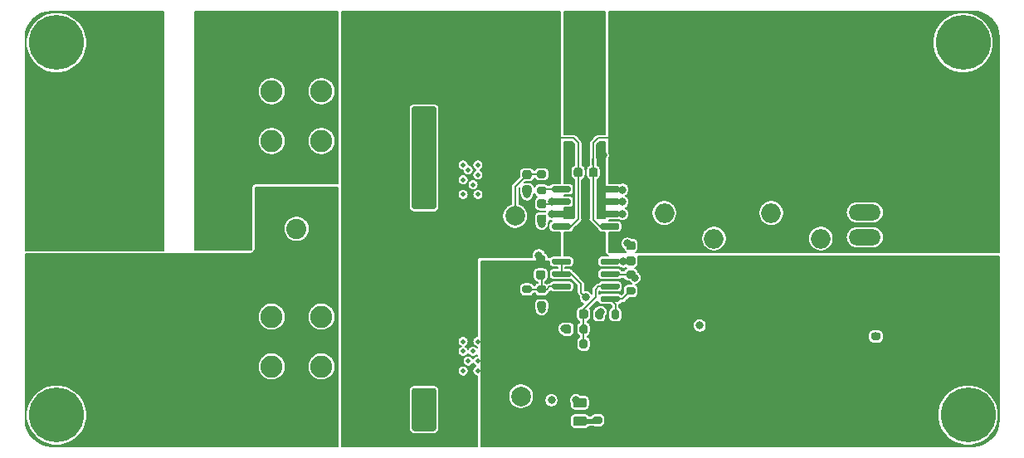
<source format=gbr>
%TF.GenerationSoftware,KiCad,Pcbnew,(5.1.8)-1*%
%TF.CreationDate,2020-11-17T00:12:26-08:00*%
%TF.ProjectId,WPT_RX,5750545f-5258-42e6-9b69-6361645f7063,rev?*%
%TF.SameCoordinates,Original*%
%TF.FileFunction,Copper,L1,Top*%
%TF.FilePolarity,Positive*%
%FSLAX46Y46*%
G04 Gerber Fmt 4.6, Leading zero omitted, Abs format (unit mm)*
G04 Created by KiCad (PCBNEW (5.1.8)-1) date 2020-11-17 00:12:26*
%MOMM*%
%LPD*%
G01*
G04 APERTURE LIST*
%TA.AperFunction,EtchedComponent*%
%ADD10C,0.100000*%
%TD*%
%TA.AperFunction,ComponentPad*%
%ADD11R,2.000000X2.000000*%
%TD*%
%TA.AperFunction,ComponentPad*%
%ADD12O,2.000000X2.000000*%
%TD*%
%TA.AperFunction,SMDPad,CuDef*%
%ADD13R,10.000000X5.000000*%
%TD*%
%TA.AperFunction,ComponentPad*%
%ADD14C,2.250000*%
%TD*%
%TA.AperFunction,ComponentPad*%
%ADD15C,2.050000*%
%TD*%
%TA.AperFunction,ComponentPad*%
%ADD16O,3.276600X1.638300*%
%TD*%
%TA.AperFunction,SMDPad,CuDef*%
%ADD17C,0.250000*%
%TD*%
%TA.AperFunction,SMDPad,CuDef*%
%ADD18R,1.000000X3.200000*%
%TD*%
%TA.AperFunction,ComponentPad*%
%ADD19C,2.000000*%
%TD*%
%TA.AperFunction,ComponentPad*%
%ADD20C,5.600000*%
%TD*%
%TA.AperFunction,ViaPad*%
%ADD21C,0.800000*%
%TD*%
%TA.AperFunction,ViaPad*%
%ADD22C,0.500000*%
%TD*%
%TA.AperFunction,Conductor*%
%ADD23C,0.200000*%
%TD*%
%TA.AperFunction,Conductor*%
%ADD24C,0.500000*%
%TD*%
%TA.AperFunction,Conductor*%
%ADD25C,0.100000*%
%TD*%
G04 APERTURE END LIST*
D10*
%TO.C,NT1*%
G36*
X160125000Y-116000000D02*
G01*
X160125000Y-115350000D01*
X160375000Y-115350000D01*
X160375000Y-116000000D01*
X160125000Y-116000000D01*
G37*
%TO.C,NT2*%
G36*
X161875000Y-115350000D02*
G01*
X161875000Y-116000000D01*
X161625000Y-116000000D01*
X161625000Y-115350000D01*
X161875000Y-115350000D01*
G37*
%TD*%
D11*
%TO.P,R9,1*%
%TO.N,+BATT*%
X185000000Y-120900000D03*
D12*
%TO.P,R9,2*%
%TO.N,Net-(Q1-Pad3)*%
X179920000Y-120900000D03*
%TD*%
D11*
%TO.P,R12,1*%
%TO.N,+BATT*%
X174100000Y-120900000D03*
D12*
%TO.P,R12,2*%
%TO.N,Net-(Q1-Pad3)*%
X169020000Y-120900000D03*
%TD*%
D11*
%TO.P,R13,1*%
%TO.N,+BATT*%
X179900000Y-123500000D03*
D12*
%TO.P,R13,2*%
%TO.N,Net-(Q1-Pad3)*%
X184980000Y-123500000D03*
%TD*%
D11*
%TO.P,R14,1*%
%TO.N,+BATT*%
X169000000Y-123500000D03*
D12*
%TO.P,R14,2*%
%TO.N,Net-(Q1-Pad3)*%
X174080000Y-123500000D03*
%TD*%
%TO.P,C10,1*%
%TO.N,/VSEN*%
%TA.AperFunction,SMDPad,CuDef*%
G36*
G01*
X143500000Y-130350000D02*
X145500000Y-130350000D01*
G75*
G02*
X145750000Y-130600000I0J-250000D01*
G01*
X145750000Y-134500000D01*
G75*
G02*
X145500000Y-134750000I-250000J0D01*
G01*
X143500000Y-134750000D01*
G75*
G02*
X143250000Y-134500000I0J250000D01*
G01*
X143250000Y-130600000D01*
G75*
G02*
X143500000Y-130350000I250000J0D01*
G01*
G37*
%TD.AperFunction*%
%TO.P,C10,2*%
%TO.N,GND*%
%TA.AperFunction,SMDPad,CuDef*%
G36*
G01*
X143500000Y-138750000D02*
X145500000Y-138750000D01*
G75*
G02*
X145750000Y-139000000I0J-250000D01*
G01*
X145750000Y-142900000D01*
G75*
G02*
X145500000Y-143150000I-250000J0D01*
G01*
X143500000Y-143150000D01*
G75*
G02*
X143250000Y-142900000I0J250000D01*
G01*
X143250000Y-139000000D01*
G75*
G02*
X143500000Y-138750000I250000J0D01*
G01*
G37*
%TD.AperFunction*%
%TD*%
%TO.P,C1,1*%
%TO.N,+5V*%
%TA.AperFunction,SMDPad,CuDef*%
G36*
G01*
X165850000Y-126225000D02*
X165350000Y-126225000D01*
G75*
G02*
X165125000Y-126000000I0J225000D01*
G01*
X165125000Y-125550000D01*
G75*
G02*
X165350000Y-125325000I225000J0D01*
G01*
X165850000Y-125325000D01*
G75*
G02*
X166075000Y-125550000I0J-225000D01*
G01*
X166075000Y-126000000D01*
G75*
G02*
X165850000Y-126225000I-225000J0D01*
G01*
G37*
%TD.AperFunction*%
%TO.P,C1,2*%
%TO.N,GND*%
%TA.AperFunction,SMDPad,CuDef*%
G36*
G01*
X165850000Y-124675000D02*
X165350000Y-124675000D01*
G75*
G02*
X165125000Y-124450000I0J225000D01*
G01*
X165125000Y-124000000D01*
G75*
G02*
X165350000Y-123775000I225000J0D01*
G01*
X165850000Y-123775000D01*
G75*
G02*
X166075000Y-124000000I0J-225000D01*
G01*
X166075000Y-124450000D01*
G75*
G02*
X165850000Y-124675000I-225000J0D01*
G01*
G37*
%TD.AperFunction*%
%TD*%
%TO.P,C2,2*%
%TO.N,GND*%
%TA.AperFunction,SMDPad,CuDef*%
G36*
G01*
X156250000Y-121050000D02*
X156750000Y-121050000D01*
G75*
G02*
X156975000Y-121275000I0J-225000D01*
G01*
X156975000Y-121725000D01*
G75*
G02*
X156750000Y-121950000I-225000J0D01*
G01*
X156250000Y-121950000D01*
G75*
G02*
X156025000Y-121725000I0J225000D01*
G01*
X156025000Y-121275000D01*
G75*
G02*
X156250000Y-121050000I225000J0D01*
G01*
G37*
%TD.AperFunction*%
%TO.P,C2,1*%
%TO.N,+5V*%
%TA.AperFunction,SMDPad,CuDef*%
G36*
G01*
X156250000Y-119500000D02*
X156750000Y-119500000D01*
G75*
G02*
X156975000Y-119725000I0J-225000D01*
G01*
X156975000Y-120175000D01*
G75*
G02*
X156750000Y-120400000I-225000J0D01*
G01*
X156250000Y-120400000D01*
G75*
G02*
X156025000Y-120175000I0J225000D01*
G01*
X156025000Y-119725000D01*
G75*
G02*
X156250000Y-119500000I225000J0D01*
G01*
G37*
%TD.AperFunction*%
%TD*%
%TO.P,C3,1*%
%TO.N,Net-(C3-Pad1)*%
%TA.AperFunction,SMDPad,CuDef*%
G36*
G01*
X122950000Y-113550000D02*
X122950000Y-118450000D01*
G75*
G02*
X122700000Y-118700000I-250000J0D01*
G01*
X121400000Y-118700000D01*
G75*
G02*
X121150000Y-118450000I0J250000D01*
G01*
X121150000Y-113550000D01*
G75*
G02*
X121400000Y-113300000I250000J0D01*
G01*
X122700000Y-113300000D01*
G75*
G02*
X122950000Y-113550000I0J-250000D01*
G01*
G37*
%TD.AperFunction*%
%TO.P,C3,2*%
%TO.N,Net-(C3-Pad2)*%
%TA.AperFunction,SMDPad,CuDef*%
G36*
G01*
X117850000Y-113550000D02*
X117850000Y-118450000D01*
G75*
G02*
X117600000Y-118700000I-250000J0D01*
G01*
X116300000Y-118700000D01*
G75*
G02*
X116050000Y-118450000I0J250000D01*
G01*
X116050000Y-113550000D01*
G75*
G02*
X116300000Y-113300000I250000J0D01*
G01*
X117600000Y-113300000D01*
G75*
G02*
X117850000Y-113550000I0J-250000D01*
G01*
G37*
%TD.AperFunction*%
%TD*%
%TO.P,C4,2*%
%TO.N,Net-(C3-Pad2)*%
%TA.AperFunction,SMDPad,CuDef*%
G36*
G01*
X117850000Y-107550000D02*
X117850000Y-112450000D01*
G75*
G02*
X117600000Y-112700000I-250000J0D01*
G01*
X116300000Y-112700000D01*
G75*
G02*
X116050000Y-112450000I0J250000D01*
G01*
X116050000Y-107550000D01*
G75*
G02*
X116300000Y-107300000I250000J0D01*
G01*
X117600000Y-107300000D01*
G75*
G02*
X117850000Y-107550000I0J-250000D01*
G01*
G37*
%TD.AperFunction*%
%TO.P,C4,1*%
%TO.N,Net-(C3-Pad1)*%
%TA.AperFunction,SMDPad,CuDef*%
G36*
G01*
X122950000Y-107550000D02*
X122950000Y-112450000D01*
G75*
G02*
X122700000Y-112700000I-250000J0D01*
G01*
X121400000Y-112700000D01*
G75*
G02*
X121150000Y-112450000I0J250000D01*
G01*
X121150000Y-107550000D01*
G75*
G02*
X121400000Y-107300000I250000J0D01*
G01*
X122700000Y-107300000D01*
G75*
G02*
X122950000Y-107550000I0J-250000D01*
G01*
G37*
%TD.AperFunction*%
%TD*%
%TO.P,C5,1*%
%TO.N,Net-(C3-Pad1)*%
%TA.AperFunction,SMDPad,CuDef*%
G36*
G01*
X122950000Y-119550000D02*
X122950000Y-124450000D01*
G75*
G02*
X122700000Y-124700000I-250000J0D01*
G01*
X121400000Y-124700000D01*
G75*
G02*
X121150000Y-124450000I0J250000D01*
G01*
X121150000Y-119550000D01*
G75*
G02*
X121400000Y-119300000I250000J0D01*
G01*
X122700000Y-119300000D01*
G75*
G02*
X122950000Y-119550000I0J-250000D01*
G01*
G37*
%TD.AperFunction*%
%TO.P,C5,2*%
%TO.N,Net-(C3-Pad2)*%
%TA.AperFunction,SMDPad,CuDef*%
G36*
G01*
X117850000Y-119550000D02*
X117850000Y-124450000D01*
G75*
G02*
X117600000Y-124700000I-250000J0D01*
G01*
X116300000Y-124700000D01*
G75*
G02*
X116050000Y-124450000I0J250000D01*
G01*
X116050000Y-119550000D01*
G75*
G02*
X116300000Y-119300000I250000J0D01*
G01*
X117600000Y-119300000D01*
G75*
G02*
X117850000Y-119550000I0J-250000D01*
G01*
G37*
%TD.AperFunction*%
%TD*%
%TO.P,C6,2*%
%TO.N,Net-(C3-Pad2)*%
%TA.AperFunction,SMDPad,CuDef*%
G36*
G01*
X117850000Y-101550000D02*
X117850000Y-106450000D01*
G75*
G02*
X117600000Y-106700000I-250000J0D01*
G01*
X116300000Y-106700000D01*
G75*
G02*
X116050000Y-106450000I0J250000D01*
G01*
X116050000Y-101550000D01*
G75*
G02*
X116300000Y-101300000I250000J0D01*
G01*
X117600000Y-101300000D01*
G75*
G02*
X117850000Y-101550000I0J-250000D01*
G01*
G37*
%TD.AperFunction*%
%TO.P,C6,1*%
%TO.N,Net-(C3-Pad1)*%
%TA.AperFunction,SMDPad,CuDef*%
G36*
G01*
X122950000Y-101550000D02*
X122950000Y-106450000D01*
G75*
G02*
X122700000Y-106700000I-250000J0D01*
G01*
X121400000Y-106700000D01*
G75*
G02*
X121150000Y-106450000I0J250000D01*
G01*
X121150000Y-101550000D01*
G75*
G02*
X121400000Y-101300000I250000J0D01*
G01*
X122700000Y-101300000D01*
G75*
G02*
X122950000Y-101550000I0J-250000D01*
G01*
G37*
%TD.AperFunction*%
%TD*%
%TO.P,C7,2*%
%TO.N,GND*%
%TA.AperFunction,SMDPad,CuDef*%
G36*
G01*
X159675000Y-130950000D02*
X159675000Y-131450000D01*
G75*
G02*
X159450000Y-131675000I-225000J0D01*
G01*
X159000000Y-131675000D01*
G75*
G02*
X158775000Y-131450000I0J225000D01*
G01*
X158775000Y-130950000D01*
G75*
G02*
X159000000Y-130725000I225000J0D01*
G01*
X159450000Y-130725000D01*
G75*
G02*
X159675000Y-130950000I0J-225000D01*
G01*
G37*
%TD.AperFunction*%
%TO.P,C7,1*%
%TO.N,/VREF*%
%TA.AperFunction,SMDPad,CuDef*%
G36*
G01*
X161225000Y-130950000D02*
X161225000Y-131450000D01*
G75*
G02*
X161000000Y-131675000I-225000J0D01*
G01*
X160550000Y-131675000D01*
G75*
G02*
X160325000Y-131450000I0J225000D01*
G01*
X160325000Y-130950000D01*
G75*
G02*
X160550000Y-130725000I225000J0D01*
G01*
X161000000Y-130725000D01*
G75*
G02*
X161225000Y-130950000I0J-225000D01*
G01*
G37*
%TD.AperFunction*%
%TD*%
%TO.P,C8,1*%
%TO.N,Net-(C8-Pad1)*%
%TA.AperFunction,SMDPad,CuDef*%
G36*
G01*
X156650000Y-127650000D02*
X156150000Y-127650000D01*
G75*
G02*
X155925000Y-127425000I0J225000D01*
G01*
X155925000Y-126975000D01*
G75*
G02*
X156150000Y-126750000I225000J0D01*
G01*
X156650000Y-126750000D01*
G75*
G02*
X156875000Y-126975000I0J-225000D01*
G01*
X156875000Y-127425000D01*
G75*
G02*
X156650000Y-127650000I-225000J0D01*
G01*
G37*
%TD.AperFunction*%
%TO.P,C8,2*%
%TO.N,GND*%
%TA.AperFunction,SMDPad,CuDef*%
G36*
G01*
X156650000Y-126100000D02*
X156150000Y-126100000D01*
G75*
G02*
X155925000Y-125875000I0J225000D01*
G01*
X155925000Y-125425000D01*
G75*
G02*
X156150000Y-125200000I225000J0D01*
G01*
X156650000Y-125200000D01*
G75*
G02*
X156875000Y-125425000I0J-225000D01*
G01*
X156875000Y-125875000D01*
G75*
G02*
X156650000Y-126100000I-225000J0D01*
G01*
G37*
%TD.AperFunction*%
%TD*%
%TO.P,C9,1*%
%TO.N,/ISEN*%
%TA.AperFunction,SMDPad,CuDef*%
G36*
G01*
X154750000Y-116525000D02*
X155250000Y-116525000D01*
G75*
G02*
X155475000Y-116750000I0J-225000D01*
G01*
X155475000Y-117200000D01*
G75*
G02*
X155250000Y-117425000I-225000J0D01*
G01*
X154750000Y-117425000D01*
G75*
G02*
X154525000Y-117200000I0J225000D01*
G01*
X154525000Y-116750000D01*
G75*
G02*
X154750000Y-116525000I225000J0D01*
G01*
G37*
%TD.AperFunction*%
%TO.P,C9,2*%
%TO.N,GND*%
%TA.AperFunction,SMDPad,CuDef*%
G36*
G01*
X154750000Y-118075000D02*
X155250000Y-118075000D01*
G75*
G02*
X155475000Y-118300000I0J-225000D01*
G01*
X155475000Y-118750000D01*
G75*
G02*
X155250000Y-118975000I-225000J0D01*
G01*
X154750000Y-118975000D01*
G75*
G02*
X154525000Y-118750000I0J225000D01*
G01*
X154525000Y-118300000D01*
G75*
G02*
X154750000Y-118075000I225000J0D01*
G01*
G37*
%TD.AperFunction*%
%TD*%
%TO.P,C11,2*%
%TO.N,GND*%
%TA.AperFunction,SMDPad,CuDef*%
G36*
G01*
X143500000Y-110000000D02*
X145500000Y-110000000D01*
G75*
G02*
X145750000Y-110250000I0J-250000D01*
G01*
X145750000Y-114150000D01*
G75*
G02*
X145500000Y-114400000I-250000J0D01*
G01*
X143500000Y-114400000D01*
G75*
G02*
X143250000Y-114150000I0J250000D01*
G01*
X143250000Y-110250000D01*
G75*
G02*
X143500000Y-110000000I250000J0D01*
G01*
G37*
%TD.AperFunction*%
%TO.P,C11,1*%
%TO.N,/VSEN*%
%TA.AperFunction,SMDPad,CuDef*%
G36*
G01*
X143500000Y-101600000D02*
X145500000Y-101600000D01*
G75*
G02*
X145750000Y-101850000I0J-250000D01*
G01*
X145750000Y-105750000D01*
G75*
G02*
X145500000Y-106000000I-250000J0D01*
G01*
X143500000Y-106000000D01*
G75*
G02*
X143250000Y-105750000I0J250000D01*
G01*
X143250000Y-101850000D01*
G75*
G02*
X143500000Y-101600000I250000J0D01*
G01*
G37*
%TD.AperFunction*%
%TD*%
%TO.P,C12,1*%
%TO.N,/VSEN*%
%TA.AperFunction,SMDPad,CuDef*%
G36*
G01*
X145500000Y-128900000D02*
X143500000Y-128900000D01*
G75*
G02*
X143250000Y-128650000I0J250000D01*
G01*
X143250000Y-124750000D01*
G75*
G02*
X143500000Y-124500000I250000J0D01*
G01*
X145500000Y-124500000D01*
G75*
G02*
X145750000Y-124750000I0J-250000D01*
G01*
X145750000Y-128650000D01*
G75*
G02*
X145500000Y-128900000I-250000J0D01*
G01*
G37*
%TD.AperFunction*%
%TO.P,C12,2*%
%TO.N,GND*%
%TA.AperFunction,SMDPad,CuDef*%
G36*
G01*
X145500000Y-120500000D02*
X143500000Y-120500000D01*
G75*
G02*
X143250000Y-120250000I0J250000D01*
G01*
X143250000Y-116350000D01*
G75*
G02*
X143500000Y-116100000I250000J0D01*
G01*
X145500000Y-116100000D01*
G75*
G02*
X145750000Y-116350000I0J-250000D01*
G01*
X145750000Y-120250000D01*
G75*
G02*
X145500000Y-120500000I-250000J0D01*
G01*
G37*
%TD.AperFunction*%
%TD*%
%TO.P,D5,1*%
%TO.N,Net-(D5-Pad1)*%
%TA.AperFunction,SMDPad,CuDef*%
G36*
G01*
X160856250Y-142625000D02*
X159943750Y-142625000D01*
G75*
G02*
X159700000Y-142381250I0J243750D01*
G01*
X159700000Y-141893750D01*
G75*
G02*
X159943750Y-141650000I243750J0D01*
G01*
X160856250Y-141650000D01*
G75*
G02*
X161100000Y-141893750I0J-243750D01*
G01*
X161100000Y-142381250D01*
G75*
G02*
X160856250Y-142625000I-243750J0D01*
G01*
G37*
%TD.AperFunction*%
%TO.P,D5,2*%
%TO.N,/FAULT_OVP*%
%TA.AperFunction,SMDPad,CuDef*%
G36*
G01*
X160856250Y-140750000D02*
X159943750Y-140750000D01*
G75*
G02*
X159700000Y-140506250I0J243750D01*
G01*
X159700000Y-140018750D01*
G75*
G02*
X159943750Y-139775000I243750J0D01*
G01*
X160856250Y-139775000D01*
G75*
G02*
X161100000Y-140018750I0J-243750D01*
G01*
X161100000Y-140506250D01*
G75*
G02*
X160856250Y-140750000I-243750J0D01*
G01*
G37*
%TD.AperFunction*%
%TD*%
D13*
%TO.P,J1,1*%
%TO.N,Net-(C3-Pad2)*%
X109000000Y-111000000D03*
%TD*%
%TO.P,J2,1*%
%TO.N,Net-(D1-Pad2)*%
X109000000Y-134000000D03*
%TD*%
D14*
%TO.P,J3,2*%
%TO.N,Net-(D1-Pad2)*%
X128960000Y-125040000D03*
X128960000Y-119960000D03*
X134040000Y-119960000D03*
X134040000Y-125040000D03*
D15*
%TO.P,J3,1*%
%TO.N,Net-(C3-Pad1)*%
X131500000Y-122500000D03*
%TD*%
D14*
%TO.P,J4,2*%
%TO.N,GND*%
X128960000Y-113540000D03*
X128960000Y-108460000D03*
X134040000Y-108460000D03*
X134040000Y-113540000D03*
D15*
%TO.P,J4,1*%
%TO.N,Net-(C3-Pad1)*%
X131500000Y-111000000D03*
%TD*%
%TO.P,J5,1*%
%TO.N,Net-(D1-Pad2)*%
X131500000Y-134000000D03*
D14*
%TO.P,J5,2*%
%TO.N,GND*%
X134040000Y-136540000D03*
X134040000Y-131460000D03*
X128960000Y-131460000D03*
X128960000Y-136540000D03*
%TD*%
D13*
%TO.P,J6,1*%
%TO.N,+BATT*%
X198000000Y-111000000D03*
%TD*%
%TO.P,J7,1*%
%TO.N,GND*%
X198000000Y-134000000D03*
%TD*%
D16*
%TO.P,J8,1*%
%TO.N,+5V*%
X189480000Y-120830000D03*
%TO.P,J8,2*%
%TO.N,GND*%
X189480000Y-123370000D03*
%TD*%
D17*
%TO.P,NT1,2*%
%TO.N,/VSEN*%
X160250000Y-115350000D03*
%TO.P,NT1,1*%
%TO.N,/ISEN+*%
X160250000Y-116000000D03*
%TD*%
%TO.P,NT2,1*%
%TO.N,+BATT*%
X161750000Y-115350000D03*
%TO.P,NT2,2*%
%TO.N,/ISEN-*%
X161750000Y-116000000D03*
%TD*%
%TO.P,R1,1*%
%TO.N,+5V*%
%TA.AperFunction,SMDPad,CuDef*%
G36*
G01*
X158725000Y-133025000D02*
X158725000Y-132475000D01*
G75*
G02*
X158925000Y-132275000I200000J0D01*
G01*
X159325000Y-132275000D01*
G75*
G02*
X159525000Y-132475000I0J-200000D01*
G01*
X159525000Y-133025000D01*
G75*
G02*
X159325000Y-133225000I-200000J0D01*
G01*
X158925000Y-133225000D01*
G75*
G02*
X158725000Y-133025000I0J200000D01*
G01*
G37*
%TD.AperFunction*%
%TO.P,R1,2*%
%TO.N,/VREF*%
%TA.AperFunction,SMDPad,CuDef*%
G36*
G01*
X160375000Y-133025000D02*
X160375000Y-132475000D01*
G75*
G02*
X160575000Y-132275000I200000J0D01*
G01*
X160975000Y-132275000D01*
G75*
G02*
X161175000Y-132475000I0J-200000D01*
G01*
X161175000Y-133025000D01*
G75*
G02*
X160975000Y-133225000I-200000J0D01*
G01*
X160575000Y-133225000D01*
G75*
G02*
X160375000Y-133025000I0J200000D01*
G01*
G37*
%TD.AperFunction*%
%TD*%
%TO.P,R2,1*%
%TO.N,/VREF*%
%TA.AperFunction,SMDPad,CuDef*%
G36*
G01*
X161175000Y-133975000D02*
X161175000Y-134525000D01*
G75*
G02*
X160975000Y-134725000I-200000J0D01*
G01*
X160575000Y-134725000D01*
G75*
G02*
X160375000Y-134525000I0J200000D01*
G01*
X160375000Y-133975000D01*
G75*
G02*
X160575000Y-133775000I200000J0D01*
G01*
X160975000Y-133775000D01*
G75*
G02*
X161175000Y-133975000I0J-200000D01*
G01*
G37*
%TD.AperFunction*%
%TO.P,R2,2*%
%TO.N,GND*%
%TA.AperFunction,SMDPad,CuDef*%
G36*
G01*
X159525000Y-133975000D02*
X159525000Y-134525000D01*
G75*
G02*
X159325000Y-134725000I-200000J0D01*
G01*
X158925000Y-134725000D01*
G75*
G02*
X158725000Y-134525000I0J200000D01*
G01*
X158725000Y-133975000D01*
G75*
G02*
X158925000Y-133775000I200000J0D01*
G01*
X159325000Y-133775000D01*
G75*
G02*
X159525000Y-133975000I0J-200000D01*
G01*
G37*
%TD.AperFunction*%
%TD*%
%TO.P,R3,1*%
%TO.N,/VSEN*%
%TA.AperFunction,SMDPad,CuDef*%
G36*
G01*
X156775000Y-130725000D02*
X156225000Y-130725000D01*
G75*
G02*
X156025000Y-130525000I0J200000D01*
G01*
X156025000Y-130125000D01*
G75*
G02*
X156225000Y-129925000I200000J0D01*
G01*
X156775000Y-129925000D01*
G75*
G02*
X156975000Y-130125000I0J-200000D01*
G01*
X156975000Y-130525000D01*
G75*
G02*
X156775000Y-130725000I-200000J0D01*
G01*
G37*
%TD.AperFunction*%
%TO.P,R3,2*%
%TO.N,Net-(C8-Pad1)*%
%TA.AperFunction,SMDPad,CuDef*%
G36*
G01*
X156775000Y-129075000D02*
X156225000Y-129075000D01*
G75*
G02*
X156025000Y-128875000I0J200000D01*
G01*
X156025000Y-128475000D01*
G75*
G02*
X156225000Y-128275000I200000J0D01*
G01*
X156775000Y-128275000D01*
G75*
G02*
X156975000Y-128475000I0J-200000D01*
G01*
X156975000Y-128875000D01*
G75*
G02*
X156775000Y-129075000I-200000J0D01*
G01*
G37*
%TD.AperFunction*%
%TD*%
%TO.P,R4,2*%
%TO.N,GND*%
%TA.AperFunction,SMDPad,CuDef*%
G36*
G01*
X154725000Y-129925000D02*
X155275000Y-129925000D01*
G75*
G02*
X155475000Y-130125000I0J-200000D01*
G01*
X155475000Y-130525000D01*
G75*
G02*
X155275000Y-130725000I-200000J0D01*
G01*
X154725000Y-130725000D01*
G75*
G02*
X154525000Y-130525000I0J200000D01*
G01*
X154525000Y-130125000D01*
G75*
G02*
X154725000Y-129925000I200000J0D01*
G01*
G37*
%TD.AperFunction*%
%TO.P,R4,1*%
%TO.N,Net-(C8-Pad1)*%
%TA.AperFunction,SMDPad,CuDef*%
G36*
G01*
X154725000Y-128275000D02*
X155275000Y-128275000D01*
G75*
G02*
X155475000Y-128475000I0J-200000D01*
G01*
X155475000Y-128875000D01*
G75*
G02*
X155275000Y-129075000I-200000J0D01*
G01*
X154725000Y-129075000D01*
G75*
G02*
X154525000Y-128875000I0J200000D01*
G01*
X154525000Y-128475000D01*
G75*
G02*
X154725000Y-128275000I200000J0D01*
G01*
G37*
%TD.AperFunction*%
%TD*%
%TO.P,R5,2*%
%TO.N,/ISEN*%
%TA.AperFunction,SMDPad,CuDef*%
G36*
G01*
X156775000Y-117325000D02*
X156225000Y-117325000D01*
G75*
G02*
X156025000Y-117125000I0J200000D01*
G01*
X156025000Y-116725000D01*
G75*
G02*
X156225000Y-116525000I200000J0D01*
G01*
X156775000Y-116525000D01*
G75*
G02*
X156975000Y-116725000I0J-200000D01*
G01*
X156975000Y-117125000D01*
G75*
G02*
X156775000Y-117325000I-200000J0D01*
G01*
G37*
%TD.AperFunction*%
%TO.P,R5,1*%
%TO.N,Net-(R5-Pad1)*%
%TA.AperFunction,SMDPad,CuDef*%
G36*
G01*
X156775000Y-118975000D02*
X156225000Y-118975000D01*
G75*
G02*
X156025000Y-118775000I0J200000D01*
G01*
X156025000Y-118375000D01*
G75*
G02*
X156225000Y-118175000I200000J0D01*
G01*
X156775000Y-118175000D01*
G75*
G02*
X156975000Y-118375000I0J-200000D01*
G01*
X156975000Y-118775000D01*
G75*
G02*
X156775000Y-118975000I-200000J0D01*
G01*
G37*
%TD.AperFunction*%
%TD*%
%TO.P,R6,2*%
%TO.N,Net-(R6-Pad2)*%
%TA.AperFunction,SMDPad,CuDef*%
G36*
G01*
X162775000Y-130975000D02*
X162775000Y-131525000D01*
G75*
G02*
X162575000Y-131725000I-200000J0D01*
G01*
X162175000Y-131725000D01*
G75*
G02*
X161975000Y-131525000I0J200000D01*
G01*
X161975000Y-130975000D01*
G75*
G02*
X162175000Y-130775000I200000J0D01*
G01*
X162575000Y-130775000D01*
G75*
G02*
X162775000Y-130975000I0J-200000D01*
G01*
G37*
%TD.AperFunction*%
%TO.P,R6,1*%
%TO.N,Net-(R6-Pad1)*%
%TA.AperFunction,SMDPad,CuDef*%
G36*
G01*
X164425000Y-130975000D02*
X164425000Y-131525000D01*
G75*
G02*
X164225000Y-131725000I-200000J0D01*
G01*
X163825000Y-131725000D01*
G75*
G02*
X163625000Y-131525000I0J200000D01*
G01*
X163625000Y-130975000D01*
G75*
G02*
X163825000Y-130775000I200000J0D01*
G01*
X164225000Y-130775000D01*
G75*
G02*
X164425000Y-130975000I0J-200000D01*
G01*
G37*
%TD.AperFunction*%
%TD*%
%TO.P,R7,1*%
%TO.N,/FAULT_OVP*%
%TA.AperFunction,SMDPad,CuDef*%
G36*
G01*
X165325000Y-126775000D02*
X165875000Y-126775000D01*
G75*
G02*
X166075000Y-126975000I0J-200000D01*
G01*
X166075000Y-127375000D01*
G75*
G02*
X165875000Y-127575000I-200000J0D01*
G01*
X165325000Y-127575000D01*
G75*
G02*
X165125000Y-127375000I0J200000D01*
G01*
X165125000Y-126975000D01*
G75*
G02*
X165325000Y-126775000I200000J0D01*
G01*
G37*
%TD.AperFunction*%
%TO.P,R7,2*%
%TO.N,Net-(R6-Pad1)*%
%TA.AperFunction,SMDPad,CuDef*%
G36*
G01*
X165325000Y-128425000D02*
X165875000Y-128425000D01*
G75*
G02*
X166075000Y-128625000I0J-200000D01*
G01*
X166075000Y-129025000D01*
G75*
G02*
X165875000Y-129225000I-200000J0D01*
G01*
X165325000Y-129225000D01*
G75*
G02*
X165125000Y-129025000I0J200000D01*
G01*
X165125000Y-128625000D01*
G75*
G02*
X165325000Y-128425000I200000J0D01*
G01*
G37*
%TD.AperFunction*%
%TD*%
%TO.P,R8,2*%
%TO.N,Net-(D5-Pad1)*%
%TA.AperFunction,SMDPad,CuDef*%
G36*
G01*
X161925000Y-141625000D02*
X162475000Y-141625000D01*
G75*
G02*
X162675000Y-141825000I0J-200000D01*
G01*
X162675000Y-142225000D01*
G75*
G02*
X162475000Y-142425000I-200000J0D01*
G01*
X161925000Y-142425000D01*
G75*
G02*
X161725000Y-142225000I0J200000D01*
G01*
X161725000Y-141825000D01*
G75*
G02*
X161925000Y-141625000I200000J0D01*
G01*
G37*
%TD.AperFunction*%
%TO.P,R8,1*%
%TO.N,GND*%
%TA.AperFunction,SMDPad,CuDef*%
G36*
G01*
X161925000Y-139975000D02*
X162475000Y-139975000D01*
G75*
G02*
X162675000Y-140175000I0J-200000D01*
G01*
X162675000Y-140575000D01*
G75*
G02*
X162475000Y-140775000I-200000J0D01*
G01*
X161925000Y-140775000D01*
G75*
G02*
X161725000Y-140575000I0J200000D01*
G01*
X161725000Y-140175000D01*
G75*
G02*
X161925000Y-139975000I200000J0D01*
G01*
G37*
%TD.AperFunction*%
%TD*%
%TO.P,R10,1*%
%TO.N,/FAULT_OVP*%
%TA.AperFunction,SMDPad,CuDef*%
G36*
G01*
X190325000Y-133075000D02*
X190875000Y-133075000D01*
G75*
G02*
X191075000Y-133275000I0J-200000D01*
G01*
X191075000Y-133675000D01*
G75*
G02*
X190875000Y-133875000I-200000J0D01*
G01*
X190325000Y-133875000D01*
G75*
G02*
X190125000Y-133675000I0J200000D01*
G01*
X190125000Y-133275000D01*
G75*
G02*
X190325000Y-133075000I200000J0D01*
G01*
G37*
%TD.AperFunction*%
%TO.P,R10,2*%
%TO.N,GND*%
%TA.AperFunction,SMDPad,CuDef*%
G36*
G01*
X190325000Y-134725000D02*
X190875000Y-134725000D01*
G75*
G02*
X191075000Y-134925000I0J-200000D01*
G01*
X191075000Y-135325000D01*
G75*
G02*
X190875000Y-135525000I-200000J0D01*
G01*
X190325000Y-135525000D01*
G75*
G02*
X190125000Y-135325000I0J200000D01*
G01*
X190125000Y-134925000D01*
G75*
G02*
X190325000Y-134725000I200000J0D01*
G01*
G37*
%TD.AperFunction*%
%TD*%
D18*
%TO.P,R11,1*%
%TO.N,/VSEN*%
X157900000Y-113250000D03*
%TO.P,R11,2*%
%TO.N,+BATT*%
X164100000Y-113250000D03*
%TD*%
%TO.P,U1,8*%
%TO.N,+5V*%
%TA.AperFunction,SMDPad,CuDef*%
G36*
G01*
X162500000Y-125995000D02*
X162500000Y-125695000D01*
G75*
G02*
X162650000Y-125545000I150000J0D01*
G01*
X164300000Y-125545000D01*
G75*
G02*
X164450000Y-125695000I0J-150000D01*
G01*
X164450000Y-125995000D01*
G75*
G02*
X164300000Y-126145000I-150000J0D01*
G01*
X162650000Y-126145000D01*
G75*
G02*
X162500000Y-125995000I0J150000D01*
G01*
G37*
%TD.AperFunction*%
%TO.P,U1,7*%
%TO.N,/FAULT_OVP*%
%TA.AperFunction,SMDPad,CuDef*%
G36*
G01*
X162500000Y-127265000D02*
X162500000Y-126965000D01*
G75*
G02*
X162650000Y-126815000I150000J0D01*
G01*
X164300000Y-126815000D01*
G75*
G02*
X164450000Y-126965000I0J-150000D01*
G01*
X164450000Y-127265000D01*
G75*
G02*
X164300000Y-127415000I-150000J0D01*
G01*
X162650000Y-127415000D01*
G75*
G02*
X162500000Y-127265000I0J150000D01*
G01*
G37*
%TD.AperFunction*%
%TO.P,U1,6*%
%TO.N,/VREF*%
%TA.AperFunction,SMDPad,CuDef*%
G36*
G01*
X162500000Y-128535000D02*
X162500000Y-128235000D01*
G75*
G02*
X162650000Y-128085000I150000J0D01*
G01*
X164300000Y-128085000D01*
G75*
G02*
X164450000Y-128235000I0J-150000D01*
G01*
X164450000Y-128535000D01*
G75*
G02*
X164300000Y-128685000I-150000J0D01*
G01*
X162650000Y-128685000D01*
G75*
G02*
X162500000Y-128535000I0J150000D01*
G01*
G37*
%TD.AperFunction*%
%TO.P,U1,5*%
%TO.N,Net-(R6-Pad1)*%
%TA.AperFunction,SMDPad,CuDef*%
G36*
G01*
X162500000Y-129805000D02*
X162500000Y-129505000D01*
G75*
G02*
X162650000Y-129355000I150000J0D01*
G01*
X164300000Y-129355000D01*
G75*
G02*
X164450000Y-129505000I0J-150000D01*
G01*
X164450000Y-129805000D01*
G75*
G02*
X164300000Y-129955000I-150000J0D01*
G01*
X162650000Y-129955000D01*
G75*
G02*
X162500000Y-129805000I0J150000D01*
G01*
G37*
%TD.AperFunction*%
%TO.P,U1,4*%
%TO.N,GND*%
%TA.AperFunction,SMDPad,CuDef*%
G36*
G01*
X157550000Y-129805000D02*
X157550000Y-129505000D01*
G75*
G02*
X157700000Y-129355000I150000J0D01*
G01*
X159350000Y-129355000D01*
G75*
G02*
X159500000Y-129505000I0J-150000D01*
G01*
X159500000Y-129805000D01*
G75*
G02*
X159350000Y-129955000I-150000J0D01*
G01*
X157700000Y-129955000D01*
G75*
G02*
X157550000Y-129805000I0J150000D01*
G01*
G37*
%TD.AperFunction*%
%TO.P,U1,3*%
%TO.N,Net-(C8-Pad1)*%
%TA.AperFunction,SMDPad,CuDef*%
G36*
G01*
X157550000Y-128535000D02*
X157550000Y-128235000D01*
G75*
G02*
X157700000Y-128085000I150000J0D01*
G01*
X159350000Y-128085000D01*
G75*
G02*
X159500000Y-128235000I0J-150000D01*
G01*
X159500000Y-128535000D01*
G75*
G02*
X159350000Y-128685000I-150000J0D01*
G01*
X157700000Y-128685000D01*
G75*
G02*
X157550000Y-128535000I0J150000D01*
G01*
G37*
%TD.AperFunction*%
%TO.P,U1,2*%
%TO.N,Net-(R6-Pad2)*%
%TA.AperFunction,SMDPad,CuDef*%
G36*
G01*
X157550000Y-127265000D02*
X157550000Y-126965000D01*
G75*
G02*
X157700000Y-126815000I150000J0D01*
G01*
X159350000Y-126815000D01*
G75*
G02*
X159500000Y-126965000I0J-150000D01*
G01*
X159500000Y-127265000D01*
G75*
G02*
X159350000Y-127415000I-150000J0D01*
G01*
X157700000Y-127415000D01*
G75*
G02*
X157550000Y-127265000I0J150000D01*
G01*
G37*
%TD.AperFunction*%
%TO.P,U1,1*%
%TA.AperFunction,SMDPad,CuDef*%
G36*
G01*
X157550000Y-125995000D02*
X157550000Y-125695000D01*
G75*
G02*
X157700000Y-125545000I150000J0D01*
G01*
X159350000Y-125545000D01*
G75*
G02*
X159500000Y-125695000I0J-150000D01*
G01*
X159500000Y-125995000D01*
G75*
G02*
X159350000Y-126145000I-150000J0D01*
G01*
X157700000Y-126145000D01*
G75*
G02*
X157550000Y-125995000I0J150000D01*
G01*
G37*
%TD.AperFunction*%
%TD*%
%TO.P,U2,1*%
%TO.N,/ISEN-*%
%TA.AperFunction,SMDPad,CuDef*%
G36*
G01*
X164425000Y-122120000D02*
X164425000Y-122420000D01*
G75*
G02*
X164275000Y-122570000I-150000J0D01*
G01*
X162625000Y-122570000D01*
G75*
G02*
X162475000Y-122420000I0J150000D01*
G01*
X162475000Y-122120000D01*
G75*
G02*
X162625000Y-121970000I150000J0D01*
G01*
X164275000Y-121970000D01*
G75*
G02*
X164425000Y-122120000I0J-150000D01*
G01*
G37*
%TD.AperFunction*%
%TO.P,U2,2*%
%TO.N,GND*%
%TA.AperFunction,SMDPad,CuDef*%
G36*
G01*
X164425000Y-120850000D02*
X164425000Y-121150000D01*
G75*
G02*
X164275000Y-121300000I-150000J0D01*
G01*
X162625000Y-121300000D01*
G75*
G02*
X162475000Y-121150000I0J150000D01*
G01*
X162475000Y-120850000D01*
G75*
G02*
X162625000Y-120700000I150000J0D01*
G01*
X164275000Y-120700000D01*
G75*
G02*
X164425000Y-120850000I0J-150000D01*
G01*
G37*
%TD.AperFunction*%
%TO.P,U2,3*%
%TA.AperFunction,SMDPad,CuDef*%
G36*
G01*
X164425000Y-119580000D02*
X164425000Y-119880000D01*
G75*
G02*
X164275000Y-120030000I-150000J0D01*
G01*
X162625000Y-120030000D01*
G75*
G02*
X162475000Y-119880000I0J150000D01*
G01*
X162475000Y-119580000D01*
G75*
G02*
X162625000Y-119430000I150000J0D01*
G01*
X164275000Y-119430000D01*
G75*
G02*
X164425000Y-119580000I0J-150000D01*
G01*
G37*
%TD.AperFunction*%
%TO.P,U2,4*%
%TA.AperFunction,SMDPad,CuDef*%
G36*
G01*
X164425000Y-118310000D02*
X164425000Y-118610000D01*
G75*
G02*
X164275000Y-118760000I-150000J0D01*
G01*
X162625000Y-118760000D01*
G75*
G02*
X162475000Y-118610000I0J150000D01*
G01*
X162475000Y-118310000D01*
G75*
G02*
X162625000Y-118160000I150000J0D01*
G01*
X164275000Y-118160000D01*
G75*
G02*
X164425000Y-118310000I0J-150000D01*
G01*
G37*
%TD.AperFunction*%
%TO.P,U2,5*%
%TO.N,Net-(R5-Pad1)*%
%TA.AperFunction,SMDPad,CuDef*%
G36*
G01*
X159475000Y-118310000D02*
X159475000Y-118610000D01*
G75*
G02*
X159325000Y-118760000I-150000J0D01*
G01*
X157675000Y-118760000D01*
G75*
G02*
X157525000Y-118610000I0J150000D01*
G01*
X157525000Y-118310000D01*
G75*
G02*
X157675000Y-118160000I150000J0D01*
G01*
X159325000Y-118160000D01*
G75*
G02*
X159475000Y-118310000I0J-150000D01*
G01*
G37*
%TD.AperFunction*%
%TO.P,U2,6*%
%TO.N,+5V*%
%TA.AperFunction,SMDPad,CuDef*%
G36*
G01*
X159475000Y-119580000D02*
X159475000Y-119880000D01*
G75*
G02*
X159325000Y-120030000I-150000J0D01*
G01*
X157675000Y-120030000D01*
G75*
G02*
X157525000Y-119880000I0J150000D01*
G01*
X157525000Y-119580000D01*
G75*
G02*
X157675000Y-119430000I150000J0D01*
G01*
X159325000Y-119430000D01*
G75*
G02*
X159475000Y-119580000I0J-150000D01*
G01*
G37*
%TD.AperFunction*%
%TO.P,U2,7*%
%TO.N,GND*%
%TA.AperFunction,SMDPad,CuDef*%
G36*
G01*
X159475000Y-120850000D02*
X159475000Y-121150000D01*
G75*
G02*
X159325000Y-121300000I-150000J0D01*
G01*
X157675000Y-121300000D01*
G75*
G02*
X157525000Y-121150000I0J150000D01*
G01*
X157525000Y-120850000D01*
G75*
G02*
X157675000Y-120700000I150000J0D01*
G01*
X159325000Y-120700000D01*
G75*
G02*
X159475000Y-120850000I0J-150000D01*
G01*
G37*
%TD.AperFunction*%
%TO.P,U2,8*%
%TO.N,/ISEN+*%
%TA.AperFunction,SMDPad,CuDef*%
G36*
G01*
X159475000Y-122120000D02*
X159475000Y-122420000D01*
G75*
G02*
X159325000Y-122570000I-150000J0D01*
G01*
X157675000Y-122570000D01*
G75*
G02*
X157525000Y-122420000I0J150000D01*
G01*
X157525000Y-122120000D01*
G75*
G02*
X157675000Y-121970000I150000J0D01*
G01*
X159325000Y-121970000D01*
G75*
G02*
X159475000Y-122120000I0J-150000D01*
G01*
G37*
%TD.AperFunction*%
%TD*%
D19*
%TO.P,TP1,1*%
%TO.N,/VSEN*%
X154200000Y-103000000D03*
%TD*%
%TO.P,TP2,1*%
%TO.N,Net-(C3-Pad1)*%
X131600000Y-103000000D03*
%TD*%
%TO.P,TP3,1*%
%TO.N,Net-(D1-Pad2)*%
X131400000Y-141800000D03*
%TD*%
%TO.P,TP4,1*%
%TO.N,/ISEN*%
X153800000Y-121200000D03*
%TD*%
%TO.P,TP5,1*%
%TO.N,/FAULT_OVP*%
X154400000Y-139600000D03*
%TD*%
%TO.P,TP6,1*%
%TO.N,+BATT*%
X192500000Y-105500000D03*
%TD*%
%TO.P,TP7,1*%
%TO.N,GND*%
X192500000Y-141000000D03*
%TD*%
%TO.P,TP8,1*%
%TO.N,GND*%
X165000000Y-136700000D03*
%TD*%
D20*
%TO.P,H1,1*%
%TO.N,N/C*%
X199500000Y-103500000D03*
%TD*%
%TO.P,H2,1*%
%TO.N,N/C*%
X200000000Y-141500000D03*
%TD*%
%TO.P,H3,1*%
%TO.N,N/C*%
X107000000Y-103500000D03*
%TD*%
%TO.P,H4,1*%
%TO.N,N/C*%
X107000000Y-141500000D03*
%TD*%
%TO.P,C13,1*%
%TO.N,/ISEN+*%
%TA.AperFunction,SMDPad,CuDef*%
G36*
G01*
X159775000Y-117000000D02*
X159775000Y-116500000D01*
G75*
G02*
X160000000Y-116275000I225000J0D01*
G01*
X160450000Y-116275000D01*
G75*
G02*
X160675000Y-116500000I0J-225000D01*
G01*
X160675000Y-117000000D01*
G75*
G02*
X160450000Y-117225000I-225000J0D01*
G01*
X160000000Y-117225000D01*
G75*
G02*
X159775000Y-117000000I0J225000D01*
G01*
G37*
%TD.AperFunction*%
%TO.P,C13,2*%
%TO.N,/ISEN-*%
%TA.AperFunction,SMDPad,CuDef*%
G36*
G01*
X161325000Y-117000000D02*
X161325000Y-116500000D01*
G75*
G02*
X161550000Y-116275000I225000J0D01*
G01*
X162000000Y-116275000D01*
G75*
G02*
X162225000Y-116500000I0J-225000D01*
G01*
X162225000Y-117000000D01*
G75*
G02*
X162000000Y-117225000I-225000J0D01*
G01*
X161550000Y-117225000D01*
G75*
G02*
X161325000Y-117000000I0J225000D01*
G01*
G37*
%TD.AperFunction*%
%TD*%
D21*
%TO.N,GND*%
X202500000Y-129500000D03*
X200000000Y-129500000D03*
%TO.N,+5V*%
X157500000Y-119750000D03*
X164845000Y-125845000D03*
X158800000Y-132700000D03*
D22*
%TO.N,GND*%
X193500000Y-132000000D03*
X192000000Y-132000000D03*
X202500000Y-136000000D03*
X201000000Y-136000000D03*
X199500000Y-136000000D03*
X198000000Y-136000000D03*
X196500000Y-136000000D03*
X195000000Y-136000000D03*
X193500000Y-136000000D03*
X194500000Y-135000000D03*
X196000000Y-135000000D03*
X197500000Y-135000000D03*
X199000000Y-135000000D03*
X200500000Y-135000000D03*
X202000000Y-135000000D03*
X202500000Y-134000000D03*
X201000000Y-134000000D03*
X199500000Y-134000000D03*
X198000000Y-134000000D03*
X196500000Y-134000000D03*
X195000000Y-134000000D03*
X193500000Y-134000000D03*
X194500000Y-133000000D03*
X196000000Y-133000000D03*
X197500000Y-133000000D03*
X199000000Y-133000000D03*
X200500000Y-133000000D03*
X193500000Y-132000000D03*
X195000000Y-132000000D03*
X196500000Y-132000000D03*
X198000000Y-132000000D03*
X199500000Y-132000000D03*
X202000000Y-133000000D03*
X201000000Y-132000000D03*
X202500000Y-132000000D03*
X149500000Y-135000000D03*
X149000000Y-136000000D03*
X149500000Y-118000000D03*
X148500000Y-119000000D03*
X149000000Y-116500000D03*
X145000000Y-114500000D03*
X144000000Y-114500000D03*
X145500000Y-113500000D03*
X144500000Y-113500000D03*
X143500000Y-113500000D03*
X145000000Y-112500000D03*
X144000000Y-112500000D03*
X145500000Y-111500000D03*
X144500000Y-111500000D03*
X143500000Y-111500000D03*
X145500000Y-139500000D03*
X144500000Y-139500000D03*
X143500000Y-139500000D03*
X144000000Y-140500000D03*
X145000000Y-140500000D03*
X145500000Y-141500000D03*
X144500000Y-141500000D03*
X143500000Y-141500000D03*
X145000000Y-142500000D03*
X144000000Y-142500000D03*
D21*
X157500000Y-121000000D03*
X164750000Y-121000000D03*
X164750000Y-119750000D03*
X164750000Y-118500000D03*
X155000000Y-119000000D03*
X156500000Y-122000000D03*
X159000000Y-129900000D03*
X158900000Y-131200000D03*
X158900000Y-134400000D03*
X154500000Y-130400000D03*
X156200000Y-125200000D03*
D22*
X150000000Y-119000000D03*
X148500000Y-117500000D03*
X150000000Y-117000000D03*
X150000000Y-116000000D03*
X148500000Y-116000000D03*
X148500000Y-137000000D03*
X150000000Y-137000000D03*
X150000000Y-136000000D03*
X148500000Y-135000000D03*
X150000000Y-134000000D03*
X148500000Y-134000000D03*
D21*
X165250000Y-124000000D03*
X162750000Y-140500000D03*
X190500000Y-135500000D03*
X160000000Y-103000000D03*
X162000000Y-105250000D03*
X160250000Y-108250000D03*
X160000000Y-124500000D03*
X161500000Y-123250000D03*
X162750000Y-115000000D03*
X159250000Y-115000000D03*
D22*
X195000000Y-132000000D03*
X194500000Y-133000000D03*
X193000000Y-133000000D03*
X191500000Y-133000000D03*
D21*
X152500000Y-137500000D03*
X152500000Y-140000000D03*
X152500000Y-132500000D03*
X152500000Y-130000000D03*
X152500000Y-135000000D03*
X152500000Y-127500000D03*
X155000000Y-132500000D03*
X155000000Y-135000000D03*
X155000000Y-137500000D03*
X157500000Y-137500000D03*
X157500000Y-135000000D03*
X157500000Y-142500000D03*
X160000000Y-137500000D03*
X162500000Y-137500000D03*
X162500000Y-135000000D03*
X162500000Y-132500000D03*
X165000000Y-132500000D03*
X165000000Y-135000000D03*
X167500000Y-135000000D03*
X167500000Y-137500000D03*
X167500000Y-140000000D03*
X165000000Y-140300000D03*
X165000000Y-142500000D03*
X167500000Y-142500000D03*
X170000000Y-142500000D03*
X170000000Y-140000000D03*
X170000000Y-137500000D03*
X170000000Y-135000000D03*
X170000000Y-132500000D03*
X167500000Y-132500000D03*
X167500000Y-130000000D03*
X170000000Y-127500000D03*
X172500000Y-127500000D03*
X172500000Y-130000000D03*
X172500000Y-135000000D03*
X172500000Y-137500000D03*
X172500000Y-140000000D03*
X172500000Y-140000000D03*
X172500000Y-142500000D03*
X175000000Y-142500000D03*
X175000000Y-140000000D03*
X175000000Y-137500000D03*
X177500000Y-140000000D03*
X177500000Y-142500000D03*
X175000000Y-132500000D03*
X175000000Y-135000000D03*
X177500000Y-135000000D03*
X177500000Y-137500000D03*
X177500000Y-132500000D03*
X180000000Y-132500000D03*
X180000000Y-135000000D03*
X180000000Y-140000000D03*
X180000000Y-140000000D03*
X180000000Y-142500000D03*
X180000000Y-137500000D03*
X182500000Y-137500000D03*
X182500000Y-132500000D03*
X182500000Y-132500000D03*
X182500000Y-135000000D03*
X185000000Y-135000000D03*
X185000000Y-132500000D03*
X187500000Y-132500000D03*
X187500000Y-135000000D03*
X187500000Y-135000000D03*
X187500000Y-137500000D03*
X185000000Y-137500000D03*
X185000000Y-142500000D03*
X182500000Y-140000000D03*
X182500000Y-140000000D03*
X182500000Y-142500000D03*
X185000000Y-140000000D03*
X185000000Y-140000000D03*
X187500000Y-140000000D03*
X187500000Y-142500000D03*
X190000000Y-142500000D03*
X190000000Y-137500000D03*
X190000000Y-140000000D03*
X192500000Y-143500000D03*
X192500000Y-137000000D03*
X195000000Y-140000000D03*
X195000000Y-142500000D03*
X195000000Y-137500000D03*
X197500000Y-137500000D03*
X200000000Y-137500000D03*
X202500000Y-137500000D03*
X192500000Y-135000000D03*
X197500000Y-127500000D03*
X200000000Y-127500000D03*
X202500000Y-127500000D03*
X202500000Y-127500000D03*
D22*
%TO.N,Net-(C3-Pad1)*%
X122500000Y-102000000D03*
X121500000Y-102000000D03*
X121500000Y-103000000D03*
X122500000Y-103000000D03*
X122500000Y-104000000D03*
X121500000Y-104000000D03*
X121500000Y-105000000D03*
X122500000Y-105000000D03*
X122500000Y-106000000D03*
X121500000Y-106000000D03*
X122500000Y-108000000D03*
X121500000Y-108000000D03*
X121500000Y-109000000D03*
X122500000Y-109000000D03*
X122500000Y-110000000D03*
X121500000Y-110000000D03*
X121500000Y-111000000D03*
X122500000Y-111000000D03*
X122500000Y-112000000D03*
X121500000Y-112000000D03*
X121500000Y-114000000D03*
X122500000Y-114000000D03*
X122500000Y-115000000D03*
X121500000Y-115000000D03*
X121500000Y-116000000D03*
X122500000Y-116000000D03*
X122500000Y-117000000D03*
X121500000Y-117000000D03*
X122500000Y-118000000D03*
X121500000Y-118000000D03*
X122500000Y-120000000D03*
X121500000Y-120000000D03*
X121500000Y-121000000D03*
X122500000Y-121000000D03*
X122500000Y-122000000D03*
X121500000Y-122000000D03*
X121500000Y-123000000D03*
X122500000Y-123000000D03*
X122500000Y-124000000D03*
X121500000Y-124000000D03*
D21*
X125000000Y-122500000D03*
X125000000Y-120000000D03*
X125000000Y-117500000D03*
X125000000Y-115000000D03*
X125000000Y-112500000D03*
X125000000Y-110000000D03*
X125000000Y-107500000D03*
X125000000Y-105000000D03*
X125000000Y-102500000D03*
X127500000Y-102500000D03*
X127500000Y-105000000D03*
X130000000Y-105000000D03*
X132500000Y-105000000D03*
X135000000Y-105000000D03*
X135000000Y-102500000D03*
X131500000Y-113500000D03*
X131500000Y-116000000D03*
D22*
%TO.N,Net-(C3-Pad2)*%
X117500000Y-124000000D03*
X116500000Y-124000000D03*
X116500000Y-123000000D03*
X117500000Y-123000000D03*
X117500000Y-122000000D03*
X116500000Y-122000000D03*
X116500000Y-121000000D03*
X117500000Y-121000000D03*
X117500000Y-120000000D03*
X116500000Y-120000000D03*
X117500000Y-118000000D03*
X116500000Y-118000000D03*
X116500000Y-117000000D03*
X117500000Y-117000000D03*
X116500000Y-116000000D03*
X117500000Y-116000000D03*
X117500000Y-115000000D03*
X116500000Y-115000000D03*
X117500000Y-114000000D03*
X116500000Y-114000000D03*
X117500000Y-112000000D03*
X116500000Y-112000000D03*
X117500000Y-111000000D03*
X116500000Y-111000000D03*
X117500000Y-110000000D03*
X116500000Y-110000000D03*
X117500000Y-109000000D03*
X116500000Y-109000000D03*
X117500000Y-108000000D03*
X116500000Y-108000000D03*
X117500000Y-106000000D03*
X117500000Y-102000000D03*
X116500000Y-103000000D03*
X117500000Y-104000000D03*
X116500000Y-105000000D03*
X116500000Y-106000000D03*
X117500000Y-105000000D03*
X116500000Y-104000000D03*
X117500000Y-103000000D03*
X116500000Y-102000000D03*
X113500000Y-113000000D03*
X112500000Y-113000000D03*
X111500000Y-113000000D03*
X110500000Y-113000000D03*
X109500000Y-113000000D03*
X108500000Y-113000000D03*
X107500000Y-113000000D03*
X106500000Y-113000000D03*
X105500000Y-113000000D03*
X104500000Y-113000000D03*
X105000000Y-112000000D03*
X106000000Y-112000000D03*
X107000000Y-112000000D03*
X108000000Y-112000000D03*
X109000000Y-112000000D03*
X110000000Y-112000000D03*
X111000000Y-112000000D03*
X112000000Y-112000000D03*
X113000000Y-112000000D03*
X113500000Y-111000000D03*
X112500000Y-111000000D03*
X111500000Y-111000000D03*
X110500000Y-111000000D03*
X109500000Y-111000000D03*
X108500000Y-111000000D03*
X107500000Y-111000000D03*
X106500000Y-111000000D03*
X105500000Y-111000000D03*
X104500000Y-111000000D03*
X105000000Y-110000000D03*
X106000000Y-110000000D03*
X107000000Y-110000000D03*
X108000000Y-110000000D03*
X109000000Y-110000000D03*
X110000000Y-110000000D03*
X111000000Y-110000000D03*
X112000000Y-110000000D03*
X113000000Y-110000000D03*
X113500000Y-109000000D03*
X112500000Y-109000000D03*
X111500000Y-109000000D03*
X110500000Y-109000000D03*
X109500000Y-109000000D03*
X108500000Y-109000000D03*
X107500000Y-109000000D03*
X106500000Y-109000000D03*
X105500000Y-109000000D03*
X104500000Y-109000000D03*
D21*
X112500000Y-102500000D03*
X112500000Y-105000000D03*
X115000000Y-107500000D03*
X112500000Y-107500000D03*
X110000000Y-115000000D03*
X112500000Y-115000000D03*
X115000000Y-115000000D03*
X115000000Y-117500000D03*
X112500000Y-117500000D03*
X107500000Y-117500000D03*
X110000000Y-117500000D03*
X105000000Y-117500000D03*
X105000000Y-122500000D03*
X105000000Y-120000000D03*
X107500000Y-120000000D03*
X107500000Y-122500000D03*
X110000000Y-122500000D03*
X110000000Y-120000000D03*
X112500000Y-120000000D03*
X112500000Y-122500000D03*
X115000000Y-122500000D03*
X115000000Y-105000000D03*
X115000000Y-102500000D03*
X115000000Y-110000000D03*
X115000000Y-110000000D03*
X115000000Y-112500000D03*
X115000000Y-120000000D03*
D22*
%TO.N,/VSEN*%
X157900000Y-114700000D03*
X157900000Y-113700000D03*
X157900000Y-112700000D03*
X157900000Y-111900000D03*
X145500000Y-102000000D03*
X145500000Y-104000000D03*
X143500000Y-104000000D03*
X143500000Y-102000000D03*
X144500000Y-102000000D03*
X145000000Y-103000000D03*
X144000000Y-103000000D03*
X144500000Y-104000000D03*
X149500000Y-110000000D03*
X148500000Y-110000000D03*
X147500000Y-110000000D03*
X146500000Y-110000000D03*
X145000000Y-109000000D03*
X146000000Y-109000000D03*
X147000000Y-109000000D03*
X148000000Y-109000000D03*
X149000000Y-109000000D03*
X149500000Y-108000000D03*
X148500000Y-108000000D03*
X147500000Y-108000000D03*
X146500000Y-108000000D03*
X145500000Y-108000000D03*
X144000000Y-105000000D03*
X145000000Y-105000000D03*
X149500000Y-128500000D03*
X149500000Y-126500000D03*
X149000000Y-125500000D03*
X148000000Y-125500000D03*
X147000000Y-125500000D03*
X146500000Y-126500000D03*
X148500000Y-126500000D03*
X149000000Y-127500000D03*
X148500000Y-128500000D03*
X148000000Y-127500000D03*
X147500000Y-128500000D03*
X147000000Y-127500000D03*
X146500000Y-128500000D03*
X145500000Y-128500000D03*
X147500000Y-126500000D03*
X146000000Y-127500000D03*
X145000000Y-127500000D03*
X146000000Y-125500000D03*
X145500000Y-126500000D03*
X145000000Y-125500000D03*
X144500000Y-124500000D03*
X145500000Y-124500000D03*
X143500000Y-124500000D03*
X144000000Y-125500000D03*
X144500000Y-126500000D03*
X144000000Y-127500000D03*
X144500000Y-128500000D03*
X144000000Y-130500000D03*
X145000000Y-130500000D03*
X145500000Y-131500000D03*
X143500000Y-131500000D03*
X144500000Y-131500000D03*
X144000000Y-132500000D03*
X145000000Y-132500000D03*
D21*
X156500000Y-130700000D03*
D22*
X157200000Y-114200000D03*
X157200000Y-113200000D03*
X157200000Y-112300000D03*
X156500000Y-111900000D03*
X156500000Y-112700000D03*
X156500000Y-113700000D03*
X156500000Y-114700000D03*
X155800000Y-114200000D03*
X155800000Y-113200000D03*
X155800000Y-112300000D03*
X157200000Y-111200000D03*
X155800000Y-111200000D03*
X155800000Y-115200000D03*
X157200000Y-115300000D03*
D21*
X152500000Y-117500000D03*
X157500000Y-117500000D03*
X152500000Y-115000000D03*
X152500000Y-112500000D03*
X152500000Y-110000000D03*
X155000000Y-110000000D03*
X157500000Y-110000000D03*
X157500000Y-107500000D03*
X155000000Y-107500000D03*
X152500000Y-107500000D03*
X152500000Y-105000000D03*
X155000000Y-105000000D03*
X157500000Y-105000000D03*
X157500000Y-102500000D03*
X152500000Y-102500000D03*
D22*
%TO.N,Net-(D1-Pad2)*%
X110500000Y-136000000D03*
X109500000Y-136000000D03*
X108500000Y-136000000D03*
X107500000Y-136000000D03*
X106500000Y-136000000D03*
X105500000Y-136000000D03*
X104500000Y-136000000D03*
X105000000Y-135000000D03*
X106000000Y-135000000D03*
X107000000Y-135000000D03*
X108000000Y-135000000D03*
X109000000Y-135000000D03*
X110000000Y-135000000D03*
X111500000Y-136000000D03*
X111000000Y-135000000D03*
X112500000Y-136000000D03*
X112000000Y-135000000D03*
X113500000Y-136000000D03*
X113000000Y-135000000D03*
X113500000Y-134000000D03*
X112500000Y-134000000D03*
X111500000Y-134000000D03*
X110500000Y-134000000D03*
X109500000Y-134000000D03*
X108500000Y-134000000D03*
X107500000Y-134000000D03*
X106500000Y-134000000D03*
X105500000Y-134000000D03*
X104500000Y-134000000D03*
X105000000Y-133000000D03*
X106000000Y-133000000D03*
X107000000Y-133000000D03*
X108000000Y-133000000D03*
X109000000Y-133000000D03*
X110000000Y-133000000D03*
X111000000Y-133000000D03*
X112000000Y-133000000D03*
X113000000Y-133000000D03*
X113500000Y-132000000D03*
X112500000Y-132000000D03*
X111500000Y-132000000D03*
X110500000Y-132000000D03*
X109500000Y-132000000D03*
X108500000Y-132000000D03*
X107500000Y-132000000D03*
X106500000Y-132000000D03*
X105500000Y-132000000D03*
X104500000Y-132000000D03*
D21*
X105000000Y-127500000D03*
X107500000Y-127500000D03*
X110000000Y-130000000D03*
X110000000Y-127500000D03*
X112500000Y-127500000D03*
X112500000Y-130000000D03*
X115000000Y-130000000D03*
X115000000Y-127500000D03*
X120000000Y-127500000D03*
X117500000Y-130000000D03*
X117500000Y-127500000D03*
X120000000Y-130000000D03*
X122500000Y-130000000D03*
X122500000Y-127500000D03*
X125000000Y-127500000D03*
X125000000Y-130000000D03*
X127500000Y-127500000D03*
X132500000Y-127500000D03*
X130000000Y-127500000D03*
X125000000Y-132500000D03*
X125000000Y-135000000D03*
X125000000Y-137500000D03*
X125000000Y-140000000D03*
X125000000Y-142500000D03*
X120000000Y-142500000D03*
X122500000Y-142500000D03*
X122500000Y-140000000D03*
X117500000Y-140000000D03*
X117500000Y-140000000D03*
X117500000Y-142500000D03*
X120000000Y-140000000D03*
X120000000Y-137500000D03*
X122500000Y-137500000D03*
X122500000Y-135000000D03*
X120000000Y-135000000D03*
X120000000Y-132500000D03*
X122500000Y-132500000D03*
X117500000Y-132500000D03*
X117500000Y-137500000D03*
X117500000Y-135000000D03*
X115000000Y-135000000D03*
X115000000Y-132500000D03*
X115000000Y-137500000D03*
X112500000Y-137500000D03*
X107500000Y-137500000D03*
X110000000Y-137500000D03*
X105000000Y-137500000D03*
X112500000Y-140000000D03*
X115000000Y-140000000D03*
X115000000Y-142500000D03*
X112500000Y-142500000D03*
X127500000Y-142500000D03*
X127500000Y-140000000D03*
X130000000Y-140000000D03*
X132500000Y-140000000D03*
X135000000Y-140000000D03*
X135000000Y-142500000D03*
X135000000Y-127500000D03*
%TO.N,/FAULT_OVP*%
X166000000Y-127500000D03*
X160000000Y-140000000D03*
X190600000Y-133475000D03*
X157500000Y-140000000D03*
X172625000Y-132375000D03*
D22*
%TO.N,+BATT*%
X193500000Y-113000000D03*
X195000000Y-113000000D03*
X196500000Y-113000000D03*
X198000000Y-113000000D03*
X199500000Y-113000000D03*
X201000000Y-113000000D03*
X202500000Y-113000000D03*
X202000000Y-112000000D03*
X200500000Y-112000000D03*
X199000000Y-112000000D03*
X197500000Y-112000000D03*
X196000000Y-112000000D03*
X194500000Y-112000000D03*
X193500000Y-111000000D03*
X195000000Y-111000000D03*
X196500000Y-111000000D03*
X198000000Y-111000000D03*
X199500000Y-111000000D03*
X201000000Y-111000000D03*
X202500000Y-111000000D03*
X202000000Y-110000000D03*
X200500000Y-110000000D03*
X199000000Y-110000000D03*
X197500000Y-110000000D03*
X194500000Y-110000000D03*
X193500000Y-109000000D03*
X195000000Y-109000000D03*
X196500000Y-109000000D03*
X198000000Y-109000000D03*
X199500000Y-109000000D03*
X201000000Y-109000000D03*
X202500000Y-109000000D03*
X164400000Y-114100000D03*
X164400000Y-113200000D03*
X163800000Y-114600000D03*
X163800000Y-113700000D03*
X163800000Y-112700000D03*
X164400000Y-112300000D03*
X163800000Y-111900000D03*
X165000000Y-111900000D03*
X165000000Y-112700000D03*
X165000000Y-113700000D03*
X165000000Y-114600000D03*
X163800000Y-111200000D03*
X165000000Y-111200000D03*
X165900000Y-111200000D03*
X165900000Y-112200000D03*
X165900000Y-113200000D03*
X165900000Y-114200000D03*
X165900000Y-115300000D03*
X165000000Y-115300000D03*
X164000000Y-115300000D03*
D21*
X165000000Y-110000000D03*
X165000000Y-107500000D03*
X165000000Y-105000000D03*
X165000000Y-105000000D03*
X165000000Y-102500000D03*
X167500000Y-102500000D03*
X167500000Y-105000000D03*
X167500000Y-107500000D03*
X167500000Y-107500000D03*
X167500000Y-110000000D03*
X167500000Y-112500000D03*
X167500000Y-115000000D03*
X167500000Y-117500000D03*
X170000000Y-117500000D03*
X170000000Y-115000000D03*
X170000000Y-112500000D03*
X170000000Y-110000000D03*
X170000000Y-107500000D03*
X170000000Y-105000000D03*
X170000000Y-102500000D03*
X172500000Y-117500000D03*
X172500000Y-115000000D03*
X172500000Y-112500000D03*
X172500000Y-105000000D03*
X172500000Y-102500000D03*
X172500000Y-107500000D03*
X172500000Y-110000000D03*
X195000000Y-117500000D03*
X192500000Y-117500000D03*
X190000000Y-117500000D03*
X187500000Y-117500000D03*
X185000000Y-117500000D03*
X182500000Y-117500000D03*
X180000000Y-117500000D03*
X177500000Y-117500000D03*
X175000000Y-117500000D03*
X175000000Y-115000000D03*
X177500000Y-115000000D03*
X180000000Y-115000000D03*
X185000000Y-115000000D03*
X182500000Y-115000000D03*
X187500000Y-115000000D03*
X192500000Y-115000000D03*
X190000000Y-115000000D03*
X190000000Y-112500000D03*
X190000000Y-110000000D03*
X187500000Y-110000000D03*
X185000000Y-110000000D03*
X182500000Y-110000000D03*
X175000000Y-110000000D03*
X177500000Y-110000000D03*
X175000000Y-112500000D03*
X177500000Y-112500000D03*
X180000000Y-112500000D03*
X180000000Y-110000000D03*
X182500000Y-112500000D03*
X185000000Y-112500000D03*
X187500000Y-112500000D03*
X187500000Y-107500000D03*
X185000000Y-107500000D03*
X180000000Y-105000000D03*
X175000000Y-107500000D03*
X175000000Y-105000000D03*
X175000000Y-102500000D03*
X177500000Y-102500000D03*
X177500000Y-105000000D03*
X177500000Y-107500000D03*
X180000000Y-107500000D03*
X180000000Y-102500000D03*
X182500000Y-102500000D03*
X182500000Y-105000000D03*
X182500000Y-107500000D03*
X185000000Y-105000000D03*
X185000000Y-102500000D03*
X187500000Y-102500000D03*
X187500000Y-105000000D03*
X190000000Y-105000000D03*
X190000000Y-107500000D03*
X190000000Y-102500000D03*
X195000000Y-105000000D03*
X195000000Y-102500000D03*
X197500000Y-107500000D03*
X195000000Y-107500000D03*
X200000000Y-107500000D03*
X197500000Y-117500000D03*
X200000000Y-117500000D03*
X202500000Y-117500000D03*
X202500000Y-120000000D03*
X200000000Y-120000000D03*
X197500000Y-120000000D03*
X197500000Y-122500000D03*
X200000000Y-122500000D03*
X202500000Y-122500000D03*
D22*
X196000000Y-110000000D03*
D21*
%TO.N,Net-(R6-Pad2)*%
X162500000Y-131000000D03*
X161000000Y-129500000D03*
%TD*%
D23*
%TO.N,+5V*%
X157520000Y-119730000D02*
X157500000Y-119750000D01*
X158500000Y-119730000D02*
X157520000Y-119730000D01*
X158280000Y-119950000D02*
X158500000Y-119730000D01*
X156500000Y-119950000D02*
X158280000Y-119950000D01*
X164915000Y-125775000D02*
X164845000Y-125845000D01*
X165600000Y-125775000D02*
X164915000Y-125775000D01*
X163475000Y-125845000D02*
X164845000Y-125845000D01*
X158850000Y-132750000D02*
X158800000Y-132700000D01*
X159125000Y-132750000D02*
X158850000Y-132750000D01*
%TO.N,GND*%
X158500000Y-121000000D02*
X157500000Y-121000000D01*
X163450000Y-121000000D02*
X164750000Y-121000000D01*
X164730000Y-119730000D02*
X164750000Y-119750000D01*
X163450000Y-119730000D02*
X164730000Y-119730000D01*
X164710000Y-118460000D02*
X164750000Y-118500000D01*
X163450000Y-118460000D02*
X164710000Y-118460000D01*
X155000000Y-118525000D02*
X155000000Y-119000000D01*
X156500000Y-121500000D02*
X156500000Y-122000000D01*
X158755000Y-129655000D02*
X159000000Y-129900000D01*
X158525000Y-129655000D02*
X158755000Y-129655000D01*
X159225000Y-131200000D02*
X158900000Y-131200000D01*
X159050000Y-134250000D02*
X158900000Y-134400000D01*
X159125000Y-134250000D02*
X159050000Y-134250000D01*
X154575000Y-130325000D02*
X154500000Y-130400000D01*
X155000000Y-130325000D02*
X154575000Y-130325000D01*
X156400000Y-125400000D02*
X156200000Y-125200000D01*
X156400000Y-125650000D02*
X156400000Y-125400000D01*
X165475000Y-124225000D02*
X165250000Y-124000000D01*
X165600000Y-124225000D02*
X165475000Y-124225000D01*
X162625000Y-140375000D02*
X162750000Y-140500000D01*
X162200000Y-140375000D02*
X162625000Y-140375000D01*
X190600000Y-135400000D02*
X190500000Y-135500000D01*
X190600000Y-135125000D02*
X190600000Y-135400000D01*
%TO.N,/VREF*%
X160775000Y-131200000D02*
X160775000Y-130725000D01*
X160775000Y-130725000D02*
X162000000Y-129500000D01*
X162000000Y-129500000D02*
X162000000Y-128700000D01*
X162315000Y-128385000D02*
X163475000Y-128385000D01*
X162000000Y-128700000D02*
X162315000Y-128385000D01*
X160775000Y-131200000D02*
X160775000Y-132750000D01*
X160775000Y-134250000D02*
X160775000Y-132750000D01*
%TO.N,Net-(C8-Pad1)*%
X155000000Y-128675000D02*
X156500000Y-128675000D01*
X156500000Y-128675000D02*
X157025000Y-128675000D01*
X157315000Y-128385000D02*
X158525000Y-128385000D01*
X157025000Y-128675000D02*
X157315000Y-128385000D01*
X156500000Y-127300000D02*
X156400000Y-127200000D01*
X156500000Y-128675000D02*
X156500000Y-127300000D01*
%TO.N,/ISEN*%
X155050000Y-116925000D02*
X155000000Y-116975000D01*
X156500000Y-116925000D02*
X155050000Y-116925000D01*
X153800000Y-118175000D02*
X153800000Y-121200000D01*
X155000000Y-116975000D02*
X154737500Y-117237500D01*
X154737500Y-117237500D02*
X153800000Y-118175000D01*
%TO.N,/VSEN*%
X159750000Y-113250000D02*
X157900000Y-113250000D01*
X160250000Y-113750000D02*
X159750000Y-113250000D01*
X160250000Y-115350000D02*
X160250000Y-113750000D01*
X156500000Y-130325000D02*
X156500000Y-130700000D01*
D24*
%TO.N,Net-(D5-Pad1)*%
X162087500Y-142137500D02*
X162200000Y-142025000D01*
X160400000Y-142137500D02*
X162087500Y-142137500D01*
D23*
%TO.N,/FAULT_OVP*%
X163535000Y-127175000D02*
X163475000Y-127115000D01*
X165600000Y-127175000D02*
X163535000Y-127175000D01*
X165675000Y-127175000D02*
X166000000Y-127500000D01*
X165600000Y-127175000D02*
X165675000Y-127175000D01*
D24*
X160262500Y-140262500D02*
X160000000Y-140000000D01*
X160400000Y-140262500D02*
X160262500Y-140262500D01*
D23*
%TO.N,+BATT*%
X162250000Y-113250000D02*
X164100000Y-113250000D01*
X161750000Y-113750000D02*
X162250000Y-113250000D01*
X161750000Y-115350000D02*
X161750000Y-113750000D01*
%TO.N,/ISEN+*%
X160250000Y-116725000D02*
X160225000Y-116750000D01*
X160250000Y-116000000D02*
X160250000Y-116725000D01*
X159475000Y-122270000D02*
X158500000Y-122270000D01*
X160225000Y-121520000D02*
X159475000Y-122270000D01*
X160225000Y-116750000D02*
X160225000Y-121520000D01*
%TO.N,/ISEN-*%
X161750000Y-116725000D02*
X161775000Y-116750000D01*
X161750000Y-116000000D02*
X161750000Y-116725000D01*
X162475000Y-122270000D02*
X163450000Y-122270000D01*
X161775000Y-121570000D02*
X162475000Y-122270000D01*
X161775000Y-116750000D02*
X161775000Y-121570000D01*
%TO.N,Net-(R5-Pad1)*%
X156615000Y-118460000D02*
X156500000Y-118575000D01*
X158500000Y-118460000D02*
X156615000Y-118460000D01*
%TO.N,Net-(R6-Pad2)*%
X162375000Y-131125000D02*
X162500000Y-131000000D01*
X162375000Y-131250000D02*
X162375000Y-131125000D01*
X161000000Y-129500000D02*
X160500000Y-129000000D01*
X159500000Y-127115000D02*
X158525000Y-127115000D01*
X160500000Y-128115000D02*
X159500000Y-127115000D01*
X160500000Y-129000000D02*
X160500000Y-128115000D01*
X158525000Y-127115000D02*
X158525000Y-125845000D01*
%TO.N,Net-(R6-Pad1)*%
X164770000Y-129655000D02*
X163475000Y-129655000D01*
X165600000Y-128825000D02*
X164770000Y-129655000D01*
X164025000Y-130205000D02*
X163475000Y-129655000D01*
X164025000Y-131250000D02*
X164025000Y-130205000D01*
%TD*%
%TO.N,Net-(C3-Pad2)*%
X117900000Y-124700000D02*
X103825000Y-124700000D01*
X103825000Y-103194677D01*
X103900000Y-103194677D01*
X103900000Y-103805323D01*
X104019131Y-104404237D01*
X104252815Y-104968401D01*
X104592072Y-105476135D01*
X105023865Y-105907928D01*
X105531599Y-106247185D01*
X106095763Y-106480869D01*
X106694677Y-106600000D01*
X107305323Y-106600000D01*
X107904237Y-106480869D01*
X108468401Y-106247185D01*
X108976135Y-105907928D01*
X109407928Y-105476135D01*
X109747185Y-104968401D01*
X109980869Y-104404237D01*
X110100000Y-103805323D01*
X110100000Y-103194677D01*
X109980869Y-102595763D01*
X109747185Y-102031599D01*
X109407928Y-101523865D01*
X108976135Y-101092072D01*
X108468401Y-100752815D01*
X107904237Y-100519131D01*
X107305323Y-100400000D01*
X106694677Y-100400000D01*
X106095763Y-100519131D01*
X105531599Y-100752815D01*
X105023865Y-101092072D01*
X104592072Y-101523865D01*
X104252815Y-102031599D01*
X104019131Y-102595763D01*
X103900000Y-103194677D01*
X103825000Y-103194677D01*
X103825000Y-103015897D01*
X103877474Y-102480725D01*
X104028281Y-101981230D01*
X104273233Y-101520541D01*
X104603002Y-101116203D01*
X105005031Y-100783616D01*
X105464001Y-100535452D01*
X105962427Y-100381163D01*
X106496657Y-100325014D01*
X106500559Y-100325000D01*
X117900000Y-100325000D01*
X117900000Y-124700000D01*
%TA.AperFunction,Conductor*%
D25*
G36*
X117900000Y-124700000D02*
G01*
X103825000Y-124700000D01*
X103825000Y-103194677D01*
X103900000Y-103194677D01*
X103900000Y-103805323D01*
X104019131Y-104404237D01*
X104252815Y-104968401D01*
X104592072Y-105476135D01*
X105023865Y-105907928D01*
X105531599Y-106247185D01*
X106095763Y-106480869D01*
X106694677Y-106600000D01*
X107305323Y-106600000D01*
X107904237Y-106480869D01*
X108468401Y-106247185D01*
X108976135Y-105907928D01*
X109407928Y-105476135D01*
X109747185Y-104968401D01*
X109980869Y-104404237D01*
X110100000Y-103805323D01*
X110100000Y-103194677D01*
X109980869Y-102595763D01*
X109747185Y-102031599D01*
X109407928Y-101523865D01*
X108976135Y-101092072D01*
X108468401Y-100752815D01*
X107904237Y-100519131D01*
X107305323Y-100400000D01*
X106694677Y-100400000D01*
X106095763Y-100519131D01*
X105531599Y-100752815D01*
X105023865Y-101092072D01*
X104592072Y-101523865D01*
X104252815Y-102031599D01*
X104019131Y-102595763D01*
X103900000Y-103194677D01*
X103825000Y-103194677D01*
X103825000Y-103015897D01*
X103877474Y-102480725D01*
X104028281Y-101981230D01*
X104273233Y-101520541D01*
X104603002Y-101116203D01*
X105005031Y-100783616D01*
X105464001Y-100535452D01*
X105962427Y-100381163D01*
X106496657Y-100325014D01*
X106500559Y-100325000D01*
X117900000Y-100325000D01*
X117900000Y-124700000D01*
G37*
%TD.AperFunction*%
%TD*%
D23*
%TO.N,Net-(D1-Pad2)*%
X135700000Y-144675000D02*
X106515896Y-144675000D01*
X105980726Y-144622526D01*
X105481230Y-144471719D01*
X105020542Y-144226768D01*
X104616201Y-143896995D01*
X104283617Y-143494970D01*
X104035452Y-143035997D01*
X103881164Y-142537575D01*
X103825014Y-142003342D01*
X103825000Y-141999441D01*
X103825000Y-141194677D01*
X103900000Y-141194677D01*
X103900000Y-141805323D01*
X104019131Y-142404237D01*
X104252815Y-142968401D01*
X104592072Y-143476135D01*
X105023865Y-143907928D01*
X105531599Y-144247185D01*
X106095763Y-144480869D01*
X106694677Y-144600000D01*
X107305323Y-144600000D01*
X107904237Y-144480869D01*
X108468401Y-144247185D01*
X108976135Y-143907928D01*
X109407928Y-143476135D01*
X109747185Y-142968401D01*
X109980869Y-142404237D01*
X110100000Y-141805323D01*
X110100000Y-141194677D01*
X109980869Y-140595763D01*
X109747185Y-140031599D01*
X109407928Y-139523865D01*
X108976135Y-139092072D01*
X108468401Y-138752815D01*
X107904237Y-138519131D01*
X107305323Y-138400000D01*
X106694677Y-138400000D01*
X106095763Y-138519131D01*
X105531599Y-138752815D01*
X105023865Y-139092072D01*
X104592072Y-139523865D01*
X104252815Y-140031599D01*
X104019131Y-140595763D01*
X103900000Y-141194677D01*
X103825000Y-141194677D01*
X103825000Y-136399650D01*
X127535000Y-136399650D01*
X127535000Y-136680350D01*
X127589762Y-136955657D01*
X127697181Y-137214991D01*
X127853130Y-137448385D01*
X128051615Y-137646870D01*
X128285009Y-137802819D01*
X128544343Y-137910238D01*
X128819650Y-137965000D01*
X129100350Y-137965000D01*
X129375657Y-137910238D01*
X129634991Y-137802819D01*
X129868385Y-137646870D01*
X130066870Y-137448385D01*
X130222819Y-137214991D01*
X130330238Y-136955657D01*
X130385000Y-136680350D01*
X130385000Y-136399650D01*
X132615000Y-136399650D01*
X132615000Y-136680350D01*
X132669762Y-136955657D01*
X132777181Y-137214991D01*
X132933130Y-137448385D01*
X133131615Y-137646870D01*
X133365009Y-137802819D01*
X133624343Y-137910238D01*
X133899650Y-137965000D01*
X134180350Y-137965000D01*
X134455657Y-137910238D01*
X134714991Y-137802819D01*
X134948385Y-137646870D01*
X135146870Y-137448385D01*
X135302819Y-137214991D01*
X135410238Y-136955657D01*
X135465000Y-136680350D01*
X135465000Y-136399650D01*
X135410238Y-136124343D01*
X135302819Y-135865009D01*
X135146870Y-135631615D01*
X134948385Y-135433130D01*
X134714991Y-135277181D01*
X134455657Y-135169762D01*
X134180350Y-135115000D01*
X133899650Y-135115000D01*
X133624343Y-135169762D01*
X133365009Y-135277181D01*
X133131615Y-135433130D01*
X132933130Y-135631615D01*
X132777181Y-135865009D01*
X132669762Y-136124343D01*
X132615000Y-136399650D01*
X130385000Y-136399650D01*
X130330238Y-136124343D01*
X130222819Y-135865009D01*
X130066870Y-135631615D01*
X129868385Y-135433130D01*
X129634991Y-135277181D01*
X129375657Y-135169762D01*
X129100350Y-135115000D01*
X128819650Y-135115000D01*
X128544343Y-135169762D01*
X128285009Y-135277181D01*
X128051615Y-135433130D01*
X127853130Y-135631615D01*
X127697181Y-135865009D01*
X127589762Y-136124343D01*
X127535000Y-136399650D01*
X103825000Y-136399650D01*
X103825000Y-131319650D01*
X127535000Y-131319650D01*
X127535000Y-131600350D01*
X127589762Y-131875657D01*
X127697181Y-132134991D01*
X127853130Y-132368385D01*
X128051615Y-132566870D01*
X128285009Y-132722819D01*
X128544343Y-132830238D01*
X128819650Y-132885000D01*
X129100350Y-132885000D01*
X129375657Y-132830238D01*
X129634991Y-132722819D01*
X129868385Y-132566870D01*
X130066870Y-132368385D01*
X130222819Y-132134991D01*
X130330238Y-131875657D01*
X130385000Y-131600350D01*
X130385000Y-131319650D01*
X132615000Y-131319650D01*
X132615000Y-131600350D01*
X132669762Y-131875657D01*
X132777181Y-132134991D01*
X132933130Y-132368385D01*
X133131615Y-132566870D01*
X133365009Y-132722819D01*
X133624343Y-132830238D01*
X133899650Y-132885000D01*
X134180350Y-132885000D01*
X134455657Y-132830238D01*
X134714991Y-132722819D01*
X134948385Y-132566870D01*
X135146870Y-132368385D01*
X135302819Y-132134991D01*
X135410238Y-131875657D01*
X135465000Y-131600350D01*
X135465000Y-131319650D01*
X135410238Y-131044343D01*
X135302819Y-130785009D01*
X135146870Y-130551615D01*
X134948385Y-130353130D01*
X134714991Y-130197181D01*
X134455657Y-130089762D01*
X134180350Y-130035000D01*
X133899650Y-130035000D01*
X133624343Y-130089762D01*
X133365009Y-130197181D01*
X133131615Y-130353130D01*
X132933130Y-130551615D01*
X132777181Y-130785009D01*
X132669762Y-131044343D01*
X132615000Y-131319650D01*
X130385000Y-131319650D01*
X130330238Y-131044343D01*
X130222819Y-130785009D01*
X130066870Y-130551615D01*
X129868385Y-130353130D01*
X129634991Y-130197181D01*
X129375657Y-130089762D01*
X129100350Y-130035000D01*
X128819650Y-130035000D01*
X128544343Y-130089762D01*
X128285009Y-130197181D01*
X128051615Y-130353130D01*
X127853130Y-130551615D01*
X127697181Y-130785009D01*
X127589762Y-131044343D01*
X127535000Y-131319650D01*
X103825000Y-131319650D01*
X103825000Y-125100000D01*
X126750000Y-125100000D01*
X126769509Y-125098079D01*
X126865180Y-125079049D01*
X126883939Y-125073358D01*
X126901228Y-125064117D01*
X126982334Y-125009924D01*
X126997487Y-124997488D01*
X127009924Y-124982334D01*
X127010580Y-124981352D01*
X127012341Y-124980411D01*
X127093447Y-124926218D01*
X127138910Y-124888908D01*
X127176218Y-124843447D01*
X127230411Y-124762341D01*
X127258134Y-124710476D01*
X127275206Y-124654198D01*
X127294236Y-124558527D01*
X127300000Y-124500000D01*
X127300000Y-122369499D01*
X130175000Y-122369499D01*
X130175000Y-122630501D01*
X130225919Y-122886488D01*
X130325800Y-123127623D01*
X130470805Y-123344638D01*
X130655362Y-123529195D01*
X130872377Y-123674200D01*
X131113512Y-123774081D01*
X131369499Y-123825000D01*
X131630501Y-123825000D01*
X131886488Y-123774081D01*
X132127623Y-123674200D01*
X132344638Y-123529195D01*
X132529195Y-123344638D01*
X132674200Y-123127623D01*
X132774081Y-122886488D01*
X132825000Y-122630501D01*
X132825000Y-122369499D01*
X132774081Y-122113512D01*
X132674200Y-121872377D01*
X132529195Y-121655362D01*
X132344638Y-121470805D01*
X132127623Y-121325800D01*
X131886488Y-121225919D01*
X131630501Y-121175000D01*
X131369499Y-121175000D01*
X131113512Y-121225919D01*
X130872377Y-121325800D01*
X130655362Y-121470805D01*
X130470805Y-121655362D01*
X130325800Y-121872377D01*
X130225919Y-122113512D01*
X130175000Y-122369499D01*
X127300000Y-122369499D01*
X127300000Y-118300000D01*
X135700000Y-118300000D01*
X135700000Y-144675000D01*
%TA.AperFunction,Conductor*%
D25*
G36*
X135700000Y-144675000D02*
G01*
X106515896Y-144675000D01*
X105980726Y-144622526D01*
X105481230Y-144471719D01*
X105020542Y-144226768D01*
X104616201Y-143896995D01*
X104283617Y-143494970D01*
X104035452Y-143035997D01*
X103881164Y-142537575D01*
X103825014Y-142003342D01*
X103825000Y-141999441D01*
X103825000Y-141194677D01*
X103900000Y-141194677D01*
X103900000Y-141805323D01*
X104019131Y-142404237D01*
X104252815Y-142968401D01*
X104592072Y-143476135D01*
X105023865Y-143907928D01*
X105531599Y-144247185D01*
X106095763Y-144480869D01*
X106694677Y-144600000D01*
X107305323Y-144600000D01*
X107904237Y-144480869D01*
X108468401Y-144247185D01*
X108976135Y-143907928D01*
X109407928Y-143476135D01*
X109747185Y-142968401D01*
X109980869Y-142404237D01*
X110100000Y-141805323D01*
X110100000Y-141194677D01*
X109980869Y-140595763D01*
X109747185Y-140031599D01*
X109407928Y-139523865D01*
X108976135Y-139092072D01*
X108468401Y-138752815D01*
X107904237Y-138519131D01*
X107305323Y-138400000D01*
X106694677Y-138400000D01*
X106095763Y-138519131D01*
X105531599Y-138752815D01*
X105023865Y-139092072D01*
X104592072Y-139523865D01*
X104252815Y-140031599D01*
X104019131Y-140595763D01*
X103900000Y-141194677D01*
X103825000Y-141194677D01*
X103825000Y-136399650D01*
X127535000Y-136399650D01*
X127535000Y-136680350D01*
X127589762Y-136955657D01*
X127697181Y-137214991D01*
X127853130Y-137448385D01*
X128051615Y-137646870D01*
X128285009Y-137802819D01*
X128544343Y-137910238D01*
X128819650Y-137965000D01*
X129100350Y-137965000D01*
X129375657Y-137910238D01*
X129634991Y-137802819D01*
X129868385Y-137646870D01*
X130066870Y-137448385D01*
X130222819Y-137214991D01*
X130330238Y-136955657D01*
X130385000Y-136680350D01*
X130385000Y-136399650D01*
X132615000Y-136399650D01*
X132615000Y-136680350D01*
X132669762Y-136955657D01*
X132777181Y-137214991D01*
X132933130Y-137448385D01*
X133131615Y-137646870D01*
X133365009Y-137802819D01*
X133624343Y-137910238D01*
X133899650Y-137965000D01*
X134180350Y-137965000D01*
X134455657Y-137910238D01*
X134714991Y-137802819D01*
X134948385Y-137646870D01*
X135146870Y-137448385D01*
X135302819Y-137214991D01*
X135410238Y-136955657D01*
X135465000Y-136680350D01*
X135465000Y-136399650D01*
X135410238Y-136124343D01*
X135302819Y-135865009D01*
X135146870Y-135631615D01*
X134948385Y-135433130D01*
X134714991Y-135277181D01*
X134455657Y-135169762D01*
X134180350Y-135115000D01*
X133899650Y-135115000D01*
X133624343Y-135169762D01*
X133365009Y-135277181D01*
X133131615Y-135433130D01*
X132933130Y-135631615D01*
X132777181Y-135865009D01*
X132669762Y-136124343D01*
X132615000Y-136399650D01*
X130385000Y-136399650D01*
X130330238Y-136124343D01*
X130222819Y-135865009D01*
X130066870Y-135631615D01*
X129868385Y-135433130D01*
X129634991Y-135277181D01*
X129375657Y-135169762D01*
X129100350Y-135115000D01*
X128819650Y-135115000D01*
X128544343Y-135169762D01*
X128285009Y-135277181D01*
X128051615Y-135433130D01*
X127853130Y-135631615D01*
X127697181Y-135865009D01*
X127589762Y-136124343D01*
X127535000Y-136399650D01*
X103825000Y-136399650D01*
X103825000Y-131319650D01*
X127535000Y-131319650D01*
X127535000Y-131600350D01*
X127589762Y-131875657D01*
X127697181Y-132134991D01*
X127853130Y-132368385D01*
X128051615Y-132566870D01*
X128285009Y-132722819D01*
X128544343Y-132830238D01*
X128819650Y-132885000D01*
X129100350Y-132885000D01*
X129375657Y-132830238D01*
X129634991Y-132722819D01*
X129868385Y-132566870D01*
X130066870Y-132368385D01*
X130222819Y-132134991D01*
X130330238Y-131875657D01*
X130385000Y-131600350D01*
X130385000Y-131319650D01*
X132615000Y-131319650D01*
X132615000Y-131600350D01*
X132669762Y-131875657D01*
X132777181Y-132134991D01*
X132933130Y-132368385D01*
X133131615Y-132566870D01*
X133365009Y-132722819D01*
X133624343Y-132830238D01*
X133899650Y-132885000D01*
X134180350Y-132885000D01*
X134455657Y-132830238D01*
X134714991Y-132722819D01*
X134948385Y-132566870D01*
X135146870Y-132368385D01*
X135302819Y-132134991D01*
X135410238Y-131875657D01*
X135465000Y-131600350D01*
X135465000Y-131319650D01*
X135410238Y-131044343D01*
X135302819Y-130785009D01*
X135146870Y-130551615D01*
X134948385Y-130353130D01*
X134714991Y-130197181D01*
X134455657Y-130089762D01*
X134180350Y-130035000D01*
X133899650Y-130035000D01*
X133624343Y-130089762D01*
X133365009Y-130197181D01*
X133131615Y-130353130D01*
X132933130Y-130551615D01*
X132777181Y-130785009D01*
X132669762Y-131044343D01*
X132615000Y-131319650D01*
X130385000Y-131319650D01*
X130330238Y-131044343D01*
X130222819Y-130785009D01*
X130066870Y-130551615D01*
X129868385Y-130353130D01*
X129634991Y-130197181D01*
X129375657Y-130089762D01*
X129100350Y-130035000D01*
X128819650Y-130035000D01*
X128544343Y-130089762D01*
X128285009Y-130197181D01*
X128051615Y-130353130D01*
X127853130Y-130551615D01*
X127697181Y-130785009D01*
X127589762Y-131044343D01*
X127535000Y-131319650D01*
X103825000Y-131319650D01*
X103825000Y-125100000D01*
X126750000Y-125100000D01*
X126769509Y-125098079D01*
X126865180Y-125079049D01*
X126883939Y-125073358D01*
X126901228Y-125064117D01*
X126982334Y-125009924D01*
X126997487Y-124997488D01*
X127009924Y-124982334D01*
X127010580Y-124981352D01*
X127012341Y-124980411D01*
X127093447Y-124926218D01*
X127138910Y-124888908D01*
X127176218Y-124843447D01*
X127230411Y-124762341D01*
X127258134Y-124710476D01*
X127275206Y-124654198D01*
X127294236Y-124558527D01*
X127300000Y-124500000D01*
X127300000Y-122369499D01*
X130175000Y-122369499D01*
X130175000Y-122630501D01*
X130225919Y-122886488D01*
X130325800Y-123127623D01*
X130470805Y-123344638D01*
X130655362Y-123529195D01*
X130872377Y-123674200D01*
X131113512Y-123774081D01*
X131369499Y-123825000D01*
X131630501Y-123825000D01*
X131886488Y-123774081D01*
X132127623Y-123674200D01*
X132344638Y-123529195D01*
X132529195Y-123344638D01*
X132674200Y-123127623D01*
X132774081Y-122886488D01*
X132825000Y-122630501D01*
X132825000Y-122369499D01*
X132774081Y-122113512D01*
X132674200Y-121872377D01*
X132529195Y-121655362D01*
X132344638Y-121470805D01*
X132127623Y-121325800D01*
X131886488Y-121225919D01*
X131630501Y-121175000D01*
X131369499Y-121175000D01*
X131113512Y-121225919D01*
X130872377Y-121325800D01*
X130655362Y-121470805D01*
X130470805Y-121655362D01*
X130325800Y-121872377D01*
X130225919Y-122113512D01*
X130175000Y-122369499D01*
X127300000Y-122369499D01*
X127300000Y-118300000D01*
X135700000Y-118300000D01*
X135700000Y-144675000D01*
G37*
%TD.AperFunction*%
%TD*%
D23*
%TO.N,Net-(C3-Pad1)*%
X135700000Y-117900000D02*
X127250000Y-117900000D01*
X127230491Y-117901921D01*
X127134820Y-117920951D01*
X127116061Y-117926642D01*
X127098772Y-117935883D01*
X127017666Y-117990076D01*
X127002513Y-118002512D01*
X126990076Y-118017666D01*
X126935883Y-118098772D01*
X126926642Y-118116061D01*
X126920951Y-118134820D01*
X126901921Y-118230491D01*
X126900000Y-118250000D01*
X126900000Y-124490149D01*
X126886771Y-124556654D01*
X126854681Y-124604681D01*
X126806654Y-124636771D01*
X126740149Y-124650000D01*
X121259851Y-124650000D01*
X121193346Y-124636771D01*
X121145319Y-124604681D01*
X121113229Y-124556654D01*
X121100000Y-124490149D01*
X121100000Y-113399650D01*
X127535000Y-113399650D01*
X127535000Y-113680350D01*
X127589762Y-113955657D01*
X127697181Y-114214991D01*
X127853130Y-114448385D01*
X128051615Y-114646870D01*
X128285009Y-114802819D01*
X128544343Y-114910238D01*
X128819650Y-114965000D01*
X129100350Y-114965000D01*
X129375657Y-114910238D01*
X129634991Y-114802819D01*
X129868385Y-114646870D01*
X130066870Y-114448385D01*
X130222819Y-114214991D01*
X130330238Y-113955657D01*
X130385000Y-113680350D01*
X130385000Y-113399650D01*
X132615000Y-113399650D01*
X132615000Y-113680350D01*
X132669762Y-113955657D01*
X132777181Y-114214991D01*
X132933130Y-114448385D01*
X133131615Y-114646870D01*
X133365009Y-114802819D01*
X133624343Y-114910238D01*
X133899650Y-114965000D01*
X134180350Y-114965000D01*
X134455657Y-114910238D01*
X134714991Y-114802819D01*
X134948385Y-114646870D01*
X135146870Y-114448385D01*
X135302819Y-114214991D01*
X135410238Y-113955657D01*
X135465000Y-113680350D01*
X135465000Y-113399650D01*
X135410238Y-113124343D01*
X135302819Y-112865009D01*
X135146870Y-112631615D01*
X134948385Y-112433130D01*
X134714991Y-112277181D01*
X134455657Y-112169762D01*
X134180350Y-112115000D01*
X133899650Y-112115000D01*
X133624343Y-112169762D01*
X133365009Y-112277181D01*
X133131615Y-112433130D01*
X132933130Y-112631615D01*
X132777181Y-112865009D01*
X132669762Y-113124343D01*
X132615000Y-113399650D01*
X130385000Y-113399650D01*
X130330238Y-113124343D01*
X130222819Y-112865009D01*
X130066870Y-112631615D01*
X129868385Y-112433130D01*
X129634991Y-112277181D01*
X129375657Y-112169762D01*
X129100350Y-112115000D01*
X128819650Y-112115000D01*
X128544343Y-112169762D01*
X128285009Y-112277181D01*
X128051615Y-112433130D01*
X127853130Y-112631615D01*
X127697181Y-112865009D01*
X127589762Y-113124343D01*
X127535000Y-113399650D01*
X121100000Y-113399650D01*
X121100000Y-108319650D01*
X127535000Y-108319650D01*
X127535000Y-108600350D01*
X127589762Y-108875657D01*
X127697181Y-109134991D01*
X127853130Y-109368385D01*
X128051615Y-109566870D01*
X128285009Y-109722819D01*
X128544343Y-109830238D01*
X128819650Y-109885000D01*
X129100350Y-109885000D01*
X129375657Y-109830238D01*
X129634991Y-109722819D01*
X129868385Y-109566870D01*
X130066870Y-109368385D01*
X130222819Y-109134991D01*
X130330238Y-108875657D01*
X130385000Y-108600350D01*
X130385000Y-108319650D01*
X132615000Y-108319650D01*
X132615000Y-108600350D01*
X132669762Y-108875657D01*
X132777181Y-109134991D01*
X132933130Y-109368385D01*
X133131615Y-109566870D01*
X133365009Y-109722819D01*
X133624343Y-109830238D01*
X133899650Y-109885000D01*
X134180350Y-109885000D01*
X134455657Y-109830238D01*
X134714991Y-109722819D01*
X134948385Y-109566870D01*
X135146870Y-109368385D01*
X135302819Y-109134991D01*
X135410238Y-108875657D01*
X135465000Y-108600350D01*
X135465000Y-108319650D01*
X135410238Y-108044343D01*
X135302819Y-107785009D01*
X135146870Y-107551615D01*
X134948385Y-107353130D01*
X134714991Y-107197181D01*
X134455657Y-107089762D01*
X134180350Y-107035000D01*
X133899650Y-107035000D01*
X133624343Y-107089762D01*
X133365009Y-107197181D01*
X133131615Y-107353130D01*
X132933130Y-107551615D01*
X132777181Y-107785009D01*
X132669762Y-108044343D01*
X132615000Y-108319650D01*
X130385000Y-108319650D01*
X130330238Y-108044343D01*
X130222819Y-107785009D01*
X130066870Y-107551615D01*
X129868385Y-107353130D01*
X129634991Y-107197181D01*
X129375657Y-107089762D01*
X129100350Y-107035000D01*
X128819650Y-107035000D01*
X128544343Y-107089762D01*
X128285009Y-107197181D01*
X128051615Y-107353130D01*
X127853130Y-107551615D01*
X127697181Y-107785009D01*
X127589762Y-108044343D01*
X127535000Y-108319650D01*
X121100000Y-108319650D01*
X121100000Y-100325000D01*
X135700000Y-100325000D01*
X135700000Y-117900000D01*
%TA.AperFunction,Conductor*%
D25*
G36*
X135700000Y-117900000D02*
G01*
X127250000Y-117900000D01*
X127230491Y-117901921D01*
X127134820Y-117920951D01*
X127116061Y-117926642D01*
X127098772Y-117935883D01*
X127017666Y-117990076D01*
X127002513Y-118002512D01*
X126990076Y-118017666D01*
X126935883Y-118098772D01*
X126926642Y-118116061D01*
X126920951Y-118134820D01*
X126901921Y-118230491D01*
X126900000Y-118250000D01*
X126900000Y-124490149D01*
X126886771Y-124556654D01*
X126854681Y-124604681D01*
X126806654Y-124636771D01*
X126740149Y-124650000D01*
X121259851Y-124650000D01*
X121193346Y-124636771D01*
X121145319Y-124604681D01*
X121113229Y-124556654D01*
X121100000Y-124490149D01*
X121100000Y-113399650D01*
X127535000Y-113399650D01*
X127535000Y-113680350D01*
X127589762Y-113955657D01*
X127697181Y-114214991D01*
X127853130Y-114448385D01*
X128051615Y-114646870D01*
X128285009Y-114802819D01*
X128544343Y-114910238D01*
X128819650Y-114965000D01*
X129100350Y-114965000D01*
X129375657Y-114910238D01*
X129634991Y-114802819D01*
X129868385Y-114646870D01*
X130066870Y-114448385D01*
X130222819Y-114214991D01*
X130330238Y-113955657D01*
X130385000Y-113680350D01*
X130385000Y-113399650D01*
X132615000Y-113399650D01*
X132615000Y-113680350D01*
X132669762Y-113955657D01*
X132777181Y-114214991D01*
X132933130Y-114448385D01*
X133131615Y-114646870D01*
X133365009Y-114802819D01*
X133624343Y-114910238D01*
X133899650Y-114965000D01*
X134180350Y-114965000D01*
X134455657Y-114910238D01*
X134714991Y-114802819D01*
X134948385Y-114646870D01*
X135146870Y-114448385D01*
X135302819Y-114214991D01*
X135410238Y-113955657D01*
X135465000Y-113680350D01*
X135465000Y-113399650D01*
X135410238Y-113124343D01*
X135302819Y-112865009D01*
X135146870Y-112631615D01*
X134948385Y-112433130D01*
X134714991Y-112277181D01*
X134455657Y-112169762D01*
X134180350Y-112115000D01*
X133899650Y-112115000D01*
X133624343Y-112169762D01*
X133365009Y-112277181D01*
X133131615Y-112433130D01*
X132933130Y-112631615D01*
X132777181Y-112865009D01*
X132669762Y-113124343D01*
X132615000Y-113399650D01*
X130385000Y-113399650D01*
X130330238Y-113124343D01*
X130222819Y-112865009D01*
X130066870Y-112631615D01*
X129868385Y-112433130D01*
X129634991Y-112277181D01*
X129375657Y-112169762D01*
X129100350Y-112115000D01*
X128819650Y-112115000D01*
X128544343Y-112169762D01*
X128285009Y-112277181D01*
X128051615Y-112433130D01*
X127853130Y-112631615D01*
X127697181Y-112865009D01*
X127589762Y-113124343D01*
X127535000Y-113399650D01*
X121100000Y-113399650D01*
X121100000Y-108319650D01*
X127535000Y-108319650D01*
X127535000Y-108600350D01*
X127589762Y-108875657D01*
X127697181Y-109134991D01*
X127853130Y-109368385D01*
X128051615Y-109566870D01*
X128285009Y-109722819D01*
X128544343Y-109830238D01*
X128819650Y-109885000D01*
X129100350Y-109885000D01*
X129375657Y-109830238D01*
X129634991Y-109722819D01*
X129868385Y-109566870D01*
X130066870Y-109368385D01*
X130222819Y-109134991D01*
X130330238Y-108875657D01*
X130385000Y-108600350D01*
X130385000Y-108319650D01*
X132615000Y-108319650D01*
X132615000Y-108600350D01*
X132669762Y-108875657D01*
X132777181Y-109134991D01*
X132933130Y-109368385D01*
X133131615Y-109566870D01*
X133365009Y-109722819D01*
X133624343Y-109830238D01*
X133899650Y-109885000D01*
X134180350Y-109885000D01*
X134455657Y-109830238D01*
X134714991Y-109722819D01*
X134948385Y-109566870D01*
X135146870Y-109368385D01*
X135302819Y-109134991D01*
X135410238Y-108875657D01*
X135465000Y-108600350D01*
X135465000Y-108319650D01*
X135410238Y-108044343D01*
X135302819Y-107785009D01*
X135146870Y-107551615D01*
X134948385Y-107353130D01*
X134714991Y-107197181D01*
X134455657Y-107089762D01*
X134180350Y-107035000D01*
X133899650Y-107035000D01*
X133624343Y-107089762D01*
X133365009Y-107197181D01*
X133131615Y-107353130D01*
X132933130Y-107551615D01*
X132777181Y-107785009D01*
X132669762Y-108044343D01*
X132615000Y-108319650D01*
X130385000Y-108319650D01*
X130330238Y-108044343D01*
X130222819Y-107785009D01*
X130066870Y-107551615D01*
X129868385Y-107353130D01*
X129634991Y-107197181D01*
X129375657Y-107089762D01*
X129100350Y-107035000D01*
X128819650Y-107035000D01*
X128544343Y-107089762D01*
X128285009Y-107197181D01*
X128051615Y-107353130D01*
X127853130Y-107551615D01*
X127697181Y-107785009D01*
X127589762Y-108044343D01*
X127535000Y-108319650D01*
X121100000Y-108319650D01*
X121100000Y-100325000D01*
X135700000Y-100325000D01*
X135700000Y-117900000D01*
G37*
%TD.AperFunction*%
%TD*%
D23*
%TO.N,GND*%
X145556654Y-111363229D02*
X145604681Y-111395319D01*
X145636771Y-111443346D01*
X145650000Y-111509851D01*
X145650000Y-118990149D01*
X145636771Y-119056654D01*
X145604681Y-119104681D01*
X145556654Y-119136771D01*
X145490149Y-119150000D01*
X143509851Y-119150000D01*
X143443346Y-119136771D01*
X143395319Y-119104681D01*
X143363229Y-119056654D01*
X143350000Y-118990149D01*
X143350000Y-111509851D01*
X143363229Y-111443346D01*
X143395319Y-111395319D01*
X143443346Y-111363229D01*
X143509851Y-111350000D01*
X145490149Y-111350000D01*
X145556654Y-111363229D01*
%TA.AperFunction,Conductor*%
D25*
G36*
X145556654Y-111363229D02*
G01*
X145604681Y-111395319D01*
X145636771Y-111443346D01*
X145650000Y-111509851D01*
X145650000Y-118990149D01*
X145636771Y-119056654D01*
X145604681Y-119104681D01*
X145556654Y-119136771D01*
X145490149Y-119150000D01*
X143509851Y-119150000D01*
X143443346Y-119136771D01*
X143395319Y-119104681D01*
X143363229Y-119056654D01*
X143350000Y-118990149D01*
X143350000Y-111509851D01*
X143363229Y-111443346D01*
X143395319Y-111395319D01*
X143443346Y-111363229D01*
X143509851Y-111350000D01*
X145490149Y-111350000D01*
X145556654Y-111363229D01*
G37*
%TD.AperFunction*%
%TD*%
D23*
%TO.N,/VSEN*%
X158400000Y-117858549D02*
X157675000Y-117858549D01*
X157586926Y-117867224D01*
X157502237Y-117892914D01*
X157424187Y-117934632D01*
X157355776Y-117990776D01*
X157299632Y-118059187D01*
X157299197Y-118060000D01*
X157162061Y-118060000D01*
X157129579Y-118020421D01*
X157053591Y-117958059D01*
X156966897Y-117911720D01*
X156872828Y-117883184D01*
X156775000Y-117873549D01*
X156225000Y-117873549D01*
X156127172Y-117883184D01*
X156033103Y-117911720D01*
X155946409Y-117958059D01*
X155870421Y-118020421D01*
X155808059Y-118096409D01*
X155761918Y-118182733D01*
X155736377Y-118098536D01*
X155687728Y-118007519D01*
X155622257Y-117927743D01*
X155542481Y-117862272D01*
X155451464Y-117813623D01*
X155352705Y-117783665D01*
X155250000Y-117773549D01*
X154767137Y-117773549D01*
X154814235Y-117726451D01*
X155250000Y-117726451D01*
X155352705Y-117716335D01*
X155451464Y-117686377D01*
X155542481Y-117637728D01*
X155622257Y-117572257D01*
X155687728Y-117492481D01*
X155736377Y-117401464D01*
X155759572Y-117325000D01*
X155766051Y-117325000D01*
X155808059Y-117403591D01*
X155870421Y-117479579D01*
X155946409Y-117541941D01*
X156033103Y-117588280D01*
X156127172Y-117616816D01*
X156225000Y-117626451D01*
X156775000Y-117626451D01*
X156872828Y-117616816D01*
X156966897Y-117588280D01*
X157053591Y-117541941D01*
X157129579Y-117479579D01*
X157191941Y-117403591D01*
X157238280Y-117316897D01*
X157266816Y-117222828D01*
X157276451Y-117125000D01*
X157276451Y-116725000D01*
X157266816Y-116627172D01*
X157238280Y-116533103D01*
X157191941Y-116446409D01*
X157129579Y-116370421D01*
X157053591Y-116308059D01*
X156966897Y-116261720D01*
X156872828Y-116233184D01*
X156775000Y-116223549D01*
X156225000Y-116223549D01*
X156127172Y-116233184D01*
X156033103Y-116261720D01*
X155946409Y-116308059D01*
X155870421Y-116370421D01*
X155808059Y-116446409D01*
X155766051Y-116525000D01*
X155723797Y-116525000D01*
X155687728Y-116457519D01*
X155622257Y-116377743D01*
X155542481Y-116312272D01*
X155451464Y-116263623D01*
X155352705Y-116233665D01*
X155250000Y-116223549D01*
X154750000Y-116223549D01*
X154647295Y-116233665D01*
X154548536Y-116263623D01*
X154457519Y-116312272D01*
X154377743Y-116377743D01*
X154312272Y-116457519D01*
X154263623Y-116548536D01*
X154233665Y-116647295D01*
X154223549Y-116750000D01*
X154223549Y-117185765D01*
X153531052Y-117878263D01*
X153515789Y-117890789D01*
X153465803Y-117951698D01*
X153428660Y-118021187D01*
X153415131Y-118065788D01*
X153405788Y-118096587D01*
X153398065Y-118175000D01*
X153400000Y-118194647D01*
X153400001Y-119958575D01*
X153184219Y-120047955D01*
X152971298Y-120190224D01*
X152790224Y-120371298D01*
X152647955Y-120584219D01*
X152549958Y-120820804D01*
X152500000Y-121071961D01*
X152500000Y-121328039D01*
X152549958Y-121579196D01*
X152647955Y-121815781D01*
X152790224Y-122028702D01*
X152971298Y-122209776D01*
X153184219Y-122352045D01*
X153420804Y-122450042D01*
X153671961Y-122500000D01*
X153928039Y-122500000D01*
X154179196Y-122450042D01*
X154415781Y-122352045D01*
X154628702Y-122209776D01*
X154809776Y-122028702D01*
X154952045Y-121815781D01*
X155050042Y-121579196D01*
X155100000Y-121328039D01*
X155100000Y-121071961D01*
X155050042Y-120820804D01*
X154952045Y-120584219D01*
X154809776Y-120371298D01*
X154628702Y-120190224D01*
X154415781Y-120047955D01*
X154200000Y-119958575D01*
X154200000Y-118340685D01*
X154223549Y-118317136D01*
X154223549Y-118750000D01*
X154233665Y-118852705D01*
X154263623Y-118951464D01*
X154300000Y-119019521D01*
X154300000Y-119068944D01*
X154326901Y-119204182D01*
X154379668Y-119331574D01*
X154456274Y-119446224D01*
X154553776Y-119543726D01*
X154668426Y-119620332D01*
X154795818Y-119673099D01*
X154931056Y-119700000D01*
X155068944Y-119700000D01*
X155204182Y-119673099D01*
X155331574Y-119620332D01*
X155446224Y-119543726D01*
X155543726Y-119446224D01*
X155620332Y-119331574D01*
X155673099Y-119204182D01*
X155700000Y-119068944D01*
X155700000Y-119019521D01*
X155736377Y-118951464D01*
X155746708Y-118917408D01*
X155761720Y-118966897D01*
X155808059Y-119053591D01*
X155870421Y-119129579D01*
X155946409Y-119191941D01*
X156033103Y-119238280D01*
X156043358Y-119241391D01*
X155957519Y-119287272D01*
X155877743Y-119352743D01*
X155812272Y-119432519D01*
X155763623Y-119523536D01*
X155733665Y-119622295D01*
X155723549Y-119725000D01*
X155723549Y-120175000D01*
X155733665Y-120277705D01*
X155763623Y-120376464D01*
X155812272Y-120467481D01*
X155877743Y-120547257D01*
X155957519Y-120612728D01*
X156048536Y-120661377D01*
X156147295Y-120691335D01*
X156250000Y-120701451D01*
X156750000Y-120701451D01*
X156852705Y-120691335D01*
X156872690Y-120685273D01*
X156842698Y-120757679D01*
X156750000Y-120748549D01*
X156250000Y-120748549D01*
X156147295Y-120758665D01*
X156048536Y-120788623D01*
X155957519Y-120837272D01*
X155877743Y-120902743D01*
X155812272Y-120982519D01*
X155763623Y-121073536D01*
X155733665Y-121172295D01*
X155723549Y-121275000D01*
X155723549Y-121725000D01*
X155733665Y-121827705D01*
X155763623Y-121926464D01*
X155800000Y-121994521D01*
X155800000Y-122068944D01*
X155826901Y-122204182D01*
X155879668Y-122331574D01*
X155956274Y-122446224D01*
X156053776Y-122543726D01*
X156168426Y-122620332D01*
X156295818Y-122673099D01*
X156431056Y-122700000D01*
X156568944Y-122700000D01*
X156704182Y-122673099D01*
X156831574Y-122620332D01*
X156946224Y-122543726D01*
X157043726Y-122446224D01*
X157120332Y-122331574D01*
X157173099Y-122204182D01*
X157200000Y-122068944D01*
X157200000Y-121994521D01*
X157236377Y-121926464D01*
X157266335Y-121827705D01*
X157276451Y-121725000D01*
X157276451Y-121665077D01*
X157295818Y-121673099D01*
X157431056Y-121700000D01*
X157511843Y-121700000D01*
X157502237Y-121702914D01*
X157424187Y-121744632D01*
X157355776Y-121800776D01*
X157299632Y-121869187D01*
X157257914Y-121947237D01*
X157232224Y-122031926D01*
X157223549Y-122120000D01*
X157223549Y-122420000D01*
X157232224Y-122508074D01*
X157257914Y-122592763D01*
X157299632Y-122670813D01*
X157355776Y-122739224D01*
X157424187Y-122795368D01*
X157502237Y-122837086D01*
X157586926Y-122862776D01*
X157675000Y-122871451D01*
X158400000Y-122871451D01*
X158400000Y-125240149D01*
X158399324Y-125243549D01*
X157700000Y-125243549D01*
X157611926Y-125252224D01*
X157527237Y-125277914D01*
X157449187Y-125319632D01*
X157380776Y-125375776D01*
X157360896Y-125400000D01*
X157173989Y-125400000D01*
X157166335Y-125322295D01*
X157136377Y-125223536D01*
X157087728Y-125132519D01*
X157022257Y-125052743D01*
X156942481Y-124987272D01*
X156851464Y-124938623D01*
X156849113Y-124937910D01*
X156820332Y-124868426D01*
X156743726Y-124753776D01*
X156646224Y-124656274D01*
X156531574Y-124579668D01*
X156404182Y-124526901D01*
X156268944Y-124500000D01*
X156131056Y-124500000D01*
X155995818Y-124526901D01*
X155868426Y-124579668D01*
X155753776Y-124656274D01*
X155656274Y-124753776D01*
X155579668Y-124868426D01*
X155526901Y-124995818D01*
X155500000Y-125131056D01*
X155500000Y-125268944D01*
X155526069Y-125400000D01*
X150250000Y-125400000D01*
X150230491Y-125401921D01*
X150134820Y-125420951D01*
X150116061Y-125426642D01*
X150098772Y-125435883D01*
X150017666Y-125490076D01*
X150002513Y-125502512D01*
X149990076Y-125517666D01*
X149935883Y-125598772D01*
X149926642Y-125616061D01*
X149920951Y-125634820D01*
X149901921Y-125730491D01*
X149900000Y-125750000D01*
X149900000Y-133459116D01*
X149839571Y-133471136D01*
X149739477Y-133512597D01*
X149649396Y-133572787D01*
X149572787Y-133649396D01*
X149512597Y-133739477D01*
X149471136Y-133839571D01*
X149450000Y-133945830D01*
X149450000Y-134054170D01*
X149471136Y-134160429D01*
X149512597Y-134260523D01*
X149572787Y-134350604D01*
X149649396Y-134427213D01*
X149739477Y-134487403D01*
X149839571Y-134528864D01*
X149900000Y-134540884D01*
X149900000Y-134622183D01*
X149850604Y-134572787D01*
X149760523Y-134512597D01*
X149660429Y-134471136D01*
X149554170Y-134450000D01*
X149445830Y-134450000D01*
X149339571Y-134471136D01*
X149239477Y-134512597D01*
X149149396Y-134572787D01*
X149072787Y-134649396D01*
X149012597Y-134739477D01*
X149000000Y-134769888D01*
X148987403Y-134739477D01*
X148927213Y-134649396D01*
X148850604Y-134572787D01*
X148760523Y-134512597D01*
X148730112Y-134500000D01*
X148760523Y-134487403D01*
X148850604Y-134427213D01*
X148927213Y-134350604D01*
X148987403Y-134260523D01*
X149028864Y-134160429D01*
X149050000Y-134054170D01*
X149050000Y-133945830D01*
X149028864Y-133839571D01*
X148987403Y-133739477D01*
X148927213Y-133649396D01*
X148850604Y-133572787D01*
X148760523Y-133512597D01*
X148660429Y-133471136D01*
X148554170Y-133450000D01*
X148445830Y-133450000D01*
X148339571Y-133471136D01*
X148239477Y-133512597D01*
X148149396Y-133572787D01*
X148072787Y-133649396D01*
X148012597Y-133739477D01*
X147971136Y-133839571D01*
X147950000Y-133945830D01*
X147950000Y-134054170D01*
X147971136Y-134160429D01*
X148012597Y-134260523D01*
X148072787Y-134350604D01*
X148149396Y-134427213D01*
X148239477Y-134487403D01*
X148269888Y-134500000D01*
X148239477Y-134512597D01*
X148149396Y-134572787D01*
X148072787Y-134649396D01*
X148012597Y-134739477D01*
X147971136Y-134839571D01*
X147950000Y-134945830D01*
X147950000Y-135054170D01*
X147971136Y-135160429D01*
X148012597Y-135260523D01*
X148072787Y-135350604D01*
X148149396Y-135427213D01*
X148239477Y-135487403D01*
X148339571Y-135528864D01*
X148445830Y-135550000D01*
X148554170Y-135550000D01*
X148660429Y-135528864D01*
X148760523Y-135487403D01*
X148850604Y-135427213D01*
X148927213Y-135350604D01*
X148987403Y-135260523D01*
X149000000Y-135230112D01*
X149012597Y-135260523D01*
X149072787Y-135350604D01*
X149149396Y-135427213D01*
X149239477Y-135487403D01*
X149339571Y-135528864D01*
X149445830Y-135550000D01*
X149554170Y-135550000D01*
X149660429Y-135528864D01*
X149760523Y-135487403D01*
X149850604Y-135427213D01*
X149900000Y-135377817D01*
X149900000Y-135459116D01*
X149839571Y-135471136D01*
X149739477Y-135512597D01*
X149649396Y-135572787D01*
X149572787Y-135649396D01*
X149512597Y-135739477D01*
X149500000Y-135769888D01*
X149487403Y-135739477D01*
X149427213Y-135649396D01*
X149350604Y-135572787D01*
X149260523Y-135512597D01*
X149160429Y-135471136D01*
X149054170Y-135450000D01*
X148945830Y-135450000D01*
X148839571Y-135471136D01*
X148739477Y-135512597D01*
X148649396Y-135572787D01*
X148572787Y-135649396D01*
X148512597Y-135739477D01*
X148471136Y-135839571D01*
X148450000Y-135945830D01*
X148450000Y-136054170D01*
X148471136Y-136160429D01*
X148512597Y-136260523D01*
X148572787Y-136350604D01*
X148649396Y-136427213D01*
X148739477Y-136487403D01*
X148839571Y-136528864D01*
X148945830Y-136550000D01*
X149054170Y-136550000D01*
X149160429Y-136528864D01*
X149260523Y-136487403D01*
X149350604Y-136427213D01*
X149427213Y-136350604D01*
X149487403Y-136260523D01*
X149500000Y-136230112D01*
X149512597Y-136260523D01*
X149572787Y-136350604D01*
X149649396Y-136427213D01*
X149739477Y-136487403D01*
X149769888Y-136500000D01*
X149739477Y-136512597D01*
X149649396Y-136572787D01*
X149572787Y-136649396D01*
X149512597Y-136739477D01*
X149471136Y-136839571D01*
X149450000Y-136945830D01*
X149450000Y-137054170D01*
X149471136Y-137160429D01*
X149512597Y-137260523D01*
X149572787Y-137350604D01*
X149649396Y-137427213D01*
X149739477Y-137487403D01*
X149839571Y-137528864D01*
X149900000Y-137540884D01*
X149900000Y-144675000D01*
X136100000Y-144675000D01*
X136100000Y-139000000D01*
X142948549Y-139000000D01*
X142948549Y-142900000D01*
X142959145Y-143007583D01*
X142990526Y-143111031D01*
X143041485Y-143206370D01*
X143110065Y-143289935D01*
X143193630Y-143358515D01*
X143288969Y-143409474D01*
X143392417Y-143440855D01*
X143500000Y-143451451D01*
X145500000Y-143451451D01*
X145607583Y-143440855D01*
X145711031Y-143409474D01*
X145806370Y-143358515D01*
X145889935Y-143289935D01*
X145958515Y-143206370D01*
X146009474Y-143111031D01*
X146040855Y-143007583D01*
X146051451Y-142900000D01*
X146051451Y-139000000D01*
X146040855Y-138892417D01*
X146009474Y-138788969D01*
X145958515Y-138693630D01*
X145889935Y-138610065D01*
X145806370Y-138541485D01*
X145711031Y-138490526D01*
X145607583Y-138459145D01*
X145500000Y-138448549D01*
X143500000Y-138448549D01*
X143392417Y-138459145D01*
X143288969Y-138490526D01*
X143193630Y-138541485D01*
X143110065Y-138610065D01*
X143041485Y-138693630D01*
X142990526Y-138788969D01*
X142959145Y-138892417D01*
X142948549Y-139000000D01*
X136100000Y-139000000D01*
X136100000Y-136945830D01*
X147950000Y-136945830D01*
X147950000Y-137054170D01*
X147971136Y-137160429D01*
X148012597Y-137260523D01*
X148072787Y-137350604D01*
X148149396Y-137427213D01*
X148239477Y-137487403D01*
X148339571Y-137528864D01*
X148445830Y-137550000D01*
X148554170Y-137550000D01*
X148660429Y-137528864D01*
X148760523Y-137487403D01*
X148850604Y-137427213D01*
X148927213Y-137350604D01*
X148987403Y-137260523D01*
X149028864Y-137160429D01*
X149050000Y-137054170D01*
X149050000Y-136945830D01*
X149028864Y-136839571D01*
X148987403Y-136739477D01*
X148927213Y-136649396D01*
X148850604Y-136572787D01*
X148760523Y-136512597D01*
X148660429Y-136471136D01*
X148554170Y-136450000D01*
X148445830Y-136450000D01*
X148339571Y-136471136D01*
X148239477Y-136512597D01*
X148149396Y-136572787D01*
X148072787Y-136649396D01*
X148012597Y-136739477D01*
X147971136Y-136839571D01*
X147950000Y-136945830D01*
X136100000Y-136945830D01*
X136100000Y-110250000D01*
X142948549Y-110250000D01*
X142948549Y-114150000D01*
X142950000Y-114164732D01*
X142950000Y-116335268D01*
X142948549Y-116350000D01*
X142948549Y-120250000D01*
X142959145Y-120357583D01*
X142990526Y-120461031D01*
X143041485Y-120556370D01*
X143110065Y-120639935D01*
X143193630Y-120708515D01*
X143288969Y-120759474D01*
X143392417Y-120790855D01*
X143500000Y-120801451D01*
X145500000Y-120801451D01*
X145607583Y-120790855D01*
X145711031Y-120759474D01*
X145806370Y-120708515D01*
X145889935Y-120639935D01*
X145958515Y-120556370D01*
X146009474Y-120461031D01*
X146040855Y-120357583D01*
X146051451Y-120250000D01*
X146051451Y-118945830D01*
X147950000Y-118945830D01*
X147950000Y-119054170D01*
X147971136Y-119160429D01*
X148012597Y-119260523D01*
X148072787Y-119350604D01*
X148149396Y-119427213D01*
X148239477Y-119487403D01*
X148339571Y-119528864D01*
X148445830Y-119550000D01*
X148554170Y-119550000D01*
X148660429Y-119528864D01*
X148760523Y-119487403D01*
X148850604Y-119427213D01*
X148927213Y-119350604D01*
X148987403Y-119260523D01*
X149028864Y-119160429D01*
X149050000Y-119054170D01*
X149050000Y-118945830D01*
X149450000Y-118945830D01*
X149450000Y-119054170D01*
X149471136Y-119160429D01*
X149512597Y-119260523D01*
X149572787Y-119350604D01*
X149649396Y-119427213D01*
X149739477Y-119487403D01*
X149839571Y-119528864D01*
X149945830Y-119550000D01*
X150054170Y-119550000D01*
X150160429Y-119528864D01*
X150260523Y-119487403D01*
X150350604Y-119427213D01*
X150427213Y-119350604D01*
X150487403Y-119260523D01*
X150528864Y-119160429D01*
X150550000Y-119054170D01*
X150550000Y-118945830D01*
X150528864Y-118839571D01*
X150487403Y-118739477D01*
X150427213Y-118649396D01*
X150350604Y-118572787D01*
X150260523Y-118512597D01*
X150160429Y-118471136D01*
X150054170Y-118450000D01*
X149945830Y-118450000D01*
X149839571Y-118471136D01*
X149739477Y-118512597D01*
X149649396Y-118572787D01*
X149572787Y-118649396D01*
X149512597Y-118739477D01*
X149471136Y-118839571D01*
X149450000Y-118945830D01*
X149050000Y-118945830D01*
X149028864Y-118839571D01*
X148987403Y-118739477D01*
X148927213Y-118649396D01*
X148850604Y-118572787D01*
X148760523Y-118512597D01*
X148660429Y-118471136D01*
X148554170Y-118450000D01*
X148445830Y-118450000D01*
X148339571Y-118471136D01*
X148239477Y-118512597D01*
X148149396Y-118572787D01*
X148072787Y-118649396D01*
X148012597Y-118739477D01*
X147971136Y-118839571D01*
X147950000Y-118945830D01*
X146051451Y-118945830D01*
X146051451Y-117445830D01*
X147950000Y-117445830D01*
X147950000Y-117554170D01*
X147971136Y-117660429D01*
X148012597Y-117760523D01*
X148072787Y-117850604D01*
X148149396Y-117927213D01*
X148239477Y-117987403D01*
X148339571Y-118028864D01*
X148445830Y-118050000D01*
X148554170Y-118050000D01*
X148660429Y-118028864D01*
X148760523Y-117987403D01*
X148822741Y-117945830D01*
X148950000Y-117945830D01*
X148950000Y-118054170D01*
X148971136Y-118160429D01*
X149012597Y-118260523D01*
X149072787Y-118350604D01*
X149149396Y-118427213D01*
X149239477Y-118487403D01*
X149339571Y-118528864D01*
X149445830Y-118550000D01*
X149554170Y-118550000D01*
X149660429Y-118528864D01*
X149760523Y-118487403D01*
X149850604Y-118427213D01*
X149927213Y-118350604D01*
X149987403Y-118260523D01*
X150028864Y-118160429D01*
X150050000Y-118054170D01*
X150050000Y-117945830D01*
X150028864Y-117839571D01*
X149987403Y-117739477D01*
X149927213Y-117649396D01*
X149850604Y-117572787D01*
X149760523Y-117512597D01*
X149660429Y-117471136D01*
X149554170Y-117450000D01*
X149445830Y-117450000D01*
X149339571Y-117471136D01*
X149239477Y-117512597D01*
X149149396Y-117572787D01*
X149072787Y-117649396D01*
X149012597Y-117739477D01*
X148971136Y-117839571D01*
X148950000Y-117945830D01*
X148822741Y-117945830D01*
X148850604Y-117927213D01*
X148927213Y-117850604D01*
X148987403Y-117760523D01*
X149028864Y-117660429D01*
X149050000Y-117554170D01*
X149050000Y-117445830D01*
X149028864Y-117339571D01*
X148987403Y-117239477D01*
X148927213Y-117149396D01*
X148850604Y-117072787D01*
X148760523Y-117012597D01*
X148660429Y-116971136D01*
X148554170Y-116950000D01*
X148445830Y-116950000D01*
X148339571Y-116971136D01*
X148239477Y-117012597D01*
X148149396Y-117072787D01*
X148072787Y-117149396D01*
X148012597Y-117239477D01*
X147971136Y-117339571D01*
X147950000Y-117445830D01*
X146051451Y-117445830D01*
X146051451Y-116350000D01*
X146050000Y-116335268D01*
X146050000Y-115945830D01*
X147950000Y-115945830D01*
X147950000Y-116054170D01*
X147971136Y-116160429D01*
X148012597Y-116260523D01*
X148072787Y-116350604D01*
X148149396Y-116427213D01*
X148239477Y-116487403D01*
X148339571Y-116528864D01*
X148445830Y-116550000D01*
X148450000Y-116550000D01*
X148450000Y-116554170D01*
X148471136Y-116660429D01*
X148512597Y-116760523D01*
X148572787Y-116850604D01*
X148649396Y-116927213D01*
X148739477Y-116987403D01*
X148839571Y-117028864D01*
X148945830Y-117050000D01*
X149054170Y-117050000D01*
X149160429Y-117028864D01*
X149260523Y-116987403D01*
X149350604Y-116927213D01*
X149427213Y-116850604D01*
X149487403Y-116760523D01*
X149528864Y-116660429D01*
X149550000Y-116554170D01*
X149550000Y-116445830D01*
X149528864Y-116339571D01*
X149487403Y-116239477D01*
X149427213Y-116149396D01*
X149350604Y-116072787D01*
X149260523Y-116012597D01*
X149160429Y-115971136D01*
X149054170Y-115950000D01*
X149050000Y-115950000D01*
X149050000Y-115945830D01*
X149450000Y-115945830D01*
X149450000Y-116054170D01*
X149471136Y-116160429D01*
X149512597Y-116260523D01*
X149572787Y-116350604D01*
X149649396Y-116427213D01*
X149739477Y-116487403D01*
X149769888Y-116500000D01*
X149739477Y-116512597D01*
X149649396Y-116572787D01*
X149572787Y-116649396D01*
X149512597Y-116739477D01*
X149471136Y-116839571D01*
X149450000Y-116945830D01*
X149450000Y-117054170D01*
X149471136Y-117160429D01*
X149512597Y-117260523D01*
X149572787Y-117350604D01*
X149649396Y-117427213D01*
X149739477Y-117487403D01*
X149839571Y-117528864D01*
X149945830Y-117550000D01*
X150054170Y-117550000D01*
X150160429Y-117528864D01*
X150260523Y-117487403D01*
X150350604Y-117427213D01*
X150427213Y-117350604D01*
X150487403Y-117260523D01*
X150528864Y-117160429D01*
X150550000Y-117054170D01*
X150550000Y-116945830D01*
X150528864Y-116839571D01*
X150487403Y-116739477D01*
X150427213Y-116649396D01*
X150350604Y-116572787D01*
X150260523Y-116512597D01*
X150230112Y-116500000D01*
X150260523Y-116487403D01*
X150350604Y-116427213D01*
X150427213Y-116350604D01*
X150487403Y-116260523D01*
X150528864Y-116160429D01*
X150550000Y-116054170D01*
X150550000Y-115945830D01*
X150528864Y-115839571D01*
X150487403Y-115739477D01*
X150427213Y-115649396D01*
X150350604Y-115572787D01*
X150260523Y-115512597D01*
X150160429Y-115471136D01*
X150054170Y-115450000D01*
X149945830Y-115450000D01*
X149839571Y-115471136D01*
X149739477Y-115512597D01*
X149649396Y-115572787D01*
X149572787Y-115649396D01*
X149512597Y-115739477D01*
X149471136Y-115839571D01*
X149450000Y-115945830D01*
X149050000Y-115945830D01*
X149028864Y-115839571D01*
X148987403Y-115739477D01*
X148927213Y-115649396D01*
X148850604Y-115572787D01*
X148760523Y-115512597D01*
X148660429Y-115471136D01*
X148554170Y-115450000D01*
X148445830Y-115450000D01*
X148339571Y-115471136D01*
X148239477Y-115512597D01*
X148149396Y-115572787D01*
X148072787Y-115649396D01*
X148012597Y-115739477D01*
X147971136Y-115839571D01*
X147950000Y-115945830D01*
X146050000Y-115945830D01*
X146050000Y-114164732D01*
X146051451Y-114150000D01*
X146051451Y-110250000D01*
X146040855Y-110142417D01*
X146009474Y-110038969D01*
X145958515Y-109943630D01*
X145889935Y-109860065D01*
X145806370Y-109791485D01*
X145711031Y-109740526D01*
X145607583Y-109709145D01*
X145500000Y-109698549D01*
X143500000Y-109698549D01*
X143392417Y-109709145D01*
X143288969Y-109740526D01*
X143193630Y-109791485D01*
X143110065Y-109860065D01*
X143041485Y-109943630D01*
X142990526Y-110038969D01*
X142959145Y-110142417D01*
X142948549Y-110250000D01*
X136100000Y-110250000D01*
X136100000Y-100325000D01*
X158400000Y-100325000D01*
X158400000Y-117858549D01*
%TA.AperFunction,Conductor*%
D25*
G36*
X158400000Y-117858549D02*
G01*
X157675000Y-117858549D01*
X157586926Y-117867224D01*
X157502237Y-117892914D01*
X157424187Y-117934632D01*
X157355776Y-117990776D01*
X157299632Y-118059187D01*
X157299197Y-118060000D01*
X157162061Y-118060000D01*
X157129579Y-118020421D01*
X157053591Y-117958059D01*
X156966897Y-117911720D01*
X156872828Y-117883184D01*
X156775000Y-117873549D01*
X156225000Y-117873549D01*
X156127172Y-117883184D01*
X156033103Y-117911720D01*
X155946409Y-117958059D01*
X155870421Y-118020421D01*
X155808059Y-118096409D01*
X155761918Y-118182733D01*
X155736377Y-118098536D01*
X155687728Y-118007519D01*
X155622257Y-117927743D01*
X155542481Y-117862272D01*
X155451464Y-117813623D01*
X155352705Y-117783665D01*
X155250000Y-117773549D01*
X154767137Y-117773549D01*
X154814235Y-117726451D01*
X155250000Y-117726451D01*
X155352705Y-117716335D01*
X155451464Y-117686377D01*
X155542481Y-117637728D01*
X155622257Y-117572257D01*
X155687728Y-117492481D01*
X155736377Y-117401464D01*
X155759572Y-117325000D01*
X155766051Y-117325000D01*
X155808059Y-117403591D01*
X155870421Y-117479579D01*
X155946409Y-117541941D01*
X156033103Y-117588280D01*
X156127172Y-117616816D01*
X156225000Y-117626451D01*
X156775000Y-117626451D01*
X156872828Y-117616816D01*
X156966897Y-117588280D01*
X157053591Y-117541941D01*
X157129579Y-117479579D01*
X157191941Y-117403591D01*
X157238280Y-117316897D01*
X157266816Y-117222828D01*
X157276451Y-117125000D01*
X157276451Y-116725000D01*
X157266816Y-116627172D01*
X157238280Y-116533103D01*
X157191941Y-116446409D01*
X157129579Y-116370421D01*
X157053591Y-116308059D01*
X156966897Y-116261720D01*
X156872828Y-116233184D01*
X156775000Y-116223549D01*
X156225000Y-116223549D01*
X156127172Y-116233184D01*
X156033103Y-116261720D01*
X155946409Y-116308059D01*
X155870421Y-116370421D01*
X155808059Y-116446409D01*
X155766051Y-116525000D01*
X155723797Y-116525000D01*
X155687728Y-116457519D01*
X155622257Y-116377743D01*
X155542481Y-116312272D01*
X155451464Y-116263623D01*
X155352705Y-116233665D01*
X155250000Y-116223549D01*
X154750000Y-116223549D01*
X154647295Y-116233665D01*
X154548536Y-116263623D01*
X154457519Y-116312272D01*
X154377743Y-116377743D01*
X154312272Y-116457519D01*
X154263623Y-116548536D01*
X154233665Y-116647295D01*
X154223549Y-116750000D01*
X154223549Y-117185765D01*
X153531052Y-117878263D01*
X153515789Y-117890789D01*
X153465803Y-117951698D01*
X153428660Y-118021187D01*
X153415131Y-118065788D01*
X153405788Y-118096587D01*
X153398065Y-118175000D01*
X153400000Y-118194647D01*
X153400001Y-119958575D01*
X153184219Y-120047955D01*
X152971298Y-120190224D01*
X152790224Y-120371298D01*
X152647955Y-120584219D01*
X152549958Y-120820804D01*
X152500000Y-121071961D01*
X152500000Y-121328039D01*
X152549958Y-121579196D01*
X152647955Y-121815781D01*
X152790224Y-122028702D01*
X152971298Y-122209776D01*
X153184219Y-122352045D01*
X153420804Y-122450042D01*
X153671961Y-122500000D01*
X153928039Y-122500000D01*
X154179196Y-122450042D01*
X154415781Y-122352045D01*
X154628702Y-122209776D01*
X154809776Y-122028702D01*
X154952045Y-121815781D01*
X155050042Y-121579196D01*
X155100000Y-121328039D01*
X155100000Y-121071961D01*
X155050042Y-120820804D01*
X154952045Y-120584219D01*
X154809776Y-120371298D01*
X154628702Y-120190224D01*
X154415781Y-120047955D01*
X154200000Y-119958575D01*
X154200000Y-118340685D01*
X154223549Y-118317136D01*
X154223549Y-118750000D01*
X154233665Y-118852705D01*
X154263623Y-118951464D01*
X154300000Y-119019521D01*
X154300000Y-119068944D01*
X154326901Y-119204182D01*
X154379668Y-119331574D01*
X154456274Y-119446224D01*
X154553776Y-119543726D01*
X154668426Y-119620332D01*
X154795818Y-119673099D01*
X154931056Y-119700000D01*
X155068944Y-119700000D01*
X155204182Y-119673099D01*
X155331574Y-119620332D01*
X155446224Y-119543726D01*
X155543726Y-119446224D01*
X155620332Y-119331574D01*
X155673099Y-119204182D01*
X155700000Y-119068944D01*
X155700000Y-119019521D01*
X155736377Y-118951464D01*
X155746708Y-118917408D01*
X155761720Y-118966897D01*
X155808059Y-119053591D01*
X155870421Y-119129579D01*
X155946409Y-119191941D01*
X156033103Y-119238280D01*
X156043358Y-119241391D01*
X155957519Y-119287272D01*
X155877743Y-119352743D01*
X155812272Y-119432519D01*
X155763623Y-119523536D01*
X155733665Y-119622295D01*
X155723549Y-119725000D01*
X155723549Y-120175000D01*
X155733665Y-120277705D01*
X155763623Y-120376464D01*
X155812272Y-120467481D01*
X155877743Y-120547257D01*
X155957519Y-120612728D01*
X156048536Y-120661377D01*
X156147295Y-120691335D01*
X156250000Y-120701451D01*
X156750000Y-120701451D01*
X156852705Y-120691335D01*
X156872690Y-120685273D01*
X156842698Y-120757679D01*
X156750000Y-120748549D01*
X156250000Y-120748549D01*
X156147295Y-120758665D01*
X156048536Y-120788623D01*
X155957519Y-120837272D01*
X155877743Y-120902743D01*
X155812272Y-120982519D01*
X155763623Y-121073536D01*
X155733665Y-121172295D01*
X155723549Y-121275000D01*
X155723549Y-121725000D01*
X155733665Y-121827705D01*
X155763623Y-121926464D01*
X155800000Y-121994521D01*
X155800000Y-122068944D01*
X155826901Y-122204182D01*
X155879668Y-122331574D01*
X155956274Y-122446224D01*
X156053776Y-122543726D01*
X156168426Y-122620332D01*
X156295818Y-122673099D01*
X156431056Y-122700000D01*
X156568944Y-122700000D01*
X156704182Y-122673099D01*
X156831574Y-122620332D01*
X156946224Y-122543726D01*
X157043726Y-122446224D01*
X157120332Y-122331574D01*
X157173099Y-122204182D01*
X157200000Y-122068944D01*
X157200000Y-121994521D01*
X157236377Y-121926464D01*
X157266335Y-121827705D01*
X157276451Y-121725000D01*
X157276451Y-121665077D01*
X157295818Y-121673099D01*
X157431056Y-121700000D01*
X157511843Y-121700000D01*
X157502237Y-121702914D01*
X157424187Y-121744632D01*
X157355776Y-121800776D01*
X157299632Y-121869187D01*
X157257914Y-121947237D01*
X157232224Y-122031926D01*
X157223549Y-122120000D01*
X157223549Y-122420000D01*
X157232224Y-122508074D01*
X157257914Y-122592763D01*
X157299632Y-122670813D01*
X157355776Y-122739224D01*
X157424187Y-122795368D01*
X157502237Y-122837086D01*
X157586926Y-122862776D01*
X157675000Y-122871451D01*
X158400000Y-122871451D01*
X158400000Y-125240149D01*
X158399324Y-125243549D01*
X157700000Y-125243549D01*
X157611926Y-125252224D01*
X157527237Y-125277914D01*
X157449187Y-125319632D01*
X157380776Y-125375776D01*
X157360896Y-125400000D01*
X157173989Y-125400000D01*
X157166335Y-125322295D01*
X157136377Y-125223536D01*
X157087728Y-125132519D01*
X157022257Y-125052743D01*
X156942481Y-124987272D01*
X156851464Y-124938623D01*
X156849113Y-124937910D01*
X156820332Y-124868426D01*
X156743726Y-124753776D01*
X156646224Y-124656274D01*
X156531574Y-124579668D01*
X156404182Y-124526901D01*
X156268944Y-124500000D01*
X156131056Y-124500000D01*
X155995818Y-124526901D01*
X155868426Y-124579668D01*
X155753776Y-124656274D01*
X155656274Y-124753776D01*
X155579668Y-124868426D01*
X155526901Y-124995818D01*
X155500000Y-125131056D01*
X155500000Y-125268944D01*
X155526069Y-125400000D01*
X150250000Y-125400000D01*
X150230491Y-125401921D01*
X150134820Y-125420951D01*
X150116061Y-125426642D01*
X150098772Y-125435883D01*
X150017666Y-125490076D01*
X150002513Y-125502512D01*
X149990076Y-125517666D01*
X149935883Y-125598772D01*
X149926642Y-125616061D01*
X149920951Y-125634820D01*
X149901921Y-125730491D01*
X149900000Y-125750000D01*
X149900000Y-133459116D01*
X149839571Y-133471136D01*
X149739477Y-133512597D01*
X149649396Y-133572787D01*
X149572787Y-133649396D01*
X149512597Y-133739477D01*
X149471136Y-133839571D01*
X149450000Y-133945830D01*
X149450000Y-134054170D01*
X149471136Y-134160429D01*
X149512597Y-134260523D01*
X149572787Y-134350604D01*
X149649396Y-134427213D01*
X149739477Y-134487403D01*
X149839571Y-134528864D01*
X149900000Y-134540884D01*
X149900000Y-134622183D01*
X149850604Y-134572787D01*
X149760523Y-134512597D01*
X149660429Y-134471136D01*
X149554170Y-134450000D01*
X149445830Y-134450000D01*
X149339571Y-134471136D01*
X149239477Y-134512597D01*
X149149396Y-134572787D01*
X149072787Y-134649396D01*
X149012597Y-134739477D01*
X149000000Y-134769888D01*
X148987403Y-134739477D01*
X148927213Y-134649396D01*
X148850604Y-134572787D01*
X148760523Y-134512597D01*
X148730112Y-134500000D01*
X148760523Y-134487403D01*
X148850604Y-134427213D01*
X148927213Y-134350604D01*
X148987403Y-134260523D01*
X149028864Y-134160429D01*
X149050000Y-134054170D01*
X149050000Y-133945830D01*
X149028864Y-133839571D01*
X148987403Y-133739477D01*
X148927213Y-133649396D01*
X148850604Y-133572787D01*
X148760523Y-133512597D01*
X148660429Y-133471136D01*
X148554170Y-133450000D01*
X148445830Y-133450000D01*
X148339571Y-133471136D01*
X148239477Y-133512597D01*
X148149396Y-133572787D01*
X148072787Y-133649396D01*
X148012597Y-133739477D01*
X147971136Y-133839571D01*
X147950000Y-133945830D01*
X147950000Y-134054170D01*
X147971136Y-134160429D01*
X148012597Y-134260523D01*
X148072787Y-134350604D01*
X148149396Y-134427213D01*
X148239477Y-134487403D01*
X148269888Y-134500000D01*
X148239477Y-134512597D01*
X148149396Y-134572787D01*
X148072787Y-134649396D01*
X148012597Y-134739477D01*
X147971136Y-134839571D01*
X147950000Y-134945830D01*
X147950000Y-135054170D01*
X147971136Y-135160429D01*
X148012597Y-135260523D01*
X148072787Y-135350604D01*
X148149396Y-135427213D01*
X148239477Y-135487403D01*
X148339571Y-135528864D01*
X148445830Y-135550000D01*
X148554170Y-135550000D01*
X148660429Y-135528864D01*
X148760523Y-135487403D01*
X148850604Y-135427213D01*
X148927213Y-135350604D01*
X148987403Y-135260523D01*
X149000000Y-135230112D01*
X149012597Y-135260523D01*
X149072787Y-135350604D01*
X149149396Y-135427213D01*
X149239477Y-135487403D01*
X149339571Y-135528864D01*
X149445830Y-135550000D01*
X149554170Y-135550000D01*
X149660429Y-135528864D01*
X149760523Y-135487403D01*
X149850604Y-135427213D01*
X149900000Y-135377817D01*
X149900000Y-135459116D01*
X149839571Y-135471136D01*
X149739477Y-135512597D01*
X149649396Y-135572787D01*
X149572787Y-135649396D01*
X149512597Y-135739477D01*
X149500000Y-135769888D01*
X149487403Y-135739477D01*
X149427213Y-135649396D01*
X149350604Y-135572787D01*
X149260523Y-135512597D01*
X149160429Y-135471136D01*
X149054170Y-135450000D01*
X148945830Y-135450000D01*
X148839571Y-135471136D01*
X148739477Y-135512597D01*
X148649396Y-135572787D01*
X148572787Y-135649396D01*
X148512597Y-135739477D01*
X148471136Y-135839571D01*
X148450000Y-135945830D01*
X148450000Y-136054170D01*
X148471136Y-136160429D01*
X148512597Y-136260523D01*
X148572787Y-136350604D01*
X148649396Y-136427213D01*
X148739477Y-136487403D01*
X148839571Y-136528864D01*
X148945830Y-136550000D01*
X149054170Y-136550000D01*
X149160429Y-136528864D01*
X149260523Y-136487403D01*
X149350604Y-136427213D01*
X149427213Y-136350604D01*
X149487403Y-136260523D01*
X149500000Y-136230112D01*
X149512597Y-136260523D01*
X149572787Y-136350604D01*
X149649396Y-136427213D01*
X149739477Y-136487403D01*
X149769888Y-136500000D01*
X149739477Y-136512597D01*
X149649396Y-136572787D01*
X149572787Y-136649396D01*
X149512597Y-136739477D01*
X149471136Y-136839571D01*
X149450000Y-136945830D01*
X149450000Y-137054170D01*
X149471136Y-137160429D01*
X149512597Y-137260523D01*
X149572787Y-137350604D01*
X149649396Y-137427213D01*
X149739477Y-137487403D01*
X149839571Y-137528864D01*
X149900000Y-137540884D01*
X149900000Y-144675000D01*
X136100000Y-144675000D01*
X136100000Y-139000000D01*
X142948549Y-139000000D01*
X142948549Y-142900000D01*
X142959145Y-143007583D01*
X142990526Y-143111031D01*
X143041485Y-143206370D01*
X143110065Y-143289935D01*
X143193630Y-143358515D01*
X143288969Y-143409474D01*
X143392417Y-143440855D01*
X143500000Y-143451451D01*
X145500000Y-143451451D01*
X145607583Y-143440855D01*
X145711031Y-143409474D01*
X145806370Y-143358515D01*
X145889935Y-143289935D01*
X145958515Y-143206370D01*
X146009474Y-143111031D01*
X146040855Y-143007583D01*
X146051451Y-142900000D01*
X146051451Y-139000000D01*
X146040855Y-138892417D01*
X146009474Y-138788969D01*
X145958515Y-138693630D01*
X145889935Y-138610065D01*
X145806370Y-138541485D01*
X145711031Y-138490526D01*
X145607583Y-138459145D01*
X145500000Y-138448549D01*
X143500000Y-138448549D01*
X143392417Y-138459145D01*
X143288969Y-138490526D01*
X143193630Y-138541485D01*
X143110065Y-138610065D01*
X143041485Y-138693630D01*
X142990526Y-138788969D01*
X142959145Y-138892417D01*
X142948549Y-139000000D01*
X136100000Y-139000000D01*
X136100000Y-136945830D01*
X147950000Y-136945830D01*
X147950000Y-137054170D01*
X147971136Y-137160429D01*
X148012597Y-137260523D01*
X148072787Y-137350604D01*
X148149396Y-137427213D01*
X148239477Y-137487403D01*
X148339571Y-137528864D01*
X148445830Y-137550000D01*
X148554170Y-137550000D01*
X148660429Y-137528864D01*
X148760523Y-137487403D01*
X148850604Y-137427213D01*
X148927213Y-137350604D01*
X148987403Y-137260523D01*
X149028864Y-137160429D01*
X149050000Y-137054170D01*
X149050000Y-136945830D01*
X149028864Y-136839571D01*
X148987403Y-136739477D01*
X148927213Y-136649396D01*
X148850604Y-136572787D01*
X148760523Y-136512597D01*
X148660429Y-136471136D01*
X148554170Y-136450000D01*
X148445830Y-136450000D01*
X148339571Y-136471136D01*
X148239477Y-136512597D01*
X148149396Y-136572787D01*
X148072787Y-136649396D01*
X148012597Y-136739477D01*
X147971136Y-136839571D01*
X147950000Y-136945830D01*
X136100000Y-136945830D01*
X136100000Y-110250000D01*
X142948549Y-110250000D01*
X142948549Y-114150000D01*
X142950000Y-114164732D01*
X142950000Y-116335268D01*
X142948549Y-116350000D01*
X142948549Y-120250000D01*
X142959145Y-120357583D01*
X142990526Y-120461031D01*
X143041485Y-120556370D01*
X143110065Y-120639935D01*
X143193630Y-120708515D01*
X143288969Y-120759474D01*
X143392417Y-120790855D01*
X143500000Y-120801451D01*
X145500000Y-120801451D01*
X145607583Y-120790855D01*
X145711031Y-120759474D01*
X145806370Y-120708515D01*
X145889935Y-120639935D01*
X145958515Y-120556370D01*
X146009474Y-120461031D01*
X146040855Y-120357583D01*
X146051451Y-120250000D01*
X146051451Y-118945830D01*
X147950000Y-118945830D01*
X147950000Y-119054170D01*
X147971136Y-119160429D01*
X148012597Y-119260523D01*
X148072787Y-119350604D01*
X148149396Y-119427213D01*
X148239477Y-119487403D01*
X148339571Y-119528864D01*
X148445830Y-119550000D01*
X148554170Y-119550000D01*
X148660429Y-119528864D01*
X148760523Y-119487403D01*
X148850604Y-119427213D01*
X148927213Y-119350604D01*
X148987403Y-119260523D01*
X149028864Y-119160429D01*
X149050000Y-119054170D01*
X149050000Y-118945830D01*
X149450000Y-118945830D01*
X149450000Y-119054170D01*
X149471136Y-119160429D01*
X149512597Y-119260523D01*
X149572787Y-119350604D01*
X149649396Y-119427213D01*
X149739477Y-119487403D01*
X149839571Y-119528864D01*
X149945830Y-119550000D01*
X150054170Y-119550000D01*
X150160429Y-119528864D01*
X150260523Y-119487403D01*
X150350604Y-119427213D01*
X150427213Y-119350604D01*
X150487403Y-119260523D01*
X150528864Y-119160429D01*
X150550000Y-119054170D01*
X150550000Y-118945830D01*
X150528864Y-118839571D01*
X150487403Y-118739477D01*
X150427213Y-118649396D01*
X150350604Y-118572787D01*
X150260523Y-118512597D01*
X150160429Y-118471136D01*
X150054170Y-118450000D01*
X149945830Y-118450000D01*
X149839571Y-118471136D01*
X149739477Y-118512597D01*
X149649396Y-118572787D01*
X149572787Y-118649396D01*
X149512597Y-118739477D01*
X149471136Y-118839571D01*
X149450000Y-118945830D01*
X149050000Y-118945830D01*
X149028864Y-118839571D01*
X148987403Y-118739477D01*
X148927213Y-118649396D01*
X148850604Y-118572787D01*
X148760523Y-118512597D01*
X148660429Y-118471136D01*
X148554170Y-118450000D01*
X148445830Y-118450000D01*
X148339571Y-118471136D01*
X148239477Y-118512597D01*
X148149396Y-118572787D01*
X148072787Y-118649396D01*
X148012597Y-118739477D01*
X147971136Y-118839571D01*
X147950000Y-118945830D01*
X146051451Y-118945830D01*
X146051451Y-117445830D01*
X147950000Y-117445830D01*
X147950000Y-117554170D01*
X147971136Y-117660429D01*
X148012597Y-117760523D01*
X148072787Y-117850604D01*
X148149396Y-117927213D01*
X148239477Y-117987403D01*
X148339571Y-118028864D01*
X148445830Y-118050000D01*
X148554170Y-118050000D01*
X148660429Y-118028864D01*
X148760523Y-117987403D01*
X148822741Y-117945830D01*
X148950000Y-117945830D01*
X148950000Y-118054170D01*
X148971136Y-118160429D01*
X149012597Y-118260523D01*
X149072787Y-118350604D01*
X149149396Y-118427213D01*
X149239477Y-118487403D01*
X149339571Y-118528864D01*
X149445830Y-118550000D01*
X149554170Y-118550000D01*
X149660429Y-118528864D01*
X149760523Y-118487403D01*
X149850604Y-118427213D01*
X149927213Y-118350604D01*
X149987403Y-118260523D01*
X150028864Y-118160429D01*
X150050000Y-118054170D01*
X150050000Y-117945830D01*
X150028864Y-117839571D01*
X149987403Y-117739477D01*
X149927213Y-117649396D01*
X149850604Y-117572787D01*
X149760523Y-117512597D01*
X149660429Y-117471136D01*
X149554170Y-117450000D01*
X149445830Y-117450000D01*
X149339571Y-117471136D01*
X149239477Y-117512597D01*
X149149396Y-117572787D01*
X149072787Y-117649396D01*
X149012597Y-117739477D01*
X148971136Y-117839571D01*
X148950000Y-117945830D01*
X148822741Y-117945830D01*
X148850604Y-117927213D01*
X148927213Y-117850604D01*
X148987403Y-117760523D01*
X149028864Y-117660429D01*
X149050000Y-117554170D01*
X149050000Y-117445830D01*
X149028864Y-117339571D01*
X148987403Y-117239477D01*
X148927213Y-117149396D01*
X148850604Y-117072787D01*
X148760523Y-117012597D01*
X148660429Y-116971136D01*
X148554170Y-116950000D01*
X148445830Y-116950000D01*
X148339571Y-116971136D01*
X148239477Y-117012597D01*
X148149396Y-117072787D01*
X148072787Y-117149396D01*
X148012597Y-117239477D01*
X147971136Y-117339571D01*
X147950000Y-117445830D01*
X146051451Y-117445830D01*
X146051451Y-116350000D01*
X146050000Y-116335268D01*
X146050000Y-115945830D01*
X147950000Y-115945830D01*
X147950000Y-116054170D01*
X147971136Y-116160429D01*
X148012597Y-116260523D01*
X148072787Y-116350604D01*
X148149396Y-116427213D01*
X148239477Y-116487403D01*
X148339571Y-116528864D01*
X148445830Y-116550000D01*
X148450000Y-116550000D01*
X148450000Y-116554170D01*
X148471136Y-116660429D01*
X148512597Y-116760523D01*
X148572787Y-116850604D01*
X148649396Y-116927213D01*
X148739477Y-116987403D01*
X148839571Y-117028864D01*
X148945830Y-117050000D01*
X149054170Y-117050000D01*
X149160429Y-117028864D01*
X149260523Y-116987403D01*
X149350604Y-116927213D01*
X149427213Y-116850604D01*
X149487403Y-116760523D01*
X149528864Y-116660429D01*
X149550000Y-116554170D01*
X149550000Y-116445830D01*
X149528864Y-116339571D01*
X149487403Y-116239477D01*
X149427213Y-116149396D01*
X149350604Y-116072787D01*
X149260523Y-116012597D01*
X149160429Y-115971136D01*
X149054170Y-115950000D01*
X149050000Y-115950000D01*
X149050000Y-115945830D01*
X149450000Y-115945830D01*
X149450000Y-116054170D01*
X149471136Y-116160429D01*
X149512597Y-116260523D01*
X149572787Y-116350604D01*
X149649396Y-116427213D01*
X149739477Y-116487403D01*
X149769888Y-116500000D01*
X149739477Y-116512597D01*
X149649396Y-116572787D01*
X149572787Y-116649396D01*
X149512597Y-116739477D01*
X149471136Y-116839571D01*
X149450000Y-116945830D01*
X149450000Y-117054170D01*
X149471136Y-117160429D01*
X149512597Y-117260523D01*
X149572787Y-117350604D01*
X149649396Y-117427213D01*
X149739477Y-117487403D01*
X149839571Y-117528864D01*
X149945830Y-117550000D01*
X150054170Y-117550000D01*
X150160429Y-117528864D01*
X150260523Y-117487403D01*
X150350604Y-117427213D01*
X150427213Y-117350604D01*
X150487403Y-117260523D01*
X150528864Y-117160429D01*
X150550000Y-117054170D01*
X150550000Y-116945830D01*
X150528864Y-116839571D01*
X150487403Y-116739477D01*
X150427213Y-116649396D01*
X150350604Y-116572787D01*
X150260523Y-116512597D01*
X150230112Y-116500000D01*
X150260523Y-116487403D01*
X150350604Y-116427213D01*
X150427213Y-116350604D01*
X150487403Y-116260523D01*
X150528864Y-116160429D01*
X150550000Y-116054170D01*
X150550000Y-115945830D01*
X150528864Y-115839571D01*
X150487403Y-115739477D01*
X150427213Y-115649396D01*
X150350604Y-115572787D01*
X150260523Y-115512597D01*
X150160429Y-115471136D01*
X150054170Y-115450000D01*
X149945830Y-115450000D01*
X149839571Y-115471136D01*
X149739477Y-115512597D01*
X149649396Y-115572787D01*
X149572787Y-115649396D01*
X149512597Y-115739477D01*
X149471136Y-115839571D01*
X149450000Y-115945830D01*
X149050000Y-115945830D01*
X149028864Y-115839571D01*
X148987403Y-115739477D01*
X148927213Y-115649396D01*
X148850604Y-115572787D01*
X148760523Y-115512597D01*
X148660429Y-115471136D01*
X148554170Y-115450000D01*
X148445830Y-115450000D01*
X148339571Y-115471136D01*
X148239477Y-115512597D01*
X148149396Y-115572787D01*
X148072787Y-115649396D01*
X148012597Y-115739477D01*
X147971136Y-115839571D01*
X147950000Y-115945830D01*
X146050000Y-115945830D01*
X146050000Y-114164732D01*
X146051451Y-114150000D01*
X146051451Y-110250000D01*
X146040855Y-110142417D01*
X146009474Y-110038969D01*
X145958515Y-109943630D01*
X145889935Y-109860065D01*
X145806370Y-109791485D01*
X145711031Y-109740526D01*
X145607583Y-109709145D01*
X145500000Y-109698549D01*
X143500000Y-109698549D01*
X143392417Y-109709145D01*
X143288969Y-109740526D01*
X143193630Y-109791485D01*
X143110065Y-109860065D01*
X143041485Y-109943630D01*
X142990526Y-110038969D01*
X142959145Y-110142417D01*
X142948549Y-110250000D01*
X136100000Y-110250000D01*
X136100000Y-100325000D01*
X158400000Y-100325000D01*
X158400000Y-117858549D01*
G37*
%TD.AperFunction*%
%TD*%
D23*
%TO.N,GND*%
X203175001Y-141984094D02*
X203122526Y-142519274D01*
X202971719Y-143018770D01*
X202726768Y-143479458D01*
X202396995Y-143883799D01*
X201994970Y-144216383D01*
X201535997Y-144464548D01*
X201037575Y-144618836D01*
X200503342Y-144674986D01*
X200499441Y-144675000D01*
X150300000Y-144675000D01*
X150300000Y-141893750D01*
X159398549Y-141893750D01*
X159398549Y-142381250D01*
X159409025Y-142487613D01*
X159440050Y-142589889D01*
X159490432Y-142684147D01*
X159558235Y-142766765D01*
X159640853Y-142834568D01*
X159735111Y-142884950D01*
X159837387Y-142915975D01*
X159943750Y-142926451D01*
X160856250Y-142926451D01*
X160962613Y-142915975D01*
X161064889Y-142884950D01*
X161159147Y-142834568D01*
X161241765Y-142766765D01*
X161306816Y-142687500D01*
X161731644Y-142687500D01*
X161733103Y-142688280D01*
X161827172Y-142716816D01*
X161925000Y-142726451D01*
X162475000Y-142726451D01*
X162572828Y-142716816D01*
X162666897Y-142688280D01*
X162753591Y-142641941D01*
X162829579Y-142579579D01*
X162891941Y-142503591D01*
X162938280Y-142416897D01*
X162966816Y-142322828D01*
X162976451Y-142225000D01*
X162976451Y-141825000D01*
X162966816Y-141727172D01*
X162938280Y-141633103D01*
X162891941Y-141546409D01*
X162829579Y-141470421D01*
X162753591Y-141408059D01*
X162666897Y-141361720D01*
X162572828Y-141333184D01*
X162475000Y-141323549D01*
X161925000Y-141323549D01*
X161827172Y-141333184D01*
X161733103Y-141361720D01*
X161646409Y-141408059D01*
X161570421Y-141470421D01*
X161508059Y-141546409D01*
X161486095Y-141587500D01*
X161306816Y-141587500D01*
X161241765Y-141508235D01*
X161159147Y-141440432D01*
X161064889Y-141390050D01*
X160962613Y-141359025D01*
X160856250Y-141348549D01*
X159943750Y-141348549D01*
X159837387Y-141359025D01*
X159735111Y-141390050D01*
X159640853Y-141440432D01*
X159558235Y-141508235D01*
X159490432Y-141590853D01*
X159440050Y-141685111D01*
X159409025Y-141787387D01*
X159398549Y-141893750D01*
X150300000Y-141893750D01*
X150300000Y-141194677D01*
X196900000Y-141194677D01*
X196900000Y-141805323D01*
X197019131Y-142404237D01*
X197252815Y-142968401D01*
X197592072Y-143476135D01*
X198023865Y-143907928D01*
X198531599Y-144247185D01*
X199095763Y-144480869D01*
X199694677Y-144600000D01*
X200305323Y-144600000D01*
X200904237Y-144480869D01*
X201468401Y-144247185D01*
X201976135Y-143907928D01*
X202407928Y-143476135D01*
X202747185Y-142968401D01*
X202980869Y-142404237D01*
X203100000Y-141805323D01*
X203100000Y-141194677D01*
X202980869Y-140595763D01*
X202747185Y-140031599D01*
X202407928Y-139523865D01*
X201976135Y-139092072D01*
X201468401Y-138752815D01*
X200904237Y-138519131D01*
X200305323Y-138400000D01*
X199694677Y-138400000D01*
X199095763Y-138519131D01*
X198531599Y-138752815D01*
X198023865Y-139092072D01*
X197592072Y-139523865D01*
X197252815Y-140031599D01*
X197019131Y-140595763D01*
X196900000Y-141194677D01*
X150300000Y-141194677D01*
X150300000Y-139471961D01*
X153100000Y-139471961D01*
X153100000Y-139728039D01*
X153149958Y-139979196D01*
X153247955Y-140215781D01*
X153390224Y-140428702D01*
X153571298Y-140609776D01*
X153784219Y-140752045D01*
X154020804Y-140850042D01*
X154271961Y-140900000D01*
X154528039Y-140900000D01*
X154779196Y-140850042D01*
X155015781Y-140752045D01*
X155228702Y-140609776D01*
X155409776Y-140428702D01*
X155552045Y-140215781D01*
X155650042Y-139979196D01*
X155659617Y-139931056D01*
X156800000Y-139931056D01*
X156800000Y-140068944D01*
X156826901Y-140204182D01*
X156879668Y-140331574D01*
X156956274Y-140446224D01*
X157053776Y-140543726D01*
X157168426Y-140620332D01*
X157295818Y-140673099D01*
X157431056Y-140700000D01*
X157568944Y-140700000D01*
X157704182Y-140673099D01*
X157831574Y-140620332D01*
X157946224Y-140543726D01*
X158043726Y-140446224D01*
X158120332Y-140331574D01*
X158173099Y-140204182D01*
X158200000Y-140068944D01*
X158200000Y-139931056D01*
X159300000Y-139931056D01*
X159300000Y-140068944D01*
X159326901Y-140204182D01*
X159379668Y-140331574D01*
X159398549Y-140359832D01*
X159398549Y-140506250D01*
X159409025Y-140612613D01*
X159440050Y-140714889D01*
X159490432Y-140809147D01*
X159558235Y-140891765D01*
X159640853Y-140959568D01*
X159735111Y-141009950D01*
X159837387Y-141040975D01*
X159943750Y-141051451D01*
X160856250Y-141051451D01*
X160962613Y-141040975D01*
X161064889Y-141009950D01*
X161159147Y-140959568D01*
X161241765Y-140891765D01*
X161309568Y-140809147D01*
X161359950Y-140714889D01*
X161390975Y-140612613D01*
X161401451Y-140506250D01*
X161401451Y-140018750D01*
X161390975Y-139912387D01*
X161359950Y-139810111D01*
X161309568Y-139715853D01*
X161241765Y-139633235D01*
X161159147Y-139565432D01*
X161064889Y-139515050D01*
X160962613Y-139484025D01*
X160856250Y-139473549D01*
X160463499Y-139473549D01*
X160446224Y-139456274D01*
X160331574Y-139379668D01*
X160204182Y-139326901D01*
X160068944Y-139300000D01*
X159931056Y-139300000D01*
X159795818Y-139326901D01*
X159668426Y-139379668D01*
X159553776Y-139456274D01*
X159456274Y-139553776D01*
X159379668Y-139668426D01*
X159326901Y-139795818D01*
X159300000Y-139931056D01*
X158200000Y-139931056D01*
X158173099Y-139795818D01*
X158120332Y-139668426D01*
X158043726Y-139553776D01*
X157946224Y-139456274D01*
X157831574Y-139379668D01*
X157704182Y-139326901D01*
X157568944Y-139300000D01*
X157431056Y-139300000D01*
X157295818Y-139326901D01*
X157168426Y-139379668D01*
X157053776Y-139456274D01*
X156956274Y-139553776D01*
X156879668Y-139668426D01*
X156826901Y-139795818D01*
X156800000Y-139931056D01*
X155659617Y-139931056D01*
X155700000Y-139728039D01*
X155700000Y-139471961D01*
X155650042Y-139220804D01*
X155552045Y-138984219D01*
X155409776Y-138771298D01*
X155228702Y-138590224D01*
X155015781Y-138447955D01*
X154779196Y-138349958D01*
X154528039Y-138300000D01*
X154271961Y-138300000D01*
X154020804Y-138349958D01*
X153784219Y-138447955D01*
X153571298Y-138590224D01*
X153390224Y-138771298D01*
X153247955Y-138984219D01*
X153149958Y-139220804D01*
X153100000Y-139471961D01*
X150300000Y-139471961D01*
X150300000Y-132631056D01*
X158100000Y-132631056D01*
X158100000Y-132768944D01*
X158126901Y-132904182D01*
X158179668Y-133031574D01*
X158256274Y-133146224D01*
X158353776Y-133243726D01*
X158468426Y-133320332D01*
X158549285Y-133353824D01*
X158570421Y-133379579D01*
X158646409Y-133441941D01*
X158733103Y-133488280D01*
X158827172Y-133516816D01*
X158925000Y-133526451D01*
X159325000Y-133526451D01*
X159422828Y-133516816D01*
X159516897Y-133488280D01*
X159603591Y-133441941D01*
X159679579Y-133379579D01*
X159741941Y-133303591D01*
X159788280Y-133216897D01*
X159816816Y-133122828D01*
X159826451Y-133025000D01*
X159826451Y-132475000D01*
X159816816Y-132377172D01*
X159788280Y-132283103D01*
X159741941Y-132196409D01*
X159679579Y-132120421D01*
X159603591Y-132058059D01*
X159516897Y-132011720D01*
X159422828Y-131983184D01*
X159325000Y-131973549D01*
X158925000Y-131973549D01*
X158827172Y-131983184D01*
X158771738Y-132000000D01*
X158731056Y-132000000D01*
X158595818Y-132026901D01*
X158468426Y-132079668D01*
X158353776Y-132156274D01*
X158256274Y-132253776D01*
X158179668Y-132368426D01*
X158126901Y-132495818D01*
X158100000Y-132631056D01*
X150300000Y-132631056D01*
X150300000Y-130125000D01*
X155723549Y-130125000D01*
X155723549Y-130525000D01*
X155733184Y-130622828D01*
X155761720Y-130716897D01*
X155806200Y-130800113D01*
X155826901Y-130904182D01*
X155879668Y-131031574D01*
X155956274Y-131146224D01*
X156053776Y-131243726D01*
X156168426Y-131320332D01*
X156295818Y-131373099D01*
X156431056Y-131400000D01*
X156568944Y-131400000D01*
X156704182Y-131373099D01*
X156831574Y-131320332D01*
X156946224Y-131243726D01*
X157043726Y-131146224D01*
X157120332Y-131031574D01*
X157173099Y-130904182D01*
X157193800Y-130800113D01*
X157238280Y-130716897D01*
X157266816Y-130622828D01*
X157276451Y-130525000D01*
X157276451Y-130125000D01*
X157266816Y-130027172D01*
X157238280Y-129933103D01*
X157191941Y-129846409D01*
X157129579Y-129770421D01*
X157053591Y-129708059D01*
X156966897Y-129661720D01*
X156872828Y-129633184D01*
X156775000Y-129623549D01*
X156225000Y-129623549D01*
X156127172Y-129633184D01*
X156033103Y-129661720D01*
X155946409Y-129708059D01*
X155870421Y-129770421D01*
X155808059Y-129846409D01*
X155761720Y-129933103D01*
X155733184Y-130027172D01*
X155723549Y-130125000D01*
X150300000Y-130125000D01*
X150300000Y-128475000D01*
X154223549Y-128475000D01*
X154223549Y-128875000D01*
X154233184Y-128972828D01*
X154261720Y-129066897D01*
X154308059Y-129153591D01*
X154370421Y-129229579D01*
X154446409Y-129291941D01*
X154533103Y-129338280D01*
X154627172Y-129366816D01*
X154725000Y-129376451D01*
X155275000Y-129376451D01*
X155372828Y-129366816D01*
X155466897Y-129338280D01*
X155553591Y-129291941D01*
X155629579Y-129229579D01*
X155691941Y-129153591D01*
X155733949Y-129075000D01*
X155766051Y-129075000D01*
X155808059Y-129153591D01*
X155870421Y-129229579D01*
X155946409Y-129291941D01*
X156033103Y-129338280D01*
X156127172Y-129366816D01*
X156225000Y-129376451D01*
X156775000Y-129376451D01*
X156872828Y-129366816D01*
X156966897Y-129338280D01*
X157053591Y-129291941D01*
X157129579Y-129229579D01*
X157191941Y-129153591D01*
X157238280Y-129066897D01*
X157258263Y-129001023D01*
X157309211Y-128959211D01*
X157321737Y-128943948D01*
X157397630Y-128868056D01*
X157449187Y-128910368D01*
X157527237Y-128952086D01*
X157611926Y-128977776D01*
X157700000Y-128986451D01*
X159350000Y-128986451D01*
X159438074Y-128977776D01*
X159522763Y-128952086D01*
X159600813Y-128910368D01*
X159669224Y-128854224D01*
X159725368Y-128785813D01*
X159767086Y-128707763D01*
X159792776Y-128623074D01*
X159801451Y-128535000D01*
X159801451Y-128235000D01*
X159792776Y-128146926D01*
X159767086Y-128062237D01*
X159725368Y-127984187D01*
X159669224Y-127915776D01*
X159600813Y-127859632D01*
X159522763Y-127817914D01*
X159438074Y-127792224D01*
X159350000Y-127783549D01*
X157700000Y-127783549D01*
X157611926Y-127792224D01*
X157527237Y-127817914D01*
X157449187Y-127859632D01*
X157380776Y-127915776D01*
X157324764Y-127984027D01*
X157315000Y-127983065D01*
X157236586Y-127990788D01*
X157161185Y-128013660D01*
X157091697Y-128050803D01*
X157068223Y-128070067D01*
X157053591Y-128058059D01*
X156966897Y-128011720D01*
X156900000Y-127991427D01*
X156900000Y-127885434D01*
X156942481Y-127862728D01*
X157022257Y-127797257D01*
X157087728Y-127717481D01*
X157136377Y-127626464D01*
X157166335Y-127527705D01*
X157176451Y-127425000D01*
X157176451Y-126975000D01*
X157166335Y-126872295D01*
X157136377Y-126773536D01*
X157087728Y-126682519D01*
X157022257Y-126602743D01*
X156942481Y-126537272D01*
X156851464Y-126488623D01*
X156752705Y-126458665D01*
X156650000Y-126448549D01*
X156150000Y-126448549D01*
X156047295Y-126458665D01*
X155948536Y-126488623D01*
X155857519Y-126537272D01*
X155777743Y-126602743D01*
X155712272Y-126682519D01*
X155663623Y-126773536D01*
X155633665Y-126872295D01*
X155623549Y-126975000D01*
X155623549Y-127425000D01*
X155633665Y-127527705D01*
X155663623Y-127626464D01*
X155712272Y-127717481D01*
X155777743Y-127797257D01*
X155857519Y-127862728D01*
X155948536Y-127911377D01*
X156047295Y-127941335D01*
X156100001Y-127946526D01*
X156100000Y-127991427D01*
X156033103Y-128011720D01*
X155946409Y-128058059D01*
X155870421Y-128120421D01*
X155808059Y-128196409D01*
X155766051Y-128275000D01*
X155733949Y-128275000D01*
X155691941Y-128196409D01*
X155629579Y-128120421D01*
X155553591Y-128058059D01*
X155466897Y-128011720D01*
X155372828Y-127983184D01*
X155275000Y-127973549D01*
X154725000Y-127973549D01*
X154627172Y-127983184D01*
X154533103Y-128011720D01*
X154446409Y-128058059D01*
X154370421Y-128120421D01*
X154308059Y-128196409D01*
X154261720Y-128283103D01*
X154233184Y-128377172D01*
X154223549Y-128475000D01*
X150300000Y-128475000D01*
X150300000Y-125800000D01*
X157248549Y-125800000D01*
X157248549Y-125995000D01*
X157257224Y-126083074D01*
X157282914Y-126167763D01*
X157324632Y-126245813D01*
X157380776Y-126314224D01*
X157449187Y-126370368D01*
X157527237Y-126412086D01*
X157611926Y-126437776D01*
X157700000Y-126446451D01*
X158125001Y-126446451D01*
X158125000Y-126513549D01*
X157700000Y-126513549D01*
X157611926Y-126522224D01*
X157527237Y-126547914D01*
X157449187Y-126589632D01*
X157380776Y-126645776D01*
X157324632Y-126714187D01*
X157282914Y-126792237D01*
X157257224Y-126876926D01*
X157248549Y-126965000D01*
X157248549Y-127265000D01*
X157257224Y-127353074D01*
X157282914Y-127437763D01*
X157324632Y-127515813D01*
X157380776Y-127584224D01*
X157449187Y-127640368D01*
X157527237Y-127682086D01*
X157611926Y-127707776D01*
X157700000Y-127716451D01*
X159350000Y-127716451D01*
X159438074Y-127707776D01*
X159506373Y-127687058D01*
X160100001Y-128280686D01*
X160100000Y-128980353D01*
X160098065Y-129000000D01*
X160100000Y-129019646D01*
X160105788Y-129078413D01*
X160128660Y-129153813D01*
X160165803Y-129223302D01*
X160215789Y-129284211D01*
X160231052Y-129296737D01*
X160310846Y-129376531D01*
X160300000Y-129431056D01*
X160300000Y-129568944D01*
X160326901Y-129704182D01*
X160379668Y-129831574D01*
X160456274Y-129946224D01*
X160553776Y-130043726D01*
X160668426Y-130120332D01*
X160771351Y-130162964D01*
X160506479Y-130427836D01*
X160447295Y-130433665D01*
X160348536Y-130463623D01*
X160257519Y-130512272D01*
X160177743Y-130577743D01*
X160112272Y-130657519D01*
X160063623Y-130748536D01*
X160033665Y-130847295D01*
X160023549Y-130950000D01*
X160023549Y-131450000D01*
X160033665Y-131552705D01*
X160063623Y-131651464D01*
X160112272Y-131742481D01*
X160177743Y-131822257D01*
X160257519Y-131887728D01*
X160348536Y-131936377D01*
X160375000Y-131944405D01*
X160375001Y-132016051D01*
X160296409Y-132058059D01*
X160220421Y-132120421D01*
X160158059Y-132196409D01*
X160111720Y-132283103D01*
X160083184Y-132377172D01*
X160073549Y-132475000D01*
X160073549Y-133025000D01*
X160083184Y-133122828D01*
X160111720Y-133216897D01*
X160158059Y-133303591D01*
X160220421Y-133379579D01*
X160296409Y-133441941D01*
X160375001Y-133483949D01*
X160375000Y-133516051D01*
X160296409Y-133558059D01*
X160220421Y-133620421D01*
X160158059Y-133696409D01*
X160111720Y-133783103D01*
X160083184Y-133877172D01*
X160073549Y-133975000D01*
X160073549Y-134525000D01*
X160083184Y-134622828D01*
X160111720Y-134716897D01*
X160158059Y-134803591D01*
X160220421Y-134879579D01*
X160296409Y-134941941D01*
X160383103Y-134988280D01*
X160477172Y-135016816D01*
X160575000Y-135026451D01*
X160975000Y-135026451D01*
X161072828Y-135016816D01*
X161166897Y-134988280D01*
X161253591Y-134941941D01*
X161329579Y-134879579D01*
X161391941Y-134803591D01*
X161438280Y-134716897D01*
X161466816Y-134622828D01*
X161476451Y-134525000D01*
X161476451Y-133975000D01*
X161466816Y-133877172D01*
X161438280Y-133783103D01*
X161391941Y-133696409D01*
X161329579Y-133620421D01*
X161253591Y-133558059D01*
X161175000Y-133516051D01*
X161175000Y-133483949D01*
X161253591Y-133441941D01*
X161329579Y-133379579D01*
X161391941Y-133303591D01*
X161407223Y-133275000D01*
X189823549Y-133275000D01*
X189823549Y-133675000D01*
X189833184Y-133772828D01*
X189861720Y-133866897D01*
X189908059Y-133953591D01*
X189970421Y-134029579D01*
X190046409Y-134091941D01*
X190133103Y-134138280D01*
X190227172Y-134166816D01*
X190325000Y-134176451D01*
X190875000Y-134176451D01*
X190972828Y-134166816D01*
X191066897Y-134138280D01*
X191153591Y-134091941D01*
X191229579Y-134029579D01*
X191291941Y-133953591D01*
X191338280Y-133866897D01*
X191366816Y-133772828D01*
X191376451Y-133675000D01*
X191376451Y-133275000D01*
X191366816Y-133177172D01*
X191338280Y-133083103D01*
X191291941Y-132996409D01*
X191229579Y-132920421D01*
X191153591Y-132858059D01*
X191066897Y-132811720D01*
X190972828Y-132783184D01*
X190875000Y-132773549D01*
X190325000Y-132773549D01*
X190227172Y-132783184D01*
X190133103Y-132811720D01*
X190046409Y-132858059D01*
X189970421Y-132920421D01*
X189908059Y-132996409D01*
X189861720Y-133083103D01*
X189833184Y-133177172D01*
X189823549Y-133275000D01*
X161407223Y-133275000D01*
X161438280Y-133216897D01*
X161466816Y-133122828D01*
X161476451Y-133025000D01*
X161476451Y-132475000D01*
X161466816Y-132377172D01*
X161445243Y-132306056D01*
X171925000Y-132306056D01*
X171925000Y-132443944D01*
X171951901Y-132579182D01*
X172004668Y-132706574D01*
X172081274Y-132821224D01*
X172178776Y-132918726D01*
X172293426Y-132995332D01*
X172420818Y-133048099D01*
X172556056Y-133075000D01*
X172693944Y-133075000D01*
X172829182Y-133048099D01*
X172956574Y-132995332D01*
X173071224Y-132918726D01*
X173168726Y-132821224D01*
X173245332Y-132706574D01*
X173298099Y-132579182D01*
X173325000Y-132443944D01*
X173325000Y-132306056D01*
X173298099Y-132170818D01*
X173245332Y-132043426D01*
X173168726Y-131928776D01*
X173071224Y-131831274D01*
X172956574Y-131754668D01*
X172829182Y-131701901D01*
X172693944Y-131675000D01*
X172556056Y-131675000D01*
X172420818Y-131701901D01*
X172293426Y-131754668D01*
X172178776Y-131831274D01*
X172081274Y-131928776D01*
X172004668Y-132043426D01*
X171951901Y-132170818D01*
X171925000Y-132306056D01*
X161445243Y-132306056D01*
X161438280Y-132283103D01*
X161391941Y-132196409D01*
X161329579Y-132120421D01*
X161253591Y-132058059D01*
X161175000Y-132016051D01*
X161175000Y-131944405D01*
X161201464Y-131936377D01*
X161292481Y-131887728D01*
X161372257Y-131822257D01*
X161437728Y-131742481D01*
X161486377Y-131651464D01*
X161516335Y-131552705D01*
X161526451Y-131450000D01*
X161526451Y-130975000D01*
X161673549Y-130975000D01*
X161673549Y-131525000D01*
X161683184Y-131622828D01*
X161711720Y-131716897D01*
X161758059Y-131803591D01*
X161820421Y-131879579D01*
X161896409Y-131941941D01*
X161983103Y-131988280D01*
X162077172Y-132016816D01*
X162175000Y-132026451D01*
X162575000Y-132026451D01*
X162672828Y-132016816D01*
X162766897Y-131988280D01*
X162853591Y-131941941D01*
X162929579Y-131879579D01*
X162991941Y-131803591D01*
X163038280Y-131716897D01*
X163066816Y-131622828D01*
X163076451Y-131525000D01*
X163076451Y-131397247D01*
X163120332Y-131331574D01*
X163173099Y-131204182D01*
X163200000Y-131068944D01*
X163200000Y-130931056D01*
X163173099Y-130795818D01*
X163120332Y-130668426D01*
X163043726Y-130553776D01*
X162946224Y-130456274D01*
X162831574Y-130379668D01*
X162704182Y-130326901D01*
X162568944Y-130300000D01*
X162431056Y-130300000D01*
X162295818Y-130326901D01*
X162168426Y-130379668D01*
X162053776Y-130456274D01*
X162004961Y-130505089D01*
X161983103Y-130511720D01*
X161896409Y-130558059D01*
X161820421Y-130620421D01*
X161758059Y-130696409D01*
X161711720Y-130783103D01*
X161683184Y-130877172D01*
X161673549Y-130975000D01*
X161526451Y-130975000D01*
X161526451Y-130950000D01*
X161516335Y-130847295D01*
X161486377Y-130748536D01*
X161437728Y-130657519D01*
X161424403Y-130641282D01*
X162204120Y-129861565D01*
X162207224Y-129893074D01*
X162232914Y-129977763D01*
X162274632Y-130055813D01*
X162330776Y-130124224D01*
X162399187Y-130180368D01*
X162477237Y-130222086D01*
X162561926Y-130247776D01*
X162650000Y-130256451D01*
X163510766Y-130256451D01*
X163625001Y-130370686D01*
X163625001Y-130516051D01*
X163546409Y-130558059D01*
X163470421Y-130620421D01*
X163408059Y-130696409D01*
X163361720Y-130783103D01*
X163333184Y-130877172D01*
X163323549Y-130975000D01*
X163323549Y-131525000D01*
X163333184Y-131622828D01*
X163361720Y-131716897D01*
X163408059Y-131803591D01*
X163470421Y-131879579D01*
X163546409Y-131941941D01*
X163633103Y-131988280D01*
X163727172Y-132016816D01*
X163825000Y-132026451D01*
X164225000Y-132026451D01*
X164322828Y-132016816D01*
X164416897Y-131988280D01*
X164503591Y-131941941D01*
X164579579Y-131879579D01*
X164641941Y-131803591D01*
X164688280Y-131716897D01*
X164716816Y-131622828D01*
X164726451Y-131525000D01*
X164726451Y-130975000D01*
X164716816Y-130877172D01*
X164688280Y-130783103D01*
X164641941Y-130696409D01*
X164579579Y-130620421D01*
X164503591Y-130558059D01*
X164425000Y-130516051D01*
X164425000Y-130236575D01*
X164472763Y-130222086D01*
X164550813Y-130180368D01*
X164619224Y-130124224D01*
X164675368Y-130055813D01*
X164675803Y-130055000D01*
X164750354Y-130055000D01*
X164770000Y-130056935D01*
X164789646Y-130055000D01*
X164789647Y-130055000D01*
X164848414Y-130049212D01*
X164923814Y-130026340D01*
X164993303Y-129989197D01*
X165054211Y-129939211D01*
X165066737Y-129923948D01*
X165464234Y-129526451D01*
X165875000Y-129526451D01*
X165972828Y-129516816D01*
X166066897Y-129488280D01*
X166153591Y-129441941D01*
X166229579Y-129379579D01*
X166291941Y-129303591D01*
X166338280Y-129216897D01*
X166366816Y-129122828D01*
X166376451Y-129025000D01*
X166376451Y-128625000D01*
X166366816Y-128527172D01*
X166338280Y-128433103D01*
X166291941Y-128346409D01*
X166229579Y-128270421D01*
X166153591Y-128208059D01*
X166119645Y-128189915D01*
X166204182Y-128173099D01*
X166331574Y-128120332D01*
X166446224Y-128043726D01*
X166543726Y-127946224D01*
X166620332Y-127831574D01*
X166673099Y-127704182D01*
X166700000Y-127568944D01*
X166700000Y-127431056D01*
X166673099Y-127295818D01*
X166620332Y-127168426D01*
X166543726Y-127053776D01*
X166446224Y-126956274D01*
X166369562Y-126905050D01*
X166366816Y-126877172D01*
X166338280Y-126783103D01*
X166291941Y-126696409D01*
X166229579Y-126620421D01*
X166153591Y-126558059D01*
X166066897Y-126511720D01*
X166017408Y-126496708D01*
X166051464Y-126486377D01*
X166142481Y-126437728D01*
X166222257Y-126372257D01*
X166287728Y-126292481D01*
X166336377Y-126201464D01*
X166366335Y-126102705D01*
X166376451Y-126000000D01*
X166376451Y-125550000D01*
X166366335Y-125447295D01*
X166336377Y-125348536D01*
X166310434Y-125300000D01*
X203175001Y-125300000D01*
X203175001Y-141984094D01*
%TA.AperFunction,Conductor*%
D25*
G36*
X203175001Y-141984094D02*
G01*
X203122526Y-142519274D01*
X202971719Y-143018770D01*
X202726768Y-143479458D01*
X202396995Y-143883799D01*
X201994970Y-144216383D01*
X201535997Y-144464548D01*
X201037575Y-144618836D01*
X200503342Y-144674986D01*
X200499441Y-144675000D01*
X150300000Y-144675000D01*
X150300000Y-141893750D01*
X159398549Y-141893750D01*
X159398549Y-142381250D01*
X159409025Y-142487613D01*
X159440050Y-142589889D01*
X159490432Y-142684147D01*
X159558235Y-142766765D01*
X159640853Y-142834568D01*
X159735111Y-142884950D01*
X159837387Y-142915975D01*
X159943750Y-142926451D01*
X160856250Y-142926451D01*
X160962613Y-142915975D01*
X161064889Y-142884950D01*
X161159147Y-142834568D01*
X161241765Y-142766765D01*
X161306816Y-142687500D01*
X161731644Y-142687500D01*
X161733103Y-142688280D01*
X161827172Y-142716816D01*
X161925000Y-142726451D01*
X162475000Y-142726451D01*
X162572828Y-142716816D01*
X162666897Y-142688280D01*
X162753591Y-142641941D01*
X162829579Y-142579579D01*
X162891941Y-142503591D01*
X162938280Y-142416897D01*
X162966816Y-142322828D01*
X162976451Y-142225000D01*
X162976451Y-141825000D01*
X162966816Y-141727172D01*
X162938280Y-141633103D01*
X162891941Y-141546409D01*
X162829579Y-141470421D01*
X162753591Y-141408059D01*
X162666897Y-141361720D01*
X162572828Y-141333184D01*
X162475000Y-141323549D01*
X161925000Y-141323549D01*
X161827172Y-141333184D01*
X161733103Y-141361720D01*
X161646409Y-141408059D01*
X161570421Y-141470421D01*
X161508059Y-141546409D01*
X161486095Y-141587500D01*
X161306816Y-141587500D01*
X161241765Y-141508235D01*
X161159147Y-141440432D01*
X161064889Y-141390050D01*
X160962613Y-141359025D01*
X160856250Y-141348549D01*
X159943750Y-141348549D01*
X159837387Y-141359025D01*
X159735111Y-141390050D01*
X159640853Y-141440432D01*
X159558235Y-141508235D01*
X159490432Y-141590853D01*
X159440050Y-141685111D01*
X159409025Y-141787387D01*
X159398549Y-141893750D01*
X150300000Y-141893750D01*
X150300000Y-141194677D01*
X196900000Y-141194677D01*
X196900000Y-141805323D01*
X197019131Y-142404237D01*
X197252815Y-142968401D01*
X197592072Y-143476135D01*
X198023865Y-143907928D01*
X198531599Y-144247185D01*
X199095763Y-144480869D01*
X199694677Y-144600000D01*
X200305323Y-144600000D01*
X200904237Y-144480869D01*
X201468401Y-144247185D01*
X201976135Y-143907928D01*
X202407928Y-143476135D01*
X202747185Y-142968401D01*
X202980869Y-142404237D01*
X203100000Y-141805323D01*
X203100000Y-141194677D01*
X202980869Y-140595763D01*
X202747185Y-140031599D01*
X202407928Y-139523865D01*
X201976135Y-139092072D01*
X201468401Y-138752815D01*
X200904237Y-138519131D01*
X200305323Y-138400000D01*
X199694677Y-138400000D01*
X199095763Y-138519131D01*
X198531599Y-138752815D01*
X198023865Y-139092072D01*
X197592072Y-139523865D01*
X197252815Y-140031599D01*
X197019131Y-140595763D01*
X196900000Y-141194677D01*
X150300000Y-141194677D01*
X150300000Y-139471961D01*
X153100000Y-139471961D01*
X153100000Y-139728039D01*
X153149958Y-139979196D01*
X153247955Y-140215781D01*
X153390224Y-140428702D01*
X153571298Y-140609776D01*
X153784219Y-140752045D01*
X154020804Y-140850042D01*
X154271961Y-140900000D01*
X154528039Y-140900000D01*
X154779196Y-140850042D01*
X155015781Y-140752045D01*
X155228702Y-140609776D01*
X155409776Y-140428702D01*
X155552045Y-140215781D01*
X155650042Y-139979196D01*
X155659617Y-139931056D01*
X156800000Y-139931056D01*
X156800000Y-140068944D01*
X156826901Y-140204182D01*
X156879668Y-140331574D01*
X156956274Y-140446224D01*
X157053776Y-140543726D01*
X157168426Y-140620332D01*
X157295818Y-140673099D01*
X157431056Y-140700000D01*
X157568944Y-140700000D01*
X157704182Y-140673099D01*
X157831574Y-140620332D01*
X157946224Y-140543726D01*
X158043726Y-140446224D01*
X158120332Y-140331574D01*
X158173099Y-140204182D01*
X158200000Y-140068944D01*
X158200000Y-139931056D01*
X159300000Y-139931056D01*
X159300000Y-140068944D01*
X159326901Y-140204182D01*
X159379668Y-140331574D01*
X159398549Y-140359832D01*
X159398549Y-140506250D01*
X159409025Y-140612613D01*
X159440050Y-140714889D01*
X159490432Y-140809147D01*
X159558235Y-140891765D01*
X159640853Y-140959568D01*
X159735111Y-141009950D01*
X159837387Y-141040975D01*
X159943750Y-141051451D01*
X160856250Y-141051451D01*
X160962613Y-141040975D01*
X161064889Y-141009950D01*
X161159147Y-140959568D01*
X161241765Y-140891765D01*
X161309568Y-140809147D01*
X161359950Y-140714889D01*
X161390975Y-140612613D01*
X161401451Y-140506250D01*
X161401451Y-140018750D01*
X161390975Y-139912387D01*
X161359950Y-139810111D01*
X161309568Y-139715853D01*
X161241765Y-139633235D01*
X161159147Y-139565432D01*
X161064889Y-139515050D01*
X160962613Y-139484025D01*
X160856250Y-139473549D01*
X160463499Y-139473549D01*
X160446224Y-139456274D01*
X160331574Y-139379668D01*
X160204182Y-139326901D01*
X160068944Y-139300000D01*
X159931056Y-139300000D01*
X159795818Y-139326901D01*
X159668426Y-139379668D01*
X159553776Y-139456274D01*
X159456274Y-139553776D01*
X159379668Y-139668426D01*
X159326901Y-139795818D01*
X159300000Y-139931056D01*
X158200000Y-139931056D01*
X158173099Y-139795818D01*
X158120332Y-139668426D01*
X158043726Y-139553776D01*
X157946224Y-139456274D01*
X157831574Y-139379668D01*
X157704182Y-139326901D01*
X157568944Y-139300000D01*
X157431056Y-139300000D01*
X157295818Y-139326901D01*
X157168426Y-139379668D01*
X157053776Y-139456274D01*
X156956274Y-139553776D01*
X156879668Y-139668426D01*
X156826901Y-139795818D01*
X156800000Y-139931056D01*
X155659617Y-139931056D01*
X155700000Y-139728039D01*
X155700000Y-139471961D01*
X155650042Y-139220804D01*
X155552045Y-138984219D01*
X155409776Y-138771298D01*
X155228702Y-138590224D01*
X155015781Y-138447955D01*
X154779196Y-138349958D01*
X154528039Y-138300000D01*
X154271961Y-138300000D01*
X154020804Y-138349958D01*
X153784219Y-138447955D01*
X153571298Y-138590224D01*
X153390224Y-138771298D01*
X153247955Y-138984219D01*
X153149958Y-139220804D01*
X153100000Y-139471961D01*
X150300000Y-139471961D01*
X150300000Y-132631056D01*
X158100000Y-132631056D01*
X158100000Y-132768944D01*
X158126901Y-132904182D01*
X158179668Y-133031574D01*
X158256274Y-133146224D01*
X158353776Y-133243726D01*
X158468426Y-133320332D01*
X158549285Y-133353824D01*
X158570421Y-133379579D01*
X158646409Y-133441941D01*
X158733103Y-133488280D01*
X158827172Y-133516816D01*
X158925000Y-133526451D01*
X159325000Y-133526451D01*
X159422828Y-133516816D01*
X159516897Y-133488280D01*
X159603591Y-133441941D01*
X159679579Y-133379579D01*
X159741941Y-133303591D01*
X159788280Y-133216897D01*
X159816816Y-133122828D01*
X159826451Y-133025000D01*
X159826451Y-132475000D01*
X159816816Y-132377172D01*
X159788280Y-132283103D01*
X159741941Y-132196409D01*
X159679579Y-132120421D01*
X159603591Y-132058059D01*
X159516897Y-132011720D01*
X159422828Y-131983184D01*
X159325000Y-131973549D01*
X158925000Y-131973549D01*
X158827172Y-131983184D01*
X158771738Y-132000000D01*
X158731056Y-132000000D01*
X158595818Y-132026901D01*
X158468426Y-132079668D01*
X158353776Y-132156274D01*
X158256274Y-132253776D01*
X158179668Y-132368426D01*
X158126901Y-132495818D01*
X158100000Y-132631056D01*
X150300000Y-132631056D01*
X150300000Y-130125000D01*
X155723549Y-130125000D01*
X155723549Y-130525000D01*
X155733184Y-130622828D01*
X155761720Y-130716897D01*
X155806200Y-130800113D01*
X155826901Y-130904182D01*
X155879668Y-131031574D01*
X155956274Y-131146224D01*
X156053776Y-131243726D01*
X156168426Y-131320332D01*
X156295818Y-131373099D01*
X156431056Y-131400000D01*
X156568944Y-131400000D01*
X156704182Y-131373099D01*
X156831574Y-131320332D01*
X156946224Y-131243726D01*
X157043726Y-131146224D01*
X157120332Y-131031574D01*
X157173099Y-130904182D01*
X157193800Y-130800113D01*
X157238280Y-130716897D01*
X157266816Y-130622828D01*
X157276451Y-130525000D01*
X157276451Y-130125000D01*
X157266816Y-130027172D01*
X157238280Y-129933103D01*
X157191941Y-129846409D01*
X157129579Y-129770421D01*
X157053591Y-129708059D01*
X156966897Y-129661720D01*
X156872828Y-129633184D01*
X156775000Y-129623549D01*
X156225000Y-129623549D01*
X156127172Y-129633184D01*
X156033103Y-129661720D01*
X155946409Y-129708059D01*
X155870421Y-129770421D01*
X155808059Y-129846409D01*
X155761720Y-129933103D01*
X155733184Y-130027172D01*
X155723549Y-130125000D01*
X150300000Y-130125000D01*
X150300000Y-128475000D01*
X154223549Y-128475000D01*
X154223549Y-128875000D01*
X154233184Y-128972828D01*
X154261720Y-129066897D01*
X154308059Y-129153591D01*
X154370421Y-129229579D01*
X154446409Y-129291941D01*
X154533103Y-129338280D01*
X154627172Y-129366816D01*
X154725000Y-129376451D01*
X155275000Y-129376451D01*
X155372828Y-129366816D01*
X155466897Y-129338280D01*
X155553591Y-129291941D01*
X155629579Y-129229579D01*
X155691941Y-129153591D01*
X155733949Y-129075000D01*
X155766051Y-129075000D01*
X155808059Y-129153591D01*
X155870421Y-129229579D01*
X155946409Y-129291941D01*
X156033103Y-129338280D01*
X156127172Y-129366816D01*
X156225000Y-129376451D01*
X156775000Y-129376451D01*
X156872828Y-129366816D01*
X156966897Y-129338280D01*
X157053591Y-129291941D01*
X157129579Y-129229579D01*
X157191941Y-129153591D01*
X157238280Y-129066897D01*
X157258263Y-129001023D01*
X157309211Y-128959211D01*
X157321737Y-128943948D01*
X157397630Y-128868056D01*
X157449187Y-128910368D01*
X157527237Y-128952086D01*
X157611926Y-128977776D01*
X157700000Y-128986451D01*
X159350000Y-128986451D01*
X159438074Y-128977776D01*
X159522763Y-128952086D01*
X159600813Y-128910368D01*
X159669224Y-128854224D01*
X159725368Y-128785813D01*
X159767086Y-128707763D01*
X159792776Y-128623074D01*
X159801451Y-128535000D01*
X159801451Y-128235000D01*
X159792776Y-128146926D01*
X159767086Y-128062237D01*
X159725368Y-127984187D01*
X159669224Y-127915776D01*
X159600813Y-127859632D01*
X159522763Y-127817914D01*
X159438074Y-127792224D01*
X159350000Y-127783549D01*
X157700000Y-127783549D01*
X157611926Y-127792224D01*
X157527237Y-127817914D01*
X157449187Y-127859632D01*
X157380776Y-127915776D01*
X157324764Y-127984027D01*
X157315000Y-127983065D01*
X157236586Y-127990788D01*
X157161185Y-128013660D01*
X157091697Y-128050803D01*
X157068223Y-128070067D01*
X157053591Y-128058059D01*
X156966897Y-128011720D01*
X156900000Y-127991427D01*
X156900000Y-127885434D01*
X156942481Y-127862728D01*
X157022257Y-127797257D01*
X157087728Y-127717481D01*
X157136377Y-127626464D01*
X157166335Y-127527705D01*
X157176451Y-127425000D01*
X157176451Y-126975000D01*
X157166335Y-126872295D01*
X157136377Y-126773536D01*
X157087728Y-126682519D01*
X157022257Y-126602743D01*
X156942481Y-126537272D01*
X156851464Y-126488623D01*
X156752705Y-126458665D01*
X156650000Y-126448549D01*
X156150000Y-126448549D01*
X156047295Y-126458665D01*
X155948536Y-126488623D01*
X155857519Y-126537272D01*
X155777743Y-126602743D01*
X155712272Y-126682519D01*
X155663623Y-126773536D01*
X155633665Y-126872295D01*
X155623549Y-126975000D01*
X155623549Y-127425000D01*
X155633665Y-127527705D01*
X155663623Y-127626464D01*
X155712272Y-127717481D01*
X155777743Y-127797257D01*
X155857519Y-127862728D01*
X155948536Y-127911377D01*
X156047295Y-127941335D01*
X156100001Y-127946526D01*
X156100000Y-127991427D01*
X156033103Y-128011720D01*
X155946409Y-128058059D01*
X155870421Y-128120421D01*
X155808059Y-128196409D01*
X155766051Y-128275000D01*
X155733949Y-128275000D01*
X155691941Y-128196409D01*
X155629579Y-128120421D01*
X155553591Y-128058059D01*
X155466897Y-128011720D01*
X155372828Y-127983184D01*
X155275000Y-127973549D01*
X154725000Y-127973549D01*
X154627172Y-127983184D01*
X154533103Y-128011720D01*
X154446409Y-128058059D01*
X154370421Y-128120421D01*
X154308059Y-128196409D01*
X154261720Y-128283103D01*
X154233184Y-128377172D01*
X154223549Y-128475000D01*
X150300000Y-128475000D01*
X150300000Y-125800000D01*
X157248549Y-125800000D01*
X157248549Y-125995000D01*
X157257224Y-126083074D01*
X157282914Y-126167763D01*
X157324632Y-126245813D01*
X157380776Y-126314224D01*
X157449187Y-126370368D01*
X157527237Y-126412086D01*
X157611926Y-126437776D01*
X157700000Y-126446451D01*
X158125001Y-126446451D01*
X158125000Y-126513549D01*
X157700000Y-126513549D01*
X157611926Y-126522224D01*
X157527237Y-126547914D01*
X157449187Y-126589632D01*
X157380776Y-126645776D01*
X157324632Y-126714187D01*
X157282914Y-126792237D01*
X157257224Y-126876926D01*
X157248549Y-126965000D01*
X157248549Y-127265000D01*
X157257224Y-127353074D01*
X157282914Y-127437763D01*
X157324632Y-127515813D01*
X157380776Y-127584224D01*
X157449187Y-127640368D01*
X157527237Y-127682086D01*
X157611926Y-127707776D01*
X157700000Y-127716451D01*
X159350000Y-127716451D01*
X159438074Y-127707776D01*
X159506373Y-127687058D01*
X160100001Y-128280686D01*
X160100000Y-128980353D01*
X160098065Y-129000000D01*
X160100000Y-129019646D01*
X160105788Y-129078413D01*
X160128660Y-129153813D01*
X160165803Y-129223302D01*
X160215789Y-129284211D01*
X160231052Y-129296737D01*
X160310846Y-129376531D01*
X160300000Y-129431056D01*
X160300000Y-129568944D01*
X160326901Y-129704182D01*
X160379668Y-129831574D01*
X160456274Y-129946224D01*
X160553776Y-130043726D01*
X160668426Y-130120332D01*
X160771351Y-130162964D01*
X160506479Y-130427836D01*
X160447295Y-130433665D01*
X160348536Y-130463623D01*
X160257519Y-130512272D01*
X160177743Y-130577743D01*
X160112272Y-130657519D01*
X160063623Y-130748536D01*
X160033665Y-130847295D01*
X160023549Y-130950000D01*
X160023549Y-131450000D01*
X160033665Y-131552705D01*
X160063623Y-131651464D01*
X160112272Y-131742481D01*
X160177743Y-131822257D01*
X160257519Y-131887728D01*
X160348536Y-131936377D01*
X160375000Y-131944405D01*
X160375001Y-132016051D01*
X160296409Y-132058059D01*
X160220421Y-132120421D01*
X160158059Y-132196409D01*
X160111720Y-132283103D01*
X160083184Y-132377172D01*
X160073549Y-132475000D01*
X160073549Y-133025000D01*
X160083184Y-133122828D01*
X160111720Y-133216897D01*
X160158059Y-133303591D01*
X160220421Y-133379579D01*
X160296409Y-133441941D01*
X160375001Y-133483949D01*
X160375000Y-133516051D01*
X160296409Y-133558059D01*
X160220421Y-133620421D01*
X160158059Y-133696409D01*
X160111720Y-133783103D01*
X160083184Y-133877172D01*
X160073549Y-133975000D01*
X160073549Y-134525000D01*
X160083184Y-134622828D01*
X160111720Y-134716897D01*
X160158059Y-134803591D01*
X160220421Y-134879579D01*
X160296409Y-134941941D01*
X160383103Y-134988280D01*
X160477172Y-135016816D01*
X160575000Y-135026451D01*
X160975000Y-135026451D01*
X161072828Y-135016816D01*
X161166897Y-134988280D01*
X161253591Y-134941941D01*
X161329579Y-134879579D01*
X161391941Y-134803591D01*
X161438280Y-134716897D01*
X161466816Y-134622828D01*
X161476451Y-134525000D01*
X161476451Y-133975000D01*
X161466816Y-133877172D01*
X161438280Y-133783103D01*
X161391941Y-133696409D01*
X161329579Y-133620421D01*
X161253591Y-133558059D01*
X161175000Y-133516051D01*
X161175000Y-133483949D01*
X161253591Y-133441941D01*
X161329579Y-133379579D01*
X161391941Y-133303591D01*
X161407223Y-133275000D01*
X189823549Y-133275000D01*
X189823549Y-133675000D01*
X189833184Y-133772828D01*
X189861720Y-133866897D01*
X189908059Y-133953591D01*
X189970421Y-134029579D01*
X190046409Y-134091941D01*
X190133103Y-134138280D01*
X190227172Y-134166816D01*
X190325000Y-134176451D01*
X190875000Y-134176451D01*
X190972828Y-134166816D01*
X191066897Y-134138280D01*
X191153591Y-134091941D01*
X191229579Y-134029579D01*
X191291941Y-133953591D01*
X191338280Y-133866897D01*
X191366816Y-133772828D01*
X191376451Y-133675000D01*
X191376451Y-133275000D01*
X191366816Y-133177172D01*
X191338280Y-133083103D01*
X191291941Y-132996409D01*
X191229579Y-132920421D01*
X191153591Y-132858059D01*
X191066897Y-132811720D01*
X190972828Y-132783184D01*
X190875000Y-132773549D01*
X190325000Y-132773549D01*
X190227172Y-132783184D01*
X190133103Y-132811720D01*
X190046409Y-132858059D01*
X189970421Y-132920421D01*
X189908059Y-132996409D01*
X189861720Y-133083103D01*
X189833184Y-133177172D01*
X189823549Y-133275000D01*
X161407223Y-133275000D01*
X161438280Y-133216897D01*
X161466816Y-133122828D01*
X161476451Y-133025000D01*
X161476451Y-132475000D01*
X161466816Y-132377172D01*
X161445243Y-132306056D01*
X171925000Y-132306056D01*
X171925000Y-132443944D01*
X171951901Y-132579182D01*
X172004668Y-132706574D01*
X172081274Y-132821224D01*
X172178776Y-132918726D01*
X172293426Y-132995332D01*
X172420818Y-133048099D01*
X172556056Y-133075000D01*
X172693944Y-133075000D01*
X172829182Y-133048099D01*
X172956574Y-132995332D01*
X173071224Y-132918726D01*
X173168726Y-132821224D01*
X173245332Y-132706574D01*
X173298099Y-132579182D01*
X173325000Y-132443944D01*
X173325000Y-132306056D01*
X173298099Y-132170818D01*
X173245332Y-132043426D01*
X173168726Y-131928776D01*
X173071224Y-131831274D01*
X172956574Y-131754668D01*
X172829182Y-131701901D01*
X172693944Y-131675000D01*
X172556056Y-131675000D01*
X172420818Y-131701901D01*
X172293426Y-131754668D01*
X172178776Y-131831274D01*
X172081274Y-131928776D01*
X172004668Y-132043426D01*
X171951901Y-132170818D01*
X171925000Y-132306056D01*
X161445243Y-132306056D01*
X161438280Y-132283103D01*
X161391941Y-132196409D01*
X161329579Y-132120421D01*
X161253591Y-132058059D01*
X161175000Y-132016051D01*
X161175000Y-131944405D01*
X161201464Y-131936377D01*
X161292481Y-131887728D01*
X161372257Y-131822257D01*
X161437728Y-131742481D01*
X161486377Y-131651464D01*
X161516335Y-131552705D01*
X161526451Y-131450000D01*
X161526451Y-130975000D01*
X161673549Y-130975000D01*
X161673549Y-131525000D01*
X161683184Y-131622828D01*
X161711720Y-131716897D01*
X161758059Y-131803591D01*
X161820421Y-131879579D01*
X161896409Y-131941941D01*
X161983103Y-131988280D01*
X162077172Y-132016816D01*
X162175000Y-132026451D01*
X162575000Y-132026451D01*
X162672828Y-132016816D01*
X162766897Y-131988280D01*
X162853591Y-131941941D01*
X162929579Y-131879579D01*
X162991941Y-131803591D01*
X163038280Y-131716897D01*
X163066816Y-131622828D01*
X163076451Y-131525000D01*
X163076451Y-131397247D01*
X163120332Y-131331574D01*
X163173099Y-131204182D01*
X163200000Y-131068944D01*
X163200000Y-130931056D01*
X163173099Y-130795818D01*
X163120332Y-130668426D01*
X163043726Y-130553776D01*
X162946224Y-130456274D01*
X162831574Y-130379668D01*
X162704182Y-130326901D01*
X162568944Y-130300000D01*
X162431056Y-130300000D01*
X162295818Y-130326901D01*
X162168426Y-130379668D01*
X162053776Y-130456274D01*
X162004961Y-130505089D01*
X161983103Y-130511720D01*
X161896409Y-130558059D01*
X161820421Y-130620421D01*
X161758059Y-130696409D01*
X161711720Y-130783103D01*
X161683184Y-130877172D01*
X161673549Y-130975000D01*
X161526451Y-130975000D01*
X161526451Y-130950000D01*
X161516335Y-130847295D01*
X161486377Y-130748536D01*
X161437728Y-130657519D01*
X161424403Y-130641282D01*
X162204120Y-129861565D01*
X162207224Y-129893074D01*
X162232914Y-129977763D01*
X162274632Y-130055813D01*
X162330776Y-130124224D01*
X162399187Y-130180368D01*
X162477237Y-130222086D01*
X162561926Y-130247776D01*
X162650000Y-130256451D01*
X163510766Y-130256451D01*
X163625001Y-130370686D01*
X163625001Y-130516051D01*
X163546409Y-130558059D01*
X163470421Y-130620421D01*
X163408059Y-130696409D01*
X163361720Y-130783103D01*
X163333184Y-130877172D01*
X163323549Y-130975000D01*
X163323549Y-131525000D01*
X163333184Y-131622828D01*
X163361720Y-131716897D01*
X163408059Y-131803591D01*
X163470421Y-131879579D01*
X163546409Y-131941941D01*
X163633103Y-131988280D01*
X163727172Y-132016816D01*
X163825000Y-132026451D01*
X164225000Y-132026451D01*
X164322828Y-132016816D01*
X164416897Y-131988280D01*
X164503591Y-131941941D01*
X164579579Y-131879579D01*
X164641941Y-131803591D01*
X164688280Y-131716897D01*
X164716816Y-131622828D01*
X164726451Y-131525000D01*
X164726451Y-130975000D01*
X164716816Y-130877172D01*
X164688280Y-130783103D01*
X164641941Y-130696409D01*
X164579579Y-130620421D01*
X164503591Y-130558059D01*
X164425000Y-130516051D01*
X164425000Y-130236575D01*
X164472763Y-130222086D01*
X164550813Y-130180368D01*
X164619224Y-130124224D01*
X164675368Y-130055813D01*
X164675803Y-130055000D01*
X164750354Y-130055000D01*
X164770000Y-130056935D01*
X164789646Y-130055000D01*
X164789647Y-130055000D01*
X164848414Y-130049212D01*
X164923814Y-130026340D01*
X164993303Y-129989197D01*
X165054211Y-129939211D01*
X165066737Y-129923948D01*
X165464234Y-129526451D01*
X165875000Y-129526451D01*
X165972828Y-129516816D01*
X166066897Y-129488280D01*
X166153591Y-129441941D01*
X166229579Y-129379579D01*
X166291941Y-129303591D01*
X166338280Y-129216897D01*
X166366816Y-129122828D01*
X166376451Y-129025000D01*
X166376451Y-128625000D01*
X166366816Y-128527172D01*
X166338280Y-128433103D01*
X166291941Y-128346409D01*
X166229579Y-128270421D01*
X166153591Y-128208059D01*
X166119645Y-128189915D01*
X166204182Y-128173099D01*
X166331574Y-128120332D01*
X166446224Y-128043726D01*
X166543726Y-127946224D01*
X166620332Y-127831574D01*
X166673099Y-127704182D01*
X166700000Y-127568944D01*
X166700000Y-127431056D01*
X166673099Y-127295818D01*
X166620332Y-127168426D01*
X166543726Y-127053776D01*
X166446224Y-126956274D01*
X166369562Y-126905050D01*
X166366816Y-126877172D01*
X166338280Y-126783103D01*
X166291941Y-126696409D01*
X166229579Y-126620421D01*
X166153591Y-126558059D01*
X166066897Y-126511720D01*
X166017408Y-126496708D01*
X166051464Y-126486377D01*
X166142481Y-126437728D01*
X166222257Y-126372257D01*
X166287728Y-126292481D01*
X166336377Y-126201464D01*
X166366335Y-126102705D01*
X166376451Y-126000000D01*
X166376451Y-125550000D01*
X166366335Y-125447295D01*
X166336377Y-125348536D01*
X166310434Y-125300000D01*
X203175001Y-125300000D01*
X203175001Y-141984094D01*
G37*
%TD.AperFunction*%
D23*
X161380788Y-121648413D02*
X161403661Y-121723814D01*
X161440803Y-121793302D01*
X161478265Y-121838950D01*
X161478268Y-121838953D01*
X161490790Y-121854211D01*
X161506048Y-121866733D01*
X162178263Y-122538948D01*
X162190789Y-122554211D01*
X162198019Y-122560145D01*
X162207914Y-122592763D01*
X162249632Y-122670813D01*
X162305776Y-122739224D01*
X162374187Y-122795368D01*
X162452237Y-122837086D01*
X162536926Y-122862776D01*
X162625000Y-122871451D01*
X162950000Y-122871451D01*
X162950000Y-124750000D01*
X162955764Y-124808527D01*
X162974794Y-124904198D01*
X162991866Y-124960475D01*
X163019589Y-125012341D01*
X163073782Y-125093447D01*
X163111092Y-125138910D01*
X163156553Y-125176218D01*
X163237659Y-125230411D01*
X163262238Y-125243549D01*
X162650000Y-125243549D01*
X162561926Y-125252224D01*
X162477237Y-125277914D01*
X162399187Y-125319632D01*
X162330776Y-125375776D01*
X162274632Y-125444187D01*
X162232914Y-125522237D01*
X162207224Y-125606926D01*
X162198549Y-125695000D01*
X162198549Y-125995000D01*
X162207224Y-126083074D01*
X162232914Y-126167763D01*
X162274632Y-126245813D01*
X162330776Y-126314224D01*
X162399187Y-126370368D01*
X162477237Y-126412086D01*
X162561926Y-126437776D01*
X162650000Y-126446451D01*
X164300000Y-126446451D01*
X164388074Y-126437776D01*
X164445922Y-126420228D01*
X164513426Y-126465332D01*
X164640818Y-126518099D01*
X164776056Y-126545000D01*
X164913944Y-126545000D01*
X165049182Y-126518099D01*
X165138595Y-126481063D01*
X165148536Y-126486377D01*
X165182592Y-126496708D01*
X165133103Y-126511720D01*
X165046409Y-126558059D01*
X164970421Y-126620421D01*
X164908059Y-126696409D01*
X164866051Y-126775000D01*
X164707873Y-126775000D01*
X164675368Y-126714187D01*
X164619224Y-126645776D01*
X164550813Y-126589632D01*
X164472763Y-126547914D01*
X164388074Y-126522224D01*
X164300000Y-126513549D01*
X162650000Y-126513549D01*
X162561926Y-126522224D01*
X162477237Y-126547914D01*
X162399187Y-126589632D01*
X162330776Y-126645776D01*
X162274632Y-126714187D01*
X162232914Y-126792237D01*
X162207224Y-126876926D01*
X162198549Y-126965000D01*
X162198549Y-127265000D01*
X162207224Y-127353074D01*
X162232914Y-127437763D01*
X162274632Y-127515813D01*
X162330776Y-127584224D01*
X162399187Y-127640368D01*
X162477237Y-127682086D01*
X162561926Y-127707776D01*
X162650000Y-127716451D01*
X164300000Y-127716451D01*
X164388074Y-127707776D01*
X164472763Y-127682086D01*
X164550813Y-127640368D01*
X164619224Y-127584224D01*
X164626794Y-127575000D01*
X164866051Y-127575000D01*
X164908059Y-127653591D01*
X164970421Y-127729579D01*
X165046409Y-127791941D01*
X165133103Y-127838280D01*
X165227172Y-127866816D01*
X165325000Y-127876451D01*
X165409654Y-127876451D01*
X165456274Y-127946224D01*
X165553776Y-128043726D01*
X165668426Y-128120332D01*
X165676193Y-128123549D01*
X165325000Y-128123549D01*
X165227172Y-128133184D01*
X165133103Y-128161720D01*
X165046409Y-128208059D01*
X164970421Y-128270421D01*
X164908059Y-128346409D01*
X164861720Y-128433103D01*
X164833184Y-128527172D01*
X164823549Y-128625000D01*
X164823549Y-129025000D01*
X164824514Y-129034800D01*
X164643707Y-129215608D01*
X164619224Y-129185776D01*
X164550813Y-129129632D01*
X164472763Y-129087914D01*
X164388074Y-129062224D01*
X164300000Y-129053549D01*
X162650000Y-129053549D01*
X162561926Y-129062224D01*
X162477237Y-129087914D01*
X162400000Y-129129197D01*
X162400000Y-128910803D01*
X162477237Y-128952086D01*
X162561926Y-128977776D01*
X162650000Y-128986451D01*
X164300000Y-128986451D01*
X164388074Y-128977776D01*
X164472763Y-128952086D01*
X164550813Y-128910368D01*
X164619224Y-128854224D01*
X164675368Y-128785813D01*
X164717086Y-128707763D01*
X164742776Y-128623074D01*
X164751451Y-128535000D01*
X164751451Y-128235000D01*
X164742776Y-128146926D01*
X164717086Y-128062237D01*
X164675368Y-127984187D01*
X164619224Y-127915776D01*
X164550813Y-127859632D01*
X164472763Y-127817914D01*
X164388074Y-127792224D01*
X164300000Y-127783549D01*
X162650000Y-127783549D01*
X162561926Y-127792224D01*
X162477237Y-127817914D01*
X162399187Y-127859632D01*
X162330776Y-127915776D01*
X162274632Y-127984187D01*
X162273022Y-127987199D01*
X162236586Y-127990788D01*
X162161186Y-128013660D01*
X162091697Y-128050803D01*
X162091695Y-128050804D01*
X162091696Y-128050804D01*
X162046049Y-128088265D01*
X162046047Y-128088267D01*
X162030789Y-128100789D01*
X162018267Y-128116047D01*
X161731047Y-128403268D01*
X161715790Y-128415789D01*
X161703268Y-128431047D01*
X161703265Y-128431050D01*
X161665803Y-128476698D01*
X161628661Y-128546186D01*
X161605788Y-128621587D01*
X161598065Y-128700000D01*
X161600001Y-128719656D01*
X161600000Y-129137997D01*
X161543726Y-129053776D01*
X161446224Y-128956274D01*
X161331574Y-128879668D01*
X161204182Y-128826901D01*
X161068944Y-128800000D01*
X160931056Y-128800000D01*
X160900000Y-128806178D01*
X160900000Y-128134647D01*
X160901935Y-128115000D01*
X160894212Y-128036586D01*
X160871340Y-127961186D01*
X160834197Y-127891697D01*
X160821685Y-127876451D01*
X160784211Y-127830789D01*
X160768948Y-127818263D01*
X159796737Y-126846052D01*
X159784211Y-126830789D01*
X159776981Y-126824855D01*
X159767086Y-126792237D01*
X159725368Y-126714187D01*
X159669224Y-126645776D01*
X159600813Y-126589632D01*
X159522763Y-126547914D01*
X159438074Y-126522224D01*
X159350000Y-126513549D01*
X158925000Y-126513549D01*
X158925000Y-126446451D01*
X159350000Y-126446451D01*
X159438074Y-126437776D01*
X159522763Y-126412086D01*
X159600813Y-126370368D01*
X159669224Y-126314224D01*
X159725368Y-126245813D01*
X159767086Y-126167763D01*
X159792776Y-126083074D01*
X159801451Y-125995000D01*
X159801451Y-125695000D01*
X159792776Y-125606926D01*
X159767086Y-125522237D01*
X159725368Y-125444187D01*
X159669224Y-125375776D01*
X159600813Y-125319632D01*
X159522763Y-125277914D01*
X159438074Y-125252224D01*
X159350000Y-125243549D01*
X158800000Y-125243549D01*
X158800000Y-122871451D01*
X159325000Y-122871451D01*
X159413074Y-122862776D01*
X159497763Y-122837086D01*
X159575813Y-122795368D01*
X159644224Y-122739224D01*
X159700368Y-122670813D01*
X159742086Y-122592763D01*
X159751981Y-122560145D01*
X159759211Y-122554211D01*
X159771737Y-122538948D01*
X160493953Y-121816733D01*
X160509211Y-121804211D01*
X160559197Y-121743303D01*
X160596340Y-121673814D01*
X160618731Y-121600000D01*
X161376020Y-121600000D01*
X161380788Y-121648413D01*
%TA.AperFunction,Conductor*%
D25*
G36*
X161380788Y-121648413D02*
G01*
X161403661Y-121723814D01*
X161440803Y-121793302D01*
X161478265Y-121838950D01*
X161478268Y-121838953D01*
X161490790Y-121854211D01*
X161506048Y-121866733D01*
X162178263Y-122538948D01*
X162190789Y-122554211D01*
X162198019Y-122560145D01*
X162207914Y-122592763D01*
X162249632Y-122670813D01*
X162305776Y-122739224D01*
X162374187Y-122795368D01*
X162452237Y-122837086D01*
X162536926Y-122862776D01*
X162625000Y-122871451D01*
X162950000Y-122871451D01*
X162950000Y-124750000D01*
X162955764Y-124808527D01*
X162974794Y-124904198D01*
X162991866Y-124960475D01*
X163019589Y-125012341D01*
X163073782Y-125093447D01*
X163111092Y-125138910D01*
X163156553Y-125176218D01*
X163237659Y-125230411D01*
X163262238Y-125243549D01*
X162650000Y-125243549D01*
X162561926Y-125252224D01*
X162477237Y-125277914D01*
X162399187Y-125319632D01*
X162330776Y-125375776D01*
X162274632Y-125444187D01*
X162232914Y-125522237D01*
X162207224Y-125606926D01*
X162198549Y-125695000D01*
X162198549Y-125995000D01*
X162207224Y-126083074D01*
X162232914Y-126167763D01*
X162274632Y-126245813D01*
X162330776Y-126314224D01*
X162399187Y-126370368D01*
X162477237Y-126412086D01*
X162561926Y-126437776D01*
X162650000Y-126446451D01*
X164300000Y-126446451D01*
X164388074Y-126437776D01*
X164445922Y-126420228D01*
X164513426Y-126465332D01*
X164640818Y-126518099D01*
X164776056Y-126545000D01*
X164913944Y-126545000D01*
X165049182Y-126518099D01*
X165138595Y-126481063D01*
X165148536Y-126486377D01*
X165182592Y-126496708D01*
X165133103Y-126511720D01*
X165046409Y-126558059D01*
X164970421Y-126620421D01*
X164908059Y-126696409D01*
X164866051Y-126775000D01*
X164707873Y-126775000D01*
X164675368Y-126714187D01*
X164619224Y-126645776D01*
X164550813Y-126589632D01*
X164472763Y-126547914D01*
X164388074Y-126522224D01*
X164300000Y-126513549D01*
X162650000Y-126513549D01*
X162561926Y-126522224D01*
X162477237Y-126547914D01*
X162399187Y-126589632D01*
X162330776Y-126645776D01*
X162274632Y-126714187D01*
X162232914Y-126792237D01*
X162207224Y-126876926D01*
X162198549Y-126965000D01*
X162198549Y-127265000D01*
X162207224Y-127353074D01*
X162232914Y-127437763D01*
X162274632Y-127515813D01*
X162330776Y-127584224D01*
X162399187Y-127640368D01*
X162477237Y-127682086D01*
X162561926Y-127707776D01*
X162650000Y-127716451D01*
X164300000Y-127716451D01*
X164388074Y-127707776D01*
X164472763Y-127682086D01*
X164550813Y-127640368D01*
X164619224Y-127584224D01*
X164626794Y-127575000D01*
X164866051Y-127575000D01*
X164908059Y-127653591D01*
X164970421Y-127729579D01*
X165046409Y-127791941D01*
X165133103Y-127838280D01*
X165227172Y-127866816D01*
X165325000Y-127876451D01*
X165409654Y-127876451D01*
X165456274Y-127946224D01*
X165553776Y-128043726D01*
X165668426Y-128120332D01*
X165676193Y-128123549D01*
X165325000Y-128123549D01*
X165227172Y-128133184D01*
X165133103Y-128161720D01*
X165046409Y-128208059D01*
X164970421Y-128270421D01*
X164908059Y-128346409D01*
X164861720Y-128433103D01*
X164833184Y-128527172D01*
X164823549Y-128625000D01*
X164823549Y-129025000D01*
X164824514Y-129034800D01*
X164643707Y-129215608D01*
X164619224Y-129185776D01*
X164550813Y-129129632D01*
X164472763Y-129087914D01*
X164388074Y-129062224D01*
X164300000Y-129053549D01*
X162650000Y-129053549D01*
X162561926Y-129062224D01*
X162477237Y-129087914D01*
X162400000Y-129129197D01*
X162400000Y-128910803D01*
X162477237Y-128952086D01*
X162561926Y-128977776D01*
X162650000Y-128986451D01*
X164300000Y-128986451D01*
X164388074Y-128977776D01*
X164472763Y-128952086D01*
X164550813Y-128910368D01*
X164619224Y-128854224D01*
X164675368Y-128785813D01*
X164717086Y-128707763D01*
X164742776Y-128623074D01*
X164751451Y-128535000D01*
X164751451Y-128235000D01*
X164742776Y-128146926D01*
X164717086Y-128062237D01*
X164675368Y-127984187D01*
X164619224Y-127915776D01*
X164550813Y-127859632D01*
X164472763Y-127817914D01*
X164388074Y-127792224D01*
X164300000Y-127783549D01*
X162650000Y-127783549D01*
X162561926Y-127792224D01*
X162477237Y-127817914D01*
X162399187Y-127859632D01*
X162330776Y-127915776D01*
X162274632Y-127984187D01*
X162273022Y-127987199D01*
X162236586Y-127990788D01*
X162161186Y-128013660D01*
X162091697Y-128050803D01*
X162091695Y-128050804D01*
X162091696Y-128050804D01*
X162046049Y-128088265D01*
X162046047Y-128088267D01*
X162030789Y-128100789D01*
X162018267Y-128116047D01*
X161731047Y-128403268D01*
X161715790Y-128415789D01*
X161703268Y-128431047D01*
X161703265Y-128431050D01*
X161665803Y-128476698D01*
X161628661Y-128546186D01*
X161605788Y-128621587D01*
X161598065Y-128700000D01*
X161600001Y-128719656D01*
X161600000Y-129137997D01*
X161543726Y-129053776D01*
X161446224Y-128956274D01*
X161331574Y-128879668D01*
X161204182Y-128826901D01*
X161068944Y-128800000D01*
X160931056Y-128800000D01*
X160900000Y-128806178D01*
X160900000Y-128134647D01*
X160901935Y-128115000D01*
X160894212Y-128036586D01*
X160871340Y-127961186D01*
X160834197Y-127891697D01*
X160821685Y-127876451D01*
X160784211Y-127830789D01*
X160768948Y-127818263D01*
X159796737Y-126846052D01*
X159784211Y-126830789D01*
X159776981Y-126824855D01*
X159767086Y-126792237D01*
X159725368Y-126714187D01*
X159669224Y-126645776D01*
X159600813Y-126589632D01*
X159522763Y-126547914D01*
X159438074Y-126522224D01*
X159350000Y-126513549D01*
X158925000Y-126513549D01*
X158925000Y-126446451D01*
X159350000Y-126446451D01*
X159438074Y-126437776D01*
X159522763Y-126412086D01*
X159600813Y-126370368D01*
X159669224Y-126314224D01*
X159725368Y-126245813D01*
X159767086Y-126167763D01*
X159792776Y-126083074D01*
X159801451Y-125995000D01*
X159801451Y-125695000D01*
X159792776Y-125606926D01*
X159767086Y-125522237D01*
X159725368Y-125444187D01*
X159669224Y-125375776D01*
X159600813Y-125319632D01*
X159522763Y-125277914D01*
X159438074Y-125252224D01*
X159350000Y-125243549D01*
X158800000Y-125243549D01*
X158800000Y-122871451D01*
X159325000Y-122871451D01*
X159413074Y-122862776D01*
X159497763Y-122837086D01*
X159575813Y-122795368D01*
X159644224Y-122739224D01*
X159700368Y-122670813D01*
X159742086Y-122592763D01*
X159751981Y-122560145D01*
X159759211Y-122554211D01*
X159771737Y-122538948D01*
X160493953Y-121816733D01*
X160509211Y-121804211D01*
X160559197Y-121743303D01*
X160596340Y-121673814D01*
X160618731Y-121600000D01*
X161376020Y-121600000D01*
X161380788Y-121648413D01*
G37*
%TD.AperFunction*%
%TD*%
D23*
%TO.N,+BATT*%
X201019275Y-100377474D02*
X201518770Y-100528281D01*
X201979459Y-100773233D01*
X202383797Y-101103002D01*
X202716384Y-101505031D01*
X202964548Y-101964001D01*
X203118837Y-102462427D01*
X203174986Y-102996657D01*
X203175000Y-103000559D01*
X203175001Y-124900000D01*
X166119521Y-124900000D01*
X166142481Y-124887728D01*
X166222257Y-124822257D01*
X166287728Y-124742481D01*
X166336377Y-124651464D01*
X166366335Y-124552705D01*
X166376451Y-124450000D01*
X166376451Y-124000000D01*
X166366335Y-123897295D01*
X166336377Y-123798536D01*
X166287728Y-123707519D01*
X166222257Y-123627743D01*
X166142481Y-123562272D01*
X166051464Y-123513623D01*
X165952705Y-123483665D01*
X165850000Y-123473549D01*
X165713499Y-123473549D01*
X165696224Y-123456274D01*
X165581574Y-123379668D01*
X165562968Y-123371961D01*
X172780000Y-123371961D01*
X172780000Y-123628039D01*
X172829958Y-123879196D01*
X172927955Y-124115781D01*
X173070224Y-124328702D01*
X173251298Y-124509776D01*
X173464219Y-124652045D01*
X173700804Y-124750042D01*
X173951961Y-124800000D01*
X174208039Y-124800000D01*
X174459196Y-124750042D01*
X174695781Y-124652045D01*
X174908702Y-124509776D01*
X175089776Y-124328702D01*
X175232045Y-124115781D01*
X175330042Y-123879196D01*
X175380000Y-123628039D01*
X175380000Y-123371961D01*
X183680000Y-123371961D01*
X183680000Y-123628039D01*
X183729958Y-123879196D01*
X183827955Y-124115781D01*
X183970224Y-124328702D01*
X184151298Y-124509776D01*
X184364219Y-124652045D01*
X184600804Y-124750042D01*
X184851961Y-124800000D01*
X185108039Y-124800000D01*
X185359196Y-124750042D01*
X185595781Y-124652045D01*
X185808702Y-124509776D01*
X185989776Y-124328702D01*
X186132045Y-124115781D01*
X186230042Y-123879196D01*
X186280000Y-123628039D01*
X186280000Y-123371961D01*
X186279610Y-123370000D01*
X187536285Y-123370000D01*
X187557893Y-123589392D01*
X187621887Y-123800352D01*
X187725808Y-123994775D01*
X187865662Y-124165188D01*
X188036075Y-124305042D01*
X188230498Y-124408963D01*
X188441458Y-124472957D01*
X188605870Y-124489150D01*
X190354130Y-124489150D01*
X190518542Y-124472957D01*
X190729502Y-124408963D01*
X190923925Y-124305042D01*
X191094338Y-124165188D01*
X191234192Y-123994775D01*
X191338113Y-123800352D01*
X191402107Y-123589392D01*
X191423715Y-123370000D01*
X191402107Y-123150608D01*
X191338113Y-122939648D01*
X191234192Y-122745225D01*
X191094338Y-122574812D01*
X190923925Y-122434958D01*
X190729502Y-122331037D01*
X190518542Y-122267043D01*
X190354130Y-122250850D01*
X188605870Y-122250850D01*
X188441458Y-122267043D01*
X188230498Y-122331037D01*
X188036075Y-122434958D01*
X187865662Y-122574812D01*
X187725808Y-122745225D01*
X187621887Y-122939648D01*
X187557893Y-123150608D01*
X187536285Y-123370000D01*
X186279610Y-123370000D01*
X186230042Y-123120804D01*
X186132045Y-122884219D01*
X185989776Y-122671298D01*
X185808702Y-122490224D01*
X185595781Y-122347955D01*
X185359196Y-122249958D01*
X185108039Y-122200000D01*
X184851961Y-122200000D01*
X184600804Y-122249958D01*
X184364219Y-122347955D01*
X184151298Y-122490224D01*
X183970224Y-122671298D01*
X183827955Y-122884219D01*
X183729958Y-123120804D01*
X183680000Y-123371961D01*
X175380000Y-123371961D01*
X175330042Y-123120804D01*
X175232045Y-122884219D01*
X175089776Y-122671298D01*
X174908702Y-122490224D01*
X174695781Y-122347955D01*
X174459196Y-122249958D01*
X174208039Y-122200000D01*
X173951961Y-122200000D01*
X173700804Y-122249958D01*
X173464219Y-122347955D01*
X173251298Y-122490224D01*
X173070224Y-122671298D01*
X172927955Y-122884219D01*
X172829958Y-123120804D01*
X172780000Y-123371961D01*
X165562968Y-123371961D01*
X165454182Y-123326901D01*
X165318944Y-123300000D01*
X165181056Y-123300000D01*
X165045818Y-123326901D01*
X164918426Y-123379668D01*
X164803776Y-123456274D01*
X164706274Y-123553776D01*
X164629668Y-123668426D01*
X164576901Y-123795818D01*
X164550000Y-123931056D01*
X164550000Y-124068944D01*
X164576901Y-124204182D01*
X164629668Y-124331574D01*
X164706274Y-124446224D01*
X164803776Y-124543726D01*
X164837847Y-124566491D01*
X164863623Y-124651464D01*
X164912272Y-124742481D01*
X164977743Y-124822257D01*
X165057519Y-124887728D01*
X165080479Y-124900000D01*
X163509851Y-124900000D01*
X163443346Y-124886771D01*
X163395319Y-124854681D01*
X163363229Y-124806654D01*
X163350000Y-124740149D01*
X163350000Y-122871451D01*
X164275000Y-122871451D01*
X164363074Y-122862776D01*
X164447763Y-122837086D01*
X164525813Y-122795368D01*
X164594224Y-122739224D01*
X164650368Y-122670813D01*
X164692086Y-122592763D01*
X164717776Y-122508074D01*
X164726451Y-122420000D01*
X164726451Y-122120000D01*
X164717776Y-122031926D01*
X164692086Y-121947237D01*
X164650368Y-121869187D01*
X164594224Y-121800776D01*
X164525813Y-121744632D01*
X164447763Y-121702914D01*
X164363074Y-121677224D01*
X164275000Y-121668549D01*
X163350000Y-121668549D01*
X163350000Y-121601451D01*
X164275000Y-121601451D01*
X164363074Y-121592776D01*
X164372779Y-121589832D01*
X164418426Y-121620332D01*
X164545818Y-121673099D01*
X164681056Y-121700000D01*
X164818944Y-121700000D01*
X164954182Y-121673099D01*
X165081574Y-121620332D01*
X165196224Y-121543726D01*
X165293726Y-121446224D01*
X165370332Y-121331574D01*
X165423099Y-121204182D01*
X165450000Y-121068944D01*
X165450000Y-120931056D01*
X165423099Y-120795818D01*
X165413218Y-120771961D01*
X167720000Y-120771961D01*
X167720000Y-121028039D01*
X167769958Y-121279196D01*
X167867955Y-121515781D01*
X168010224Y-121728702D01*
X168191298Y-121909776D01*
X168404219Y-122052045D01*
X168640804Y-122150042D01*
X168891961Y-122200000D01*
X169148039Y-122200000D01*
X169399196Y-122150042D01*
X169635781Y-122052045D01*
X169848702Y-121909776D01*
X170029776Y-121728702D01*
X170172045Y-121515781D01*
X170270042Y-121279196D01*
X170320000Y-121028039D01*
X170320000Y-120771961D01*
X178620000Y-120771961D01*
X178620000Y-121028039D01*
X178669958Y-121279196D01*
X178767955Y-121515781D01*
X178910224Y-121728702D01*
X179091298Y-121909776D01*
X179304219Y-122052045D01*
X179540804Y-122150042D01*
X179791961Y-122200000D01*
X180048039Y-122200000D01*
X180299196Y-122150042D01*
X180535781Y-122052045D01*
X180748702Y-121909776D01*
X180929776Y-121728702D01*
X181072045Y-121515781D01*
X181170042Y-121279196D01*
X181220000Y-121028039D01*
X181220000Y-120830000D01*
X187536285Y-120830000D01*
X187557893Y-121049392D01*
X187621887Y-121260352D01*
X187725808Y-121454775D01*
X187865662Y-121625188D01*
X188036075Y-121765042D01*
X188230498Y-121868963D01*
X188441458Y-121932957D01*
X188605870Y-121949150D01*
X190354130Y-121949150D01*
X190518542Y-121932957D01*
X190729502Y-121868963D01*
X190923925Y-121765042D01*
X191094338Y-121625188D01*
X191234192Y-121454775D01*
X191338113Y-121260352D01*
X191402107Y-121049392D01*
X191423715Y-120830000D01*
X191402107Y-120610608D01*
X191338113Y-120399648D01*
X191234192Y-120205225D01*
X191094338Y-120034812D01*
X190923925Y-119894958D01*
X190729502Y-119791037D01*
X190518542Y-119727043D01*
X190354130Y-119710850D01*
X188605870Y-119710850D01*
X188441458Y-119727043D01*
X188230498Y-119791037D01*
X188036075Y-119894958D01*
X187865662Y-120034812D01*
X187725808Y-120205225D01*
X187621887Y-120399648D01*
X187557893Y-120610608D01*
X187536285Y-120830000D01*
X181220000Y-120830000D01*
X181220000Y-120771961D01*
X181170042Y-120520804D01*
X181072045Y-120284219D01*
X180929776Y-120071298D01*
X180748702Y-119890224D01*
X180535781Y-119747955D01*
X180299196Y-119649958D01*
X180048039Y-119600000D01*
X179791961Y-119600000D01*
X179540804Y-119649958D01*
X179304219Y-119747955D01*
X179091298Y-119890224D01*
X178910224Y-120071298D01*
X178767955Y-120284219D01*
X178669958Y-120520804D01*
X178620000Y-120771961D01*
X170320000Y-120771961D01*
X170270042Y-120520804D01*
X170172045Y-120284219D01*
X170029776Y-120071298D01*
X169848702Y-119890224D01*
X169635781Y-119747955D01*
X169399196Y-119649958D01*
X169148039Y-119600000D01*
X168891961Y-119600000D01*
X168640804Y-119649958D01*
X168404219Y-119747955D01*
X168191298Y-119890224D01*
X168010224Y-120071298D01*
X167867955Y-120284219D01*
X167769958Y-120520804D01*
X167720000Y-120771961D01*
X165413218Y-120771961D01*
X165370332Y-120668426D01*
X165293726Y-120553776D01*
X165196224Y-120456274D01*
X165081574Y-120379668D01*
X165070304Y-120375000D01*
X165081574Y-120370332D01*
X165196224Y-120293726D01*
X165293726Y-120196224D01*
X165370332Y-120081574D01*
X165423099Y-119954182D01*
X165450000Y-119818944D01*
X165450000Y-119681056D01*
X165423099Y-119545818D01*
X165370332Y-119418426D01*
X165293726Y-119303776D01*
X165196224Y-119206274D01*
X165081574Y-119129668D01*
X165070304Y-119125000D01*
X165081574Y-119120332D01*
X165196224Y-119043726D01*
X165293726Y-118946224D01*
X165370332Y-118831574D01*
X165423099Y-118704182D01*
X165450000Y-118568944D01*
X165450000Y-118431056D01*
X165423099Y-118295818D01*
X165370332Y-118168426D01*
X165293726Y-118053776D01*
X165196224Y-117956274D01*
X165081574Y-117879668D01*
X164954182Y-117826901D01*
X164818944Y-117800000D01*
X164681056Y-117800000D01*
X164545818Y-117826901D01*
X164418426Y-117879668D01*
X164413952Y-117882658D01*
X164363074Y-117867224D01*
X164275000Y-117858549D01*
X163350000Y-117858549D01*
X163350000Y-115362003D01*
X163370332Y-115331574D01*
X163423099Y-115204182D01*
X163450000Y-115068944D01*
X163450000Y-114931056D01*
X163423099Y-114795818D01*
X163370332Y-114668426D01*
X163350000Y-114637997D01*
X163350000Y-103194677D01*
X196400000Y-103194677D01*
X196400000Y-103805323D01*
X196519131Y-104404237D01*
X196752815Y-104968401D01*
X197092072Y-105476135D01*
X197523865Y-105907928D01*
X198031599Y-106247185D01*
X198595763Y-106480869D01*
X199194677Y-106600000D01*
X199805323Y-106600000D01*
X200404237Y-106480869D01*
X200968401Y-106247185D01*
X201476135Y-105907928D01*
X201907928Y-105476135D01*
X202247185Y-104968401D01*
X202480869Y-104404237D01*
X202600000Y-103805323D01*
X202600000Y-103194677D01*
X202480869Y-102595763D01*
X202247185Y-102031599D01*
X201907928Y-101523865D01*
X201476135Y-101092072D01*
X200968401Y-100752815D01*
X200404237Y-100519131D01*
X199805323Y-100400000D01*
X199194677Y-100400000D01*
X198595763Y-100519131D01*
X198031599Y-100752815D01*
X197523865Y-101092072D01*
X197092072Y-101523865D01*
X196752815Y-102031599D01*
X196519131Y-102595763D01*
X196400000Y-103194677D01*
X163350000Y-103194677D01*
X163350000Y-100325000D01*
X200484103Y-100325000D01*
X201019275Y-100377474D01*
%TA.AperFunction,Conductor*%
D25*
G36*
X201019275Y-100377474D02*
G01*
X201518770Y-100528281D01*
X201979459Y-100773233D01*
X202383797Y-101103002D01*
X202716384Y-101505031D01*
X202964548Y-101964001D01*
X203118837Y-102462427D01*
X203174986Y-102996657D01*
X203175000Y-103000559D01*
X203175001Y-124900000D01*
X166119521Y-124900000D01*
X166142481Y-124887728D01*
X166222257Y-124822257D01*
X166287728Y-124742481D01*
X166336377Y-124651464D01*
X166366335Y-124552705D01*
X166376451Y-124450000D01*
X166376451Y-124000000D01*
X166366335Y-123897295D01*
X166336377Y-123798536D01*
X166287728Y-123707519D01*
X166222257Y-123627743D01*
X166142481Y-123562272D01*
X166051464Y-123513623D01*
X165952705Y-123483665D01*
X165850000Y-123473549D01*
X165713499Y-123473549D01*
X165696224Y-123456274D01*
X165581574Y-123379668D01*
X165562968Y-123371961D01*
X172780000Y-123371961D01*
X172780000Y-123628039D01*
X172829958Y-123879196D01*
X172927955Y-124115781D01*
X173070224Y-124328702D01*
X173251298Y-124509776D01*
X173464219Y-124652045D01*
X173700804Y-124750042D01*
X173951961Y-124800000D01*
X174208039Y-124800000D01*
X174459196Y-124750042D01*
X174695781Y-124652045D01*
X174908702Y-124509776D01*
X175089776Y-124328702D01*
X175232045Y-124115781D01*
X175330042Y-123879196D01*
X175380000Y-123628039D01*
X175380000Y-123371961D01*
X183680000Y-123371961D01*
X183680000Y-123628039D01*
X183729958Y-123879196D01*
X183827955Y-124115781D01*
X183970224Y-124328702D01*
X184151298Y-124509776D01*
X184364219Y-124652045D01*
X184600804Y-124750042D01*
X184851961Y-124800000D01*
X185108039Y-124800000D01*
X185359196Y-124750042D01*
X185595781Y-124652045D01*
X185808702Y-124509776D01*
X185989776Y-124328702D01*
X186132045Y-124115781D01*
X186230042Y-123879196D01*
X186280000Y-123628039D01*
X186280000Y-123371961D01*
X186279610Y-123370000D01*
X187536285Y-123370000D01*
X187557893Y-123589392D01*
X187621887Y-123800352D01*
X187725808Y-123994775D01*
X187865662Y-124165188D01*
X188036075Y-124305042D01*
X188230498Y-124408963D01*
X188441458Y-124472957D01*
X188605870Y-124489150D01*
X190354130Y-124489150D01*
X190518542Y-124472957D01*
X190729502Y-124408963D01*
X190923925Y-124305042D01*
X191094338Y-124165188D01*
X191234192Y-123994775D01*
X191338113Y-123800352D01*
X191402107Y-123589392D01*
X191423715Y-123370000D01*
X191402107Y-123150608D01*
X191338113Y-122939648D01*
X191234192Y-122745225D01*
X191094338Y-122574812D01*
X190923925Y-122434958D01*
X190729502Y-122331037D01*
X190518542Y-122267043D01*
X190354130Y-122250850D01*
X188605870Y-122250850D01*
X188441458Y-122267043D01*
X188230498Y-122331037D01*
X188036075Y-122434958D01*
X187865662Y-122574812D01*
X187725808Y-122745225D01*
X187621887Y-122939648D01*
X187557893Y-123150608D01*
X187536285Y-123370000D01*
X186279610Y-123370000D01*
X186230042Y-123120804D01*
X186132045Y-122884219D01*
X185989776Y-122671298D01*
X185808702Y-122490224D01*
X185595781Y-122347955D01*
X185359196Y-122249958D01*
X185108039Y-122200000D01*
X184851961Y-122200000D01*
X184600804Y-122249958D01*
X184364219Y-122347955D01*
X184151298Y-122490224D01*
X183970224Y-122671298D01*
X183827955Y-122884219D01*
X183729958Y-123120804D01*
X183680000Y-123371961D01*
X175380000Y-123371961D01*
X175330042Y-123120804D01*
X175232045Y-122884219D01*
X175089776Y-122671298D01*
X174908702Y-122490224D01*
X174695781Y-122347955D01*
X174459196Y-122249958D01*
X174208039Y-122200000D01*
X173951961Y-122200000D01*
X173700804Y-122249958D01*
X173464219Y-122347955D01*
X173251298Y-122490224D01*
X173070224Y-122671298D01*
X172927955Y-122884219D01*
X172829958Y-123120804D01*
X172780000Y-123371961D01*
X165562968Y-123371961D01*
X165454182Y-123326901D01*
X165318944Y-123300000D01*
X165181056Y-123300000D01*
X165045818Y-123326901D01*
X164918426Y-123379668D01*
X164803776Y-123456274D01*
X164706274Y-123553776D01*
X164629668Y-123668426D01*
X164576901Y-123795818D01*
X164550000Y-123931056D01*
X164550000Y-124068944D01*
X164576901Y-124204182D01*
X164629668Y-124331574D01*
X164706274Y-124446224D01*
X164803776Y-124543726D01*
X164837847Y-124566491D01*
X164863623Y-124651464D01*
X164912272Y-124742481D01*
X164977743Y-124822257D01*
X165057519Y-124887728D01*
X165080479Y-124900000D01*
X163509851Y-124900000D01*
X163443346Y-124886771D01*
X163395319Y-124854681D01*
X163363229Y-124806654D01*
X163350000Y-124740149D01*
X163350000Y-122871451D01*
X164275000Y-122871451D01*
X164363074Y-122862776D01*
X164447763Y-122837086D01*
X164525813Y-122795368D01*
X164594224Y-122739224D01*
X164650368Y-122670813D01*
X164692086Y-122592763D01*
X164717776Y-122508074D01*
X164726451Y-122420000D01*
X164726451Y-122120000D01*
X164717776Y-122031926D01*
X164692086Y-121947237D01*
X164650368Y-121869187D01*
X164594224Y-121800776D01*
X164525813Y-121744632D01*
X164447763Y-121702914D01*
X164363074Y-121677224D01*
X164275000Y-121668549D01*
X163350000Y-121668549D01*
X163350000Y-121601451D01*
X164275000Y-121601451D01*
X164363074Y-121592776D01*
X164372779Y-121589832D01*
X164418426Y-121620332D01*
X164545818Y-121673099D01*
X164681056Y-121700000D01*
X164818944Y-121700000D01*
X164954182Y-121673099D01*
X165081574Y-121620332D01*
X165196224Y-121543726D01*
X165293726Y-121446224D01*
X165370332Y-121331574D01*
X165423099Y-121204182D01*
X165450000Y-121068944D01*
X165450000Y-120931056D01*
X165423099Y-120795818D01*
X165413218Y-120771961D01*
X167720000Y-120771961D01*
X167720000Y-121028039D01*
X167769958Y-121279196D01*
X167867955Y-121515781D01*
X168010224Y-121728702D01*
X168191298Y-121909776D01*
X168404219Y-122052045D01*
X168640804Y-122150042D01*
X168891961Y-122200000D01*
X169148039Y-122200000D01*
X169399196Y-122150042D01*
X169635781Y-122052045D01*
X169848702Y-121909776D01*
X170029776Y-121728702D01*
X170172045Y-121515781D01*
X170270042Y-121279196D01*
X170320000Y-121028039D01*
X170320000Y-120771961D01*
X178620000Y-120771961D01*
X178620000Y-121028039D01*
X178669958Y-121279196D01*
X178767955Y-121515781D01*
X178910224Y-121728702D01*
X179091298Y-121909776D01*
X179304219Y-122052045D01*
X179540804Y-122150042D01*
X179791961Y-122200000D01*
X180048039Y-122200000D01*
X180299196Y-122150042D01*
X180535781Y-122052045D01*
X180748702Y-121909776D01*
X180929776Y-121728702D01*
X181072045Y-121515781D01*
X181170042Y-121279196D01*
X181220000Y-121028039D01*
X181220000Y-120830000D01*
X187536285Y-120830000D01*
X187557893Y-121049392D01*
X187621887Y-121260352D01*
X187725808Y-121454775D01*
X187865662Y-121625188D01*
X188036075Y-121765042D01*
X188230498Y-121868963D01*
X188441458Y-121932957D01*
X188605870Y-121949150D01*
X190354130Y-121949150D01*
X190518542Y-121932957D01*
X190729502Y-121868963D01*
X190923925Y-121765042D01*
X191094338Y-121625188D01*
X191234192Y-121454775D01*
X191338113Y-121260352D01*
X191402107Y-121049392D01*
X191423715Y-120830000D01*
X191402107Y-120610608D01*
X191338113Y-120399648D01*
X191234192Y-120205225D01*
X191094338Y-120034812D01*
X190923925Y-119894958D01*
X190729502Y-119791037D01*
X190518542Y-119727043D01*
X190354130Y-119710850D01*
X188605870Y-119710850D01*
X188441458Y-119727043D01*
X188230498Y-119791037D01*
X188036075Y-119894958D01*
X187865662Y-120034812D01*
X187725808Y-120205225D01*
X187621887Y-120399648D01*
X187557893Y-120610608D01*
X187536285Y-120830000D01*
X181220000Y-120830000D01*
X181220000Y-120771961D01*
X181170042Y-120520804D01*
X181072045Y-120284219D01*
X180929776Y-120071298D01*
X180748702Y-119890224D01*
X180535781Y-119747955D01*
X180299196Y-119649958D01*
X180048039Y-119600000D01*
X179791961Y-119600000D01*
X179540804Y-119649958D01*
X179304219Y-119747955D01*
X179091298Y-119890224D01*
X178910224Y-120071298D01*
X178767955Y-120284219D01*
X178669958Y-120520804D01*
X178620000Y-120771961D01*
X170320000Y-120771961D01*
X170270042Y-120520804D01*
X170172045Y-120284219D01*
X170029776Y-120071298D01*
X169848702Y-119890224D01*
X169635781Y-119747955D01*
X169399196Y-119649958D01*
X169148039Y-119600000D01*
X168891961Y-119600000D01*
X168640804Y-119649958D01*
X168404219Y-119747955D01*
X168191298Y-119890224D01*
X168010224Y-120071298D01*
X167867955Y-120284219D01*
X167769958Y-120520804D01*
X167720000Y-120771961D01*
X165413218Y-120771961D01*
X165370332Y-120668426D01*
X165293726Y-120553776D01*
X165196224Y-120456274D01*
X165081574Y-120379668D01*
X165070304Y-120375000D01*
X165081574Y-120370332D01*
X165196224Y-120293726D01*
X165293726Y-120196224D01*
X165370332Y-120081574D01*
X165423099Y-119954182D01*
X165450000Y-119818944D01*
X165450000Y-119681056D01*
X165423099Y-119545818D01*
X165370332Y-119418426D01*
X165293726Y-119303776D01*
X165196224Y-119206274D01*
X165081574Y-119129668D01*
X165070304Y-119125000D01*
X165081574Y-119120332D01*
X165196224Y-119043726D01*
X165293726Y-118946224D01*
X165370332Y-118831574D01*
X165423099Y-118704182D01*
X165450000Y-118568944D01*
X165450000Y-118431056D01*
X165423099Y-118295818D01*
X165370332Y-118168426D01*
X165293726Y-118053776D01*
X165196224Y-117956274D01*
X165081574Y-117879668D01*
X164954182Y-117826901D01*
X164818944Y-117800000D01*
X164681056Y-117800000D01*
X164545818Y-117826901D01*
X164418426Y-117879668D01*
X164413952Y-117882658D01*
X164363074Y-117867224D01*
X164275000Y-117858549D01*
X163350000Y-117858549D01*
X163350000Y-115362003D01*
X163370332Y-115331574D01*
X163423099Y-115204182D01*
X163450000Y-115068944D01*
X163450000Y-114931056D01*
X163423099Y-114795818D01*
X163370332Y-114668426D01*
X163350000Y-114637997D01*
X163350000Y-103194677D01*
X196400000Y-103194677D01*
X196400000Y-103805323D01*
X196519131Y-104404237D01*
X196752815Y-104968401D01*
X197092072Y-105476135D01*
X197523865Y-105907928D01*
X198031599Y-106247185D01*
X198595763Y-106480869D01*
X199194677Y-106600000D01*
X199805323Y-106600000D01*
X200404237Y-106480869D01*
X200968401Y-106247185D01*
X201476135Y-105907928D01*
X201907928Y-105476135D01*
X202247185Y-104968401D01*
X202480869Y-104404237D01*
X202600000Y-103805323D01*
X202600000Y-103194677D01*
X202480869Y-102595763D01*
X202247185Y-102031599D01*
X201907928Y-101523865D01*
X201476135Y-101092072D01*
X200968401Y-100752815D01*
X200404237Y-100519131D01*
X199805323Y-100400000D01*
X199194677Y-100400000D01*
X198595763Y-100519131D01*
X198031599Y-100752815D01*
X197523865Y-101092072D01*
X197092072Y-101523865D01*
X196752815Y-102031599D01*
X196519131Y-102595763D01*
X196400000Y-103194677D01*
X163350000Y-103194677D01*
X163350000Y-100325000D01*
X200484103Y-100325000D01*
X201019275Y-100377474D01*
G37*
%TD.AperFunction*%
%TD*%
D23*
%TO.N,GND*%
X159850001Y-113915687D02*
X159850000Y-115205108D01*
X159841333Y-115226032D01*
X159825000Y-115308141D01*
X159825000Y-116005595D01*
X159798536Y-116013623D01*
X159707519Y-116062272D01*
X159627743Y-116127743D01*
X159562272Y-116207519D01*
X159513623Y-116298536D01*
X159483665Y-116397295D01*
X159473549Y-116500000D01*
X159473549Y-117000000D01*
X159483665Y-117102705D01*
X159513623Y-117201464D01*
X159562272Y-117292481D01*
X159627743Y-117372257D01*
X159707519Y-117437728D01*
X159798536Y-117486377D01*
X159825000Y-117494405D01*
X159825001Y-121354313D01*
X159779314Y-121400000D01*
X158800000Y-121400000D01*
X158800000Y-120331451D01*
X159325000Y-120331451D01*
X159413074Y-120322776D01*
X159497763Y-120297086D01*
X159575813Y-120255368D01*
X159644224Y-120199224D01*
X159700368Y-120130813D01*
X159742086Y-120052763D01*
X159767776Y-119968074D01*
X159776451Y-119880000D01*
X159776451Y-119580000D01*
X159767776Y-119491926D01*
X159742086Y-119407237D01*
X159700368Y-119329187D01*
X159644224Y-119260776D01*
X159575813Y-119204632D01*
X159497763Y-119162914D01*
X159413074Y-119137224D01*
X159325000Y-119128549D01*
X158800000Y-119128549D01*
X158800000Y-119061451D01*
X159325000Y-119061451D01*
X159413074Y-119052776D01*
X159497763Y-119027086D01*
X159575813Y-118985368D01*
X159644224Y-118929224D01*
X159700368Y-118860813D01*
X159742086Y-118782763D01*
X159767776Y-118698074D01*
X159776451Y-118610000D01*
X159776451Y-118310000D01*
X159767776Y-118221926D01*
X159742086Y-118137237D01*
X159700368Y-118059187D01*
X159644224Y-117990776D01*
X159575813Y-117934632D01*
X159497763Y-117892914D01*
X159413074Y-117867224D01*
X159325000Y-117858549D01*
X158800000Y-117858549D01*
X158800000Y-113650000D01*
X159584315Y-113650000D01*
X159850001Y-113915687D01*
%TA.AperFunction,Conductor*%
D25*
G36*
X159850001Y-113915687D02*
G01*
X159850000Y-115205108D01*
X159841333Y-115226032D01*
X159825000Y-115308141D01*
X159825000Y-116005595D01*
X159798536Y-116013623D01*
X159707519Y-116062272D01*
X159627743Y-116127743D01*
X159562272Y-116207519D01*
X159513623Y-116298536D01*
X159483665Y-116397295D01*
X159473549Y-116500000D01*
X159473549Y-117000000D01*
X159483665Y-117102705D01*
X159513623Y-117201464D01*
X159562272Y-117292481D01*
X159627743Y-117372257D01*
X159707519Y-117437728D01*
X159798536Y-117486377D01*
X159825000Y-117494405D01*
X159825001Y-121354313D01*
X159779314Y-121400000D01*
X158800000Y-121400000D01*
X158800000Y-120331451D01*
X159325000Y-120331451D01*
X159413074Y-120322776D01*
X159497763Y-120297086D01*
X159575813Y-120255368D01*
X159644224Y-120199224D01*
X159700368Y-120130813D01*
X159742086Y-120052763D01*
X159767776Y-119968074D01*
X159776451Y-119880000D01*
X159776451Y-119580000D01*
X159767776Y-119491926D01*
X159742086Y-119407237D01*
X159700368Y-119329187D01*
X159644224Y-119260776D01*
X159575813Y-119204632D01*
X159497763Y-119162914D01*
X159413074Y-119137224D01*
X159325000Y-119128549D01*
X158800000Y-119128549D01*
X158800000Y-119061451D01*
X159325000Y-119061451D01*
X159413074Y-119052776D01*
X159497763Y-119027086D01*
X159575813Y-118985368D01*
X159644224Y-118929224D01*
X159700368Y-118860813D01*
X159742086Y-118782763D01*
X159767776Y-118698074D01*
X159776451Y-118610000D01*
X159776451Y-118310000D01*
X159767776Y-118221926D01*
X159742086Y-118137237D01*
X159700368Y-118059187D01*
X159644224Y-117990776D01*
X159575813Y-117934632D01*
X159497763Y-117892914D01*
X159413074Y-117867224D01*
X159325000Y-117858549D01*
X158800000Y-117858549D01*
X158800000Y-113650000D01*
X159584315Y-113650000D01*
X159850001Y-113915687D
... [5593 chars truncated]
</source>
